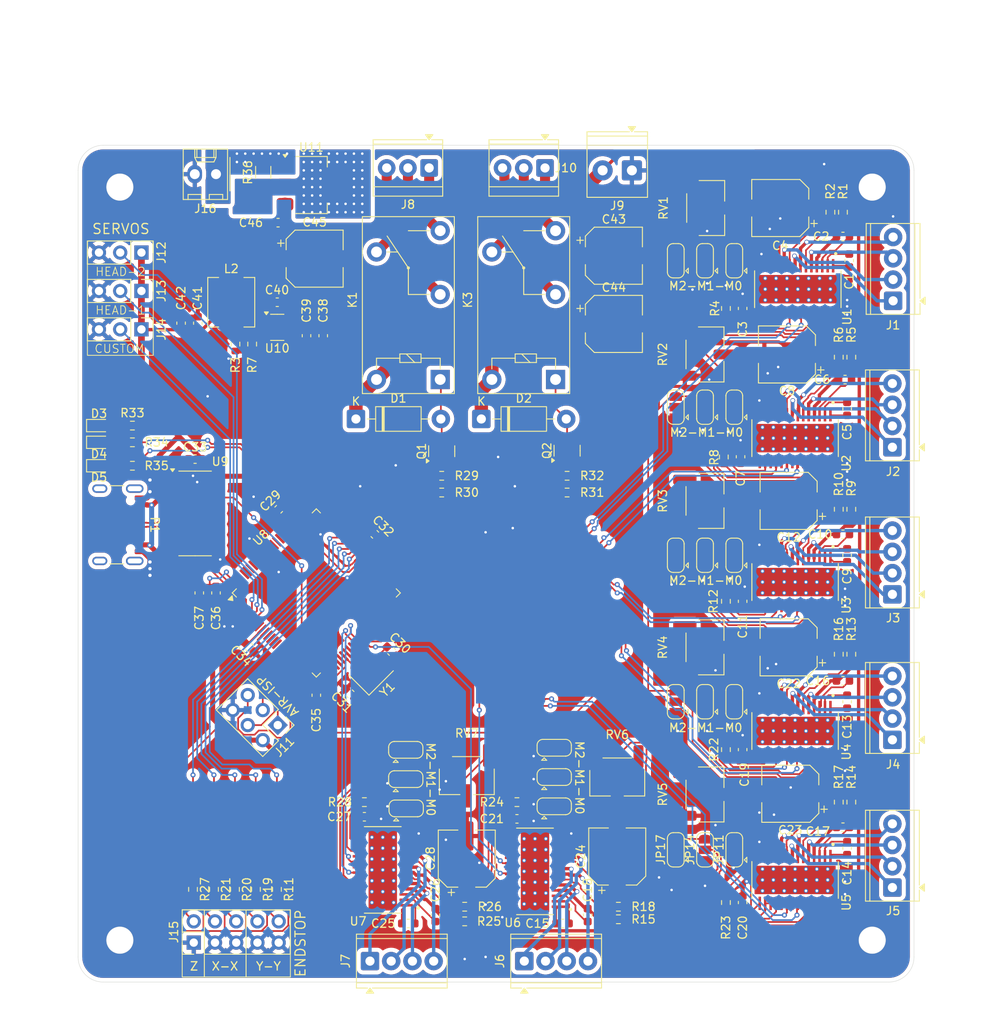
<source format=kicad_pcb>
(kicad_pcb (version 20241229) (generator "pcbnew") (generator_version "9.0")
  (layers (0 "F.Cu" signal) (2 "B.Cu" signal) (13 "F.Paste" user) (15 "B.Paste" user) (5 "F.SilkS" user "F.Silkscreen") (7 "B.SilkS" user "B.Silkscreen") (1 "F.Mask" user) (3 "B.Mask" user) (25 "Edge.Cuts" user))
  (net 0 "")
  (net 1 "Net-(U1-CP1)")
  (net 2 "Net-(U1-CP2)")
  (net 3 "Net-(U1-VCP)")
  (net 4 "+12V")
  (net 5 "3.3_1")
  (net 6 "GND")
  (net 7 "Net-(U2-CP1)")
  (net 8 "Net-(U2-CP2)")
  (net 9 "Net-(U2-VCP)")
  (net 10 "Net-(U3-CP1)")
  (net 11 "Net-(U3-CP2)")
  (net 12 "Net-(U3-VCP)")
  (net 13 "Net-(U4-CP2)")
  (net 14 "Net-(U4-CP1)")
  (net 15 "Net-(U5-CP1)")
  (net 16 "Net-(U5-CP2)")
  (net 17 "Net-(U6-CP1)")
  (net 18 "Net-(U6-CP2)")
  (net 19 "Net-(U4-VCP)")
  (net 20 "Net-(U5-VCP)")
  (net 21 "Net-(U6-VCP)")
  (net 22 "Net-(U7-CP1)")
  (net 23 "Net-(U7-CP2)")
  (net 24 "Net-(U7-VCP)")
  (net 25 "+5V")
  (net 26 "XTAL1")
  (net 27 "XTAL2")
  (net 28 "Net-(D1-A)")
  (net 29 "Net-(D2-A)")
  (net 30 "Net-(D3-A)")
  (net 31 "Net-(D4-A)")
  (net 32 "Net-(J1-Pin_4)")
  (net 33 "Net-(J1-Pin_3)")
  (net 34 "Net-(J1-Pin_2)")
  (net 35 "Net-(J1-Pin_1)")
  (net 36 "Net-(J2-Pin_4)")
  (net 37 "Net-(J2-Pin_1)")
  (net 38 "Net-(J2-Pin_2)")
  (net 39 "Net-(J2-Pin_3)")
  (net 40 "Net-(J3-Pin_3)")
  (net 41 "Net-(J3-Pin_4)")
  (net 42 "Net-(J3-Pin_1)")
  (net 43 "Net-(J3-Pin_2)")
  (net 44 "Net-(J4-Pin_3)")
  (net 45 "Net-(J4-Pin_1)")
  (net 46 "Net-(J4-Pin_4)")
  (net 47 "Net-(J4-Pin_2)")
  (net 48 "Net-(J5-Pin_1)")
  (net 49 "Net-(J5-Pin_3)")
  (net 50 "Net-(J5-Pin_2)")
  (net 51 "Net-(J5-Pin_4)")
  (net 52 "Net-(J6-Pin_2)")
  (net 53 "Net-(J6-Pin_1)")
  (net 54 "Net-(J6-Pin_4)")
  (net 55 "Net-(J6-Pin_3)")
  (net 56 "Net-(J7-Pin_1)")
  (net 57 "Net-(J7-Pin_3)")
  (net 58 "Net-(J7-Pin_4)")
  (net 59 "Net-(J7-Pin_2)")
  (net 60 "RST")
  (net 61 "SCK")
  (net 62 "MOSI")
  (net 63 "MISO")
  (net 64 "Net-(JP1-C)")
  (net 65 "Net-(JP2-C)")
  (net 66 "Net-(JP3-C)")
  (net 67 "Net-(JP4-C)")
  (net 68 "Net-(JP5-C)")
  (net 69 "Net-(JP6-C)")
  (net 70 "Net-(JP7-C)")
  (net 71 "Net-(JP8-C)")
  (net 72 "Net-(JP9-C)")
  (net 73 "Net-(JP10-C)")
  (net 74 "Net-(JP11-C)")
  (net 75 "Net-(JP12-C)")
  (net 76 "Net-(JP13-C)")
  (net 77 "Net-(JP14-C)")
  (net 78 "Net-(JP15-C)")
  (net 79 "Net-(JP16-C)")
  (net 80 "Net-(JP17-C)")
  (net 81 "Net-(JP18-C)")
  (net 82 "Net-(JP19-C)")
  (net 83 "Net-(JP20-C)")
  (net 84 "Net-(JP21-C)")
  (net 85 "D-")
  (net 89 "D+")
  (net 92 "Net-(U1-ISENA)")
  (net 93 "Net-(U1-ISENB)")
  (net 94 "Net-(U1-NFAULT)")
  (net 95 "Net-(U2-ISENA)")
  (net 96 "Net-(U2-ISENB)")
  (net 97 "Net-(U2-NFAULT)")
  (net 98 "Net-(U3-ISENA)")
  (net 99 "Net-(U3-ISENB)")
  (net 100 "Net-(U3-NFAULT)")
  (net 101 "Net-(U4-ISENA)")
  (net 102 "Net-(U5-ISENA)")
  (net 103 "Net-(U6-ISENA)")
  (net 104 "Net-(U4-ISENB)")
  (net 105 "Net-(U5-ISENB)")
  (net 106 "Net-(U6-ISENB)")
  (net 107 "Net-(U4-NFAULT)")
  (net 108 "Net-(U5-NFAULT)")
  (net 109 "Net-(U6-NFAULT)")
  (net 110 "Net-(U7-ISENA)")
  (net 111 "Net-(U7-ISENB)")
  (net 112 "Net-(U7-NFAULT)")
  (net 113 "RELAY_2")
  (net 114 "RELAY_1")
  (net 115 "LED1")
  (net 116 "Net-(U1-AVREF)")
  (net 117 "Net-(U2-AVREF)")
  (net 118 "Net-(U3-AVREF)")
  (net 119 "Net-(U4-AVREF)")
  (net 120 "Net-(U5-AVREF)")
  (net 121 "Net-(U6-AVREF)")
  (net 122 "Net-(U7-AVREF)")
  (net 154 "RX")
  (net 155 "END_STOP_1")
  (net 164 "END_STOP_2")
  (net 174 "END_STOP_4")
  (net 186 "END_STOP_3")
  (net 190 "TX")
  (net 195 "END_STOP_5")
  (net 211 "Net-(J8-Pin_3)")
  (net 212 "Net-(J8-Pin_1)")
  (net 213 "Net-(J8-Pin_2)")
  (net 214 "Net-(J10-Pin_3)")
  (net 215 "Net-(J10-Pin_2)")
  (net 216 "Net-(J10-Pin_1)")
  (net 217 "3.3_2")
  (net 218 "3.3_3")
  (net 219 "3.3_4")
  (net 220 "3.3_5")
  (net 221 "3.3_6")
  (net 222 "3.3_7")
  (net 223 "Net-(U10-VBST)")
  (net 224 "Net-(U10-SW)")
  (net 225 "Net-(U10-VFB)")
  (net 226 "Net-(Q1-G)")
  (net 227 "Net-(Q2-G)")
  (net 228 "SERVO_1")
  (net 229 "SERVO_2")
  (net 230 "SERVO_3")
  (net 232 "DIR_1")
  (net 233 "STEP_1")
  (net 234 "STEP_2")
  (net 235 "DIR_2")
  (net 236 "STEP_3")
  (net 237 "DIR_3")
  (net 238 "DIR_4")
  (net 239 "STEP_4")
  (net 240 "STEP_5")
  (net 241 "DIR_5")
  (net 242 "STEP_6")
  (net 243 "DIR_6")
  (net 244 "STEP_7")
  (net 245 "DIR_7")
  (net 246 "SDA")
  (net 247 "SCL")
  (net 248 "TX1")
  (net 249 "RX1")
  (net 250 "Net-(D5-A)")
  (net 251 "LED2")
  (net 252 "Net-(J16-Pin_1)")
  (net 253 "Net-(U11-VO)")
  (footprint "Capacitor_SMD:C_0603_1608Metric" (layer "F.Cu") (at 85.5 96.5 135)
    (property "Reference" "C32")
    (property "Value" "10nF")
  )
  (footprint "Connector_Molex:Molex_KK-254_AE-6410-02A_1x02_P2.54mm_Vertical" (layer "F.Cu") (at 66.5 53.45 180)
    (property "Reference" "J16")
    (property "Value" "Conn_01x02")
  )
  (footprint "Jumper:SolderJumper-3_P1.3mm_Open_RoundedPad1.0x1.5mm" (layer "F.Cu") (at 125 116.5 90)
    (property "Reference" "JP13" (hide yes))
    (property "Value" "SolderJumper_3_Open")
  )
  (footprint "Resistor_SMD:R_0603_1608Metric" (layer "F.Cu") (at 56.5 85.5 180)
    (property "Reference" "R34")
    (property "Value" "1.1K")
  )
  (footprint "Capacitor_SMD:C_0603_1608Metric" (layer "F.Cu") (at 141.5 114)
    (property "Reference" "C16")
    (property "Value" "0.1u")
  )
  (footprint "Resistor_SMD:R_0603_1608Metric" (layer "F.Cu") (at 140 58 90)
    (property "Reference" "R2")
    (property "Value" "0.10")
  )
  (footprint "Resistor_SMD:R_0603_1608Metric" (layer "F.Cu") (at 93.5 91.5 180)
    (property "Reference" "R30")
    (property "Value" "680")
  )
  (footprint "Capacitor_SMD:C_0603_1608Metric" (layer "F.Cu") (at 129.5 140.5 -90)
    (property "Reference" "C20")
    (property "Value" "0.47u")
  )
  (footprint "Package_QFP:TQFP-100_14x14mm_P0.5mm" (layer "F.Cu") (at 78.5 103.5 45)
    (property "Reference" "U8")
    (property "Value" "ATmega2560-16A")
  )
  (footprint "Capacitor_SMD:C_0603_1608Metric" (layer "F.Cu") (at 82.548008 115.548008 135)
    (property "Reference" "C31")
    (property "Value" "10pf")
  )
  (footprint "Resistor_SMD:R_0603_1608Metric" (layer "F.Cu") (at 63.75 138.925 -90)
    (property "Reference" "R27")
    (property "Value" "10K")
  )
  (footprint "Resistor_SMD:R_0603_1608Metric" (layer "F.Cu") (at 56.5 83.5 180)
    (property "Reference" "R33")
    (property "Value" "500")
  )
  (footprint "Capacitor_SMD:CP_Elec_6.3x5.7" (layer "F.Cu") (at 134.8 75 180)
    (property "Reference" "C8")
    (property "Value" "100n")
  )
  (footprint "Capacitor_SMD:CP_Elec_6.3x5.7" (layer "F.Cu") (at 114.5 135 90)
    (property "Reference" "C24")
    (property "Value" "100n")
  )
  (footprint "Resistor_SMD:R_0603_1608Metric" (layer "F.Cu") (at 127.5 104.5 90)
    (property "Reference" "R12")
    (property "Value" "10K")
  )
  (footprint "Crystal:Crystal_SMD_3225-4Pin_3.2x2.5mm" (layer "F.Cu") (at 85.048008 113.048008 45)
    (property "Reference" "Y1")
    (property "Value" "Crystal_GND24")
  )
  (footprint "TerminalBlock_Phoenix:TerminalBlock_Phoenix_MPT-0,5-4-2.54_1x04_P2.54mm_Horizontal" (layer "F.Cu") (at 147.416406 138.70872 90)
    (property "Reference" "J5")
    (property "Value" "Conn_01x04_Pin")
  )
  (footprint "Resistor_SMD:R_0603_1608Metric" (layer "F.Cu") (at 114.635 142.5)
    (property "Reference" "R15")
    (property "Value" "0.10")
  )
  (footprint "Capacitor_SMD:C_0603_1608Metric" (layer "F.Cu") (at 142.25 63.775 -90)
    (property "Reference" "C1")
    (property "Value" "10n")
  )
  (footprint "Capacitor_SMD:CP_Elec_6.3x5.7" (layer "F.Cu") (at 134 57.5 180)
    (property "Reference" "C4")
    (property "Value" "100n")
  )
  (footprint "Capacitor_SMD:CP_Elec_6.3x5.7" (layer "F.Cu") (at 78.3 63.55)
    (property "Reference" "C45")
    (property "Value" "100n")
  )
  (footprint "LED_SMD:LED_0603_1608Metric" (layer "F.Cu") (at 52.5 85.5)
    (property "Reference" "D4")
    (property "Value" "LED")
  )
  (footprint "Resistor_SMD:R_0603_1608Metric" (layer "F.Cu") (at 96.25 142.75)
    (property "Reference" "R25")
    (property "Value" "0.10")
  )
  (footprint "LED_SMD:LED_0603_1608Metric" (layer "F.Cu") (at 52.5 83.5)
    (property "Reference" "D3")
    (property "Value" "LED")
  )
  (footprint "Jumper:SolderJumper-3_P1.3mm_Open_RoundedPad1.0x1.5mm" (layer "F.Cu") (at 128.5 99 90)
    (property "Reference" "JP7" (hide yes))
    (property "Value" "SolderJumper_3_Open")
  )
  (footprint "TerminalBlock_Phoenix:TerminalBlock_Phoenix_MPT-0,5-4-2.54_1x04_P2.54mm_Horizontal" (layer "F.Cu") (at 84.92 147.5)
    (property "Reference" "J7")
    (property "Value" "Conn_01x04_Pin")
  )
  (footprint "Diode_THT:D_DO-41_SOD81_P10.16mm_Horizontal" (layer "F.Cu") (at 98.24 82.71)
    (property "Reference" "D2")
    (property "Value" "1N4001")
  )
  (footprint "Resistor_SMD:R_0603_1608Metric" (layer "F.Cu") (at 142.5 128.5 90)
    (property "Reference" "R14")
    (property "Value" "0.10")
  )
  (footprint "Connector_PinHeader_2.54mm:PinHeader_2x05_P2.54mm_Vertical" (layer "F.Cu") (at 63.84 145.29 90)
    (property "Reference" "J15")
    (property "Value" "Conn_02x05_Odd_Even")
  )
  (footprint "Capacitor_SMD:C_0603_1608Metric" (layer "F.Cu") (at 92.75 142 -90)
    (property "Reference" "C26")
    (property "Value" "0.1u")
  )
  (footprint "Capacitor_SMD:C_0603_1608Metric" (layer "F.Cu") (at 129.5 122.225 -90)
    (property "Reference" "C19")
    (property "Value" "0.47u")
  )
  (footprint "Resistor_SMD:R_1206_3216Metric" (layer "F.Cu") (at 72.15 53.25 90)
    (property "Reference" "R36")
    (property "Value" "12")
  )
  (footprint "Connector_PinHeader_2.54mm:PinHeader_1x03_P2.54mm_Vertical" (layer "F.Cu") (at 57.58 72 -90)
    (property "Reference" "J14")
    (property "Value" "Conn_01x03")
  )
  (footprint "Resistor_SMD:R_0603_1608Metric" (layer "F.Cu") (at 141 110.825 90)
    (property "Reference" "R16")
    (property "Value" "0.10")
  )
  (footprint "Jumper:SolderJumper-3_P1.3mm_Open_RoundedPad1.0x1.5mm" (layer "F.Cu") (at 121.5 63.8 90)
    (property "Reference" "JP3" (hide yes))
    (property "Value" "SolderJumper_3_Open")
  )
  (footprint "Resistor_SMD:R_0603_1608Metric" (layer "F.Cu") (at 142.5 110.825 90)
    (property "Reference" "R13")
    (property "Value" "0.10")
  )
  (footprint "Jumper:SolderJumper-3_P1.3mm_Open_RoundedPad1.0x1.5mm" (layer "F.Cu") (at 128.5 81.3 90)
    (property "Reference" "JP4" (hide yes))
    (property "Value" "SolderJumper_3_Open")
  )
  (footprint "Capacitor_SMD:C_0603_1608Metric" (layer "F.Cu") (at 77.326 72.759306 -90)
    (property "Reference" "C39")
    (property "Value" "10u")
  )
  (footprint "Potentiometer_SMD:Potentiometer_Bourns_3269W_Vertical" (layer "F.Cu") (at 125 110 90)
    (property "Reference" "RV4")
    (property "Value" "10k")
  )
  (footprint "Jumper:SolderJumper-3_P1.3mm_Open_RoundedPad1.0x1.5mm" (layer "F.Cu") (at 121.5 81.3 90)
    (property "Reference" "JP6" (hide yes))
    (property "Value" "SolderJumper_3_Open")
  )
  (footprint "Jumper:SolderJumper-3_P1.3mm_Open_RoundedPad1.0x1.5mm" (layer "F.Cu") (at 89.25 129.25)
    (property "Reference" "JP19" (hide yes))
    (property "Value" "SolderJumper_3_Open")
  )
  (footprint "Relay_THT:Relay_SPDT_Omron-G5Q-1" (layer "F.Cu") (at 93.32 77.99 90)
    (property "Reference" "K1")
    (property "Value" "G5Q-1")
  )
  (footprint "DRV8825PWPR:IC_TPS61196PWPRQ1" (layer "F.Cu") (at 135.775 85 -90)
    (property "Reference" "U2")
    (property "Value" "DRV8825PWPR")
  )
  (footprint "Jumper:SolderJumper-3_P1.3mm_Open_RoundedPad1.0x1.5mm" (layer "F.Cu") (at 121.5 116.5 90)
    (property "Reference" "JP16" (hide yes))
    (property "Value" "SolderJumper_3_Open")
  )
  (footprint "Capacitor_SMD:C_0603_1608Metric" (layer "F.Cu") (at 129.5 69.5 -90)
    (property "Reference" "C3")
    (property "Value" "0.47u")
  )
  (footprint "TerminalBlock_Phoenix:TerminalBlock_Phoenix_MPT-0,5-4-2.54_1x04_P2.54mm_Horizontal" (layer "F.Cu") (at 103.38 147.5)
    (property "Reference" "J6")
    (property "Value" "Conn_01x04_Pin")
  )
  (footprint "TerminalBlock_Phoenix:TerminalBlock_Phoenix_MPT-0,5-4-2.54_1x04_P2.54mm_Horizontal" (layer "F.Cu") (at 147.416406 121.05622 90)
    (property "Reference" "J4")
    (property "Value" "Conn_01x04_Pin")
  )
  (footprint "Connector_PinHeader_2.54mm:PinHeader_1x03_P2.54mm_Vertical" (layer "F.Cu") (at 57.58 62.82 -90)
    (property "Reference" "J12")
    (property "Value" "Conn_01x03")
  )
  (footprint "Jumper:SolderJumper-3_P1.3mm_Open_RoundedPad1.0x1.5mm" (layer "F.Cu") (at 125 63.8 90)
    (property "Reference" "JP2" (hide yes))
    (property "Value" "SolderJumper_3_Open")
  )
  (footprint "Connector_USB:USB_C_Receptacle_GCT_USB4105-xx-A_16P_TopMnt_Horizontal" (layer "F.Cu") (at 53.672761 95.355382 -90)
    (property "Reference" "P1")
    (property "Value" "USB_C_Plug")
  )
  (footprint "Resistor_SMD:R_0603_1608Metric" (layer "F.Cu") (at 141 128.5 90)
    (property "Reference" "R17")
    (property "Value" "0.10")
  )
  (footprint "TerminalBlock_Phoenix:TerminalBlock_Phoenix_PT-1,5-2-3.5-H_1x02_P3.50mm_Horizontal" (layer "F.Cu") (at 116.25 53 180)
    (property "Reference" "J9")
    (property "Value" "Conn_01x02")
  )
  (footprint "LED_SMD:LED_0603_1608Metric" (layer "F.Cu") (at 52.5 88.3)
    (property "Reference" "D5")
    (property "Value" "LED")
  )
  (footprint "Capacitor_SMD:CP_Elec_6.3x5.7" (layer "F.Cu") (at 135 92.5 180)
    (property "Reference" "C12")
    (property "Value" "100n")
  )
  (footprint "Capacitor_SMD:C_0603_1608Metric" (layer "F.Cu") (at 66.5 103.5 90)
    (property "Reference" "C36")
    (property "Value" "10n")
  )
  (footprint "Jumper:SolderJumper-3_P1.3mm_Open_RoundedPad1.0x1.5mm" (layer "F.Cu") (at 125 99 90)
    (property "Reference" "JP8" (hide yes))
    (property "Value" "SolderJumper_3_Open")
  )
  (footprint "Capacitor_SMD:C_0603_1608Metric" (layer "F.Cu") (at 78.5 115.725 90)
    (property "Reference" "C35")
    (property "Value" "10n")
  )
  (footprint "Potentiometer_SMD:Potentiometer_Bourns_3269W_Vertical" (layer "F.Cu") (at 125.085 57.5 90)
    (property "Reference" "RV1")
    (property "Value" "10k")
  )
  (footprint "Capacitor_SMD:C_0603_1608Metric" (layer "F.Cu") (at 73.826 68.759306 180)
    (property "Reference" "C40")
    (property "Value" "0.1µF")
  )
  (footprint "Capacitor_SMD:C_0603_1608Metric" (layer "F.Cu") (at 70.5 110 135)
    (property "Reference" "C34")
    (property "Value" "10n")
  )
  (footprint "Resistor_SMD:R_0603_1608Metric" (layer "F.Cu") (at 127.5 69.5 90)
    (property "Reference" "R4")
    (property "Value" "10K")
  )
  (footprint "Inductor_SMD:L_Chilisin_BMRA00050520" (layer "F.Cu") (at 68.326 68.759306 -90)
    (property "Reference" "L2")
    (property "Value" "4.7uH")
  )
  (footprint "Resistor_SMD:R_0603_1608Metric" (layer "F.Cu") (at 127.5 122.225 90)
    (property "Reference" "R22")
    (property "Value" "10K")
  )
  (footprint "Capacitor_SMD:C_0603_1608Metric" (layer "F.Cu") (at 141.5 60.9)
    (property "Reference" "C2")
    (property "Value" "0.1u")
  )
  (footprint "Capacitor_SMD:C_0603_1608Metric" (layer "F.Cu") (at 102.5 130.5 180)
    (property "Reference" "C21")
    (property "Value" "0.47u")
  )
  (footprint "Resistor_SMD:R_0603_1608Metric" (layer "F.Cu") (at 93.5 89.5)
    (property "Reference" "R29")
    (property "Value" "10K")
  )
  (footprint "Capacitor_SMD:C_0603_1608Metric" (layer "F.Cu") (at 62.326 71.259306 90)
    (property "Reference" "C42")
    (property "Value" "22u")
  )
  (footprint "Capacitor_SMD:CP_Elec_6.3x5.7" (layer "F.Cu") (at 135.2 127.5 180)
    (property "Reference" "C23")
    (property "Value" "100n")
  )
  (footprint "Jumper:SolderJumper-3_P1.3mm_Open_RoundedPad1.0x1.5mm" (layer "F.Cu") (at 121.5 134.2 90)
    (property "Reference" "JP17")
    (property "Value" "SolderJumper_3_Open")
  )
  (footprint "Resistor_SMD:R_0603_1608Metric" (layer "F.Cu") (at 73.79 138.925 -90)
    (property "Reference" "R11")
    (property "Value" "10K")
  )
  (footprint "Capacitor_SMD:C_0603_1608Metric" (layer "F.Cu") (at 129.5 104.5 -90)
    (property "Reference" "C11")
    (property "Value" "0.47u")
  )
  (footprint "Resistor_SMD:R_0603_1608Metric" (layer "F.Cu") (at 141 75.325 90)
    (property "Reference" "R6")
    (property "Value" "0.10")
  )
  (footprint "Package_TO_SOT_SMD:SOT-223-3_TabPin2" (layer "F.Cu") (at 77.9 54.75)
    (property "Reference" "U11")
    (property "Value" "LM317_SOT-223")
  )
  (footprint "DRV8825PWPR:IC_TPS61196PWPRQ1" (layer "F.Cu") (at 135.775 102.2 -90)
    (property "Reference" "U3")
    (property "Value" "DRV8825PWPR")
  )
  (footprint "Capacitor_SMD:C_0603_1608Metric" (layer "F.Cu") (at 89.5 143 180)
    (property "Reference" "C25")
    (property "Value" "10n")
  )
  (footprint "Capacitor_SMD:CP_Elec_6.3x5.7" (layer "F.Cu") (at 135 110 180)
    (property "Reference" "C22")
    (property "Value" "100n")
  )
  (footprint "Relay_THT:Relay_SPDT_Omron-G5Q-1" (layer "F.Cu") (at 107.12 77.99 90)
    (property "Reference" "K3")
    (property "Value" "G5Q-1")
  )
  (footprint "Jumper:SolderJumper-3_P1.3mm_Open_RoundedPad1.0x1.5mm" (layer "F.Cu") (at 125 81.3 90)
    (property "Reference" "JP5" (hide yes))
    (property "Value" "SolderJumper_3_Open")
  )
  (footprint "MountingHole:MountingHole_3.2mm_M3_DIN965_Pad" (layer "F.Cu") (at 145 145)
    (property "Reference" "REF**" (hide yes))
    (property "Value" "MountingHole_3.2mm_M3_DIN965_Pad")
  )
  (footprint "Connector_PinHeader_2.54mm:PinHeader_2x03_P2.54mm_Vertical" (layer "F.Cu") (at 73.888154 119.296051 -135)
    (property "Reference" "J11")
    (property "Value" "AVR-ISP-6")
  )
  (footprint "Resistor_SMD:R_0603_1608Metric" (layer "F.Cu") (at 108.5 89.5)
    (property "Reference" "R32")
    (property "Value" "10K")
  )
  (footprint "Resistor_SMD:R_0603_1608Metric" (layer "F.Cu") (at 108.5 91.5 180)
    (property "Reference" "R31")
    (property "Value" "680")
  )
  (footprint "Connector_PinHeader_2.54mm:PinHeader_1x03_P2.54mm_Vertical" (layer "F.Cu") (at 57.58 67.41 -90)
    (property "Reference" "J13")
    (property "Value" "Conn_01x03")
  )
  (footprint "Diode_THT:D_DO-41_SOD81_P10.16mm_Horizontal" (layer "F.Cu") (at 83.24 82.71)
    (property "Reference" "D1")
    (property "Value" "1N4001")
  )
  (footprint "Capacitor_SMD:C_0603_1608Metric" (layer "F.Cu") (at 141.5 96.5)
    (property "Reference" "C10")
    (property "Value" "0.1u")
  )
  (footprint "Resistor_SMD:R_0603_1608Metric" (layer "F.Cu") (at 56.5 88.3 180)
    (property "Reference" "R35")
    (property "Value" "1.1K")
  )
  (footprint "Capacitor_SMD:CP_Elec_6.3x5.7" (layer "F.Cu") (at 96.5 135.25 90)
    (property "Reference" "C28")
    (property "Value" "100n")
  )
  (footprint "Package_TO_SOT_SMD:SOT-23" (layer "F.Cu") (at 108.5 86.5 90)
    (property "Reference" "Q2")
    (property "Value" "AO3400A")
  )
  (footprint "Resistor_SMD:R_0603_1608Metric" (layer "F.Cu") (at 71.28 138.925 -90)
    (property "Reference" "R19")
    (property "Value" "10K")
  )
  (footprint "Resistor_SMD:R_0603_1608Metric" (layer "F.Cu") (at 127.5 140.5 90)
    (property "Reference" "R23")
    (property "Value" "10K")
  )
  (footprint "Capacitor_SMD:C_0603_1608Metric" (layer "F.Cu") (at 87.5 110.5 -45)
    (property "Reference" "C30")
    (property "Value" "10pf")
  )
  (footprint "Package_TO_SOT_SMD:SOT-23" (layer "F.Cu") (at 93.5 86.5625 90)
    (property "Reference" "Q1")
    (property "Value" "AO3400A")
  )
  (footprint "Resistor_SMD:R_0603_1608Metric" (layer "F.Cu") (at 141 93.5 90)
    (property "Reference" "R10")
    (property "Value" "0.10")
  )
  (footprint "TerminalBlock_Phoenix:TerminalBlock_Phoenix_MPT-0,5-4-2.54_1x04_P2.54mm_Horizontal" (layer "F.Cu") (at 147.416406 86.08872 90)
    (property "Reference" "J2")
    (property "Value" "Conn_01x04_Pin")
  )
  (footprint "Potentiometer_SMD:Potentiometer_Bourns_3269W_Vertical" (layer "F.Cu") (at 125 92.5 90)
    (property "Reference" "RV3")
    (property "Value" "10k")
  )
  (footprint "Jumper:SolderJumper-3_P1.3mm_Open_RoundedPad1.0x1.5mm" (layer "F.Cu") (at 89.2 125.75)
    (property "Reference" "JP20" (hide yes))
    (property "Value" "SolderJumper_3_Open")
  )
  (footprint "Resistor_SMD:R_0603_1608Metric" (layer "F.Cu") (at 96.25 141)
    (property "Reference" "R26")
    (property "Value" "0.10")
  )
  (footprint "Capacitor_SMD:C_0603_1608Metric" (layer "F.Cu") (at 142 116.5 -90)
    (property "Reference" "C13")
    (property "Value" "10n")
  )
  (footprint "Capacitor_SMD:C_0603_1608Metric" (layer "F.Cu") (at 64.326 71.259306 90)
    (property "Reference" "C41")
    (property "Value" "22u")
  )
  (footprint "Capacitor_SMD:C_0603_1608Metric" (layer "F.Cu") (at 142 99 -90)
    (property "Reference" "C9")
    (property "Value" "10n")
  )
  (footprint "Capacitor_SMD:C_0603_1608Metric" (layer "F.Cu") (at 129.25 87.225 -90)
    (property "Reference" "C7")
    (property "Value" "0.47u")
  )
  (footprint "TerminalBlock_TE-Connectivity:TerminalBlock_TE_282834-3_1x03_P2.54mm_Horizontal" (layer "F.Cu") (at 105.86 52.71 180)
    (property "Reference" "J10")
    (property "Value" "Conn_01x03")
  )
  (footprint "Capacitor_SMD:C_0603_1608Metric" (layer "F.Cu") (at 141.75 78)
    (property "Reference" "C6")
    (property "Value" "0.1u")
  )
  (footprint "Capacitor_SMD:CP_Elec_6.3x5.7" (layer "F.Cu") (at 114.1 71.35)
    (property "Reference" "C44")
    (property "Value" "100n")
  )
  (footprint "MountingHole:MountingHole_3.2mm_M3_DIN965_Pad" (layer "F.Cu") (at 145 55)
    (property "Reference" "REF**" (hide yes))
    (property "Value" "MountingHole_3.2mm_M3_DIN965_Pad")
  )
  (footprint "TerminalBlock_Phoenix:TerminalBlock_Phoenix_MPT-0,5-4-2.54_1x04_P2.54mm_Horizontal" (layer "F.Cu") (at 147.416406 103.66872 90)
    (property "Reference" "J3")
    (property "Value" "Conn_01x04_Pin")
  )
  (footprint "Capacitor_SMD:CP_Elec_6.3x5.7" (layer "F.Cu") (at 114.1 63.2)
    (property "Reference" "C43")
    (property "Value" "100n")
  )
  (footprint "Capacitor_SMD:C_0603_1608Metric" (layer "F.Cu") (at 84.25 130.25 180)
    (property "Reference" "C27")
    (property "Value" "0.47u")
  )
  (footprint "Jumper:SolderJumper-3_P1.3mm_Open_RoundedPad1.0x1.5mm" (layer "F.Cu") (at 128.5 63.8 90)
    (property "Reference" "JP1" (hide yes))
    (property "Value" "SolderJumper_3_Open")
  )
  (footprint "Resistor_SMD:R_0603_1608Metric" (layer "F.Cu") (at 142.5 75.325 90)
    (property "Reference" "R5")
    (property "Value" "0.10")
  )
  (footprint "Resistor_SMD:R_0603_1608Metric" (layer "F.Cu") (at 142.5 93.5 90)
    (property "Reference" "R9")
    (property "Value" "0.10")
  )
  (footprint "Jumper:SolderJumper-3_P1.3mm_Open_RoundedPad1.0x1.5mm" (layer "F.Cu") (at 106.96 122)
    (property "Reference" "JP18" (hide yes))
    (property "Value" "SolderJumper_3_Open")
  )
  (footprint "Jumper:SolderJumper-3_P1.3mm_Open_RoundedPad1.0x1.5mm" (layer "F.Cu") (at 106.96 125.5)
    (property "Reference" "JP15" (hide yes))
    (property "Value" "SolderJumper_3_Open")
  )
  (footprint "Capacitor_SMD:C_0603_1608Metric" (layer "F.Cu") (at 74 93.5 -135)
    (property "Reference" "C29")
    (property "Value" "100nF")
  )
  (footprint "Resistor_SMD:R_0603_1608Metric" (layer "F.Cu") (at 141.5 58 90)
    (property "Reference" "R1")
    (property "Value" "0.10")
  )
  (footprint "Potentiometer_SMD:Potentiometer_Bourns_3269W_Vertical" (layer "F.Cu") (at 125 75 90)
    (property "Reference" "RV2")
    (property "Value" "10k")
  )
  (footprint "Capacitor_SMD:C_0603_1608Metric" (layer "F.Cu") (at 141.5 131.5)
    (property "Reference" "C17")
    (property "Value" "0.1u")
  )
  (footprint "Jumper:SolderJumper-3_P1.3mm_Open_RoundedPad1.0x1.5mm" (layer "F.Cu") (at 106.96 129)
    (property "Reference" "JP12" (hide yes))
    (property "Value" "SolderJumper_3_Open")
  )
  (footprint "Resistor_SMD:R_0603_1608Metric" (layer "F.Cu") (at 66.26 138.925 -90)
    (property "Reference" "R21")
    (property "Value" "10K")
  )
  (footprint "Potentiometer_SMD:Potentiometer_Bourns_3269W_Vertical" (layer "F.Cu") (at 125 127.585 90)
    (property "Reference" "RV5")
    (property "Value" "10k")
  )
  (footprint "Jumper:SolderJumper-3_P1.3mm_Open_RoundedPad1.0x1.5mm" (layer "F.Cu") (at 121.5 99 90)
    (property "Reference" "JP9" (hide yes))
    (property "Value" "SolderJumper_3_Open")
  )
  (footprint "Capacitor_SMD:C_0603_1608Metric" (layer "F.Cu") (at 107.96 143 180)
    (property "Reference" "C15")
    (property "Value" "10n")
  )
  (footprint "Capacitor_SMD:C_0603_1608Metric" (layer "F.Cu") (at 110.96 142 -90)
    (property "Reference" "C18")
    (property "Value" "0.1u")
  )
  (footprint "Capacitor_SMD:C_0603_1608Metric" (layer "F.Cu") (at 142 81.5 -90)
    (property "Reference" "C5")
    (property "Value" "10n")
  )
  (footprint "TerminalBlock_Phoenix:TerminalBlock_Phoenix_MPT-0,5-4-2.54_1x04_P2.54mm_Horizontal" (layer "F.Cu") (at 147.501406 68.58872 90)
    (property "Reference" "J1")
    (property "Value" "Conn_01x04_Pin")
  )
  (footprint "Potentiometer_SMD:Potentiometer_Bourns_3269W_Vertical" (layer "F.Cu") (at 96.5 125.335)
    (property "Reference" "RV7")
    (property "Value" "10k")
  )
  (footprint "Capacitor_SMD:C_0603_1608Metric" (layer "F.Cu") (at 64 87.5)
    (property "Reference" "C33")
    (property "Value" "10n")
  )
  (footprint "MountingHole:MountingHole_3.2mm_M3_DIN965_Pad" (layer "F.Cu") (at 55 55)
    (property "Reference" "REF**" (hide yes))
    (property "Value" "MountingHole_3.2mm_M3_DIN965_Pad")
  )
  (footprint "DRV8825PWPR:IC_TPS61196PWPRQ1" (layer "F.Cu") (at 135.775 137.8 -90)
    (property "Reference" "U5")
    (property "Value" "DRV8825PWPR")
  )
  (footprint "DRV8825PWPR:IC_TPS61196PWPRQ1" (layer "F.Cu") (at 86.45 136.6 180)
    (property "Reference" "U7")
    (property "Value" "DRV8825PWPR")
  )
  (footprint "MountingHole:MountingHole_3.2mm_M3_DIN965_Pad" (layer "F.Cu") (at 55 145)
    (property "Reference" "REF**" (hide yes))
    (property "Value" "MountingHole_3.2mm_M3_DIN965_Pad")
  )
  (footprint "Jumper:SolderJumper-3_P1.3mm_Open_RoundedPad1.0x1.5mm" (layer "F.Cu") (at 128.5 116.5 90)
    (property "Reference" "JP10" (hide yes))
    (property "Value" "SolderJumper_3_Open")
  )
  (footprint "Resistor_SMD:R_0603_1608Metric" (layer "F.Cu") (at 127.25 87.25 90)
    (property "Reference" "R8")
    (property "Value" "10K")
  )
  (footprint "Package_SO:SOIC-16_3.9x9.9mm_P1.27mm" (layer "F.Cu") (at 64 94)
    (property "Reference" "U9")
    (property "Value" "CH340C")
  )
  (footprint "Package_TO_SOT_SMD:SOT-23-6" (layer "F.Cu") (at 73.826 71.759306)
    (property "Reference" "U10")
    (property "Value" "TPS562200")
  )
  (footprint "DRV8825PWPR:IC_TPS61196PWPRQ1" (layer "F.Cu") (at 136.1 67.2 -90)
    (property "Reference" "U1")
    (property "Value" "DRV8825PWPR")
  )
  (footprint "Capacitor_SMD:C_0603_1608Metric" (layer "F.Cu") (at 79.326 72.759306 -90)
    (property "Reference" "C38")
    (property "Value" "10u")
  )
  (footprint "Capacitor_SMD:C_0603_1608Metric" (layer "F.Cu") (at 73.925 59.25 180)
    (property "Reference" "C46")
    (property "Value" "10pf")
  )
  (footprint "Resistor_SMD:R_0603_1608Metric" (layer "F.Cu") (at 102.5 128.5)
    (property "Reference" "R24")
    (property "Value" "10K")
  )
  (footprint "Resistor_SMD:R_0603_1608Metric" (layer "F.Cu") (at 70.826 73.759306 90)
    (property "Reference" "R7")
    (property "Value" "33.0K")
  )
  (footprint "Resistor_SMD:R_0603_1608Metric" (layer "F.Cu") (at 84.25 128.5)
    (property "Reference" "R28")
    (property "Value" "10K")
  )
  (footprint "Capacitor_SMD:C_0603_1608Metric" (layer "F.Cu") (at 64.5 103.5 90)
    (property "Reference" "C37")
    (property "Value" "10n")
  )
  (footprint "DRV8825PWPR:IC_TPS61196PWPRQ1" (layer "F.Cu") (at 135.775 120 -90)
    (property "Reference" "U4")
    (property "Value" "DRV8825PWPR")
  )
  (footprint "Resistor_SMD:R_0603_1608Metric" (layer "F.Cu") (at 68.826 73.759306 90)
    (property "Reference" "R3")
    (property "Value" "10K")
  )
  (footprint "Capacitor_SMD:C_0603_1608Metric" (layer "F.Cu") (at 142 134 -90)
    (property "Reference" "C14")
    (property "Value" "10n")
  )
  (footprint "DRV8825PWPR:IC_TPS61196PWPRQ1" (layer "F.Cu") (at 104.66 136.775 180)
    (property "Reference" "U6")
    (property "Value" "DRV8825PWPR")
  )
  (footprint "Jumper:SolderJumper-3_P1.3mm_Open_RoundedPad1.0x1.5mm" (layer "F.Cu") (at 125 134.2 90)
    (property "Reference" "JP14")
    (property "Value" "SolderJumper_3_Open")
  )
  (footprint "Jumper:SolderJumper-3_P1.3mm_Open_RoundedPad1.0x1.5mm" (layer "F.Cu") (at 128.5 134.2 90)
    (property "Reference" "JP11")
    (property "Value" "SolderJumper_3_Open")
  )
  (footprint "Resistor_SMD:R_0603_1608Metric" (layer "F.Cu") (at 68.77 138.925 -90)
    (property "Reference" "R20")
    (property "Value" "10K")
  )
  (footprint "Resistor_SMD:R_0603_1608Metric" (layer "F.Cu") (at 114.635 141)
    (property "Reference" "R18")
    (property "Value" "0.10")
  )
  (footprint "TerminalBlock_TE-Connectivity:TerminalBlock_TE_282834-3_1x03_P2.54mm_Horizontal" (layer "F.Cu") (at 92 52.71 180)
    (property "Reference" "J8")
    (property "Value" "Conn_01x03")
  )
  (footprint "Jumper:SolderJumper-3_P1.3mm_Open_RoundedPad1.0x1.5mm" (layer "F.Cu") (at 89.2 122.25)
    (property "Reference" "JP21" (hide yes))
    (property "Value" "SolderJumper_3_Open")
  )
  (footprint "Potentiometer_SMD:Potentiometer_Bourns_3269W_Vertical" (layer "F.Cu") (at 114.5 125.5)
    (property "Reference" "RV6")
    (property "Value" "10k")
  )
  (gr_rect (start 51.12 61.44) (end 59 75.1) (stroke (width 0.1)) (fill no) (layer "F.SilkS"))
  (gr_rect (start 62.46 141.37) (end 65.1 149.4) (stroke (width 0.1)) (fill no) (layer "F.SilkS"))
  (gr_rect (start 65.1 141.4) (end 70.1 149.4) (stroke (width 0.1)) (fill no) (layer "F.SilkS"))
  (gr_rect (start 70.1 141.4) (end 75.4 149.4) (stroke (width 0.1)) (fill no) (layer "F.SilkS"))
  (gr_line (start 150 53) (end 150 147) (stroke (width 0.05)) (layer "Edge.Cuts"))
  (gr_arc (start 147 50) (mid 149.12132 50.87868) (end 150 53) (stroke (width 0.05)) (layer "Edge.Cuts"))
  (gr_arc (start 150 147) (mid 149.12132 149.12132) (end 147 150) (stroke (width 0.05)) (layer "Edge.Cuts"))
  (gr_arc (start 53 150) (mid 50.87868 149.12132) (end 50 147) (stroke (width 0.05)) (layer "Edge.Cuts"))
  (gr_circle (center 145 145) (end 146.6 145) (stroke (width 0.05)) (fill no) (layer "Edge.Cuts"))
  (gr_line (start 147 150) (end 53 150) (stroke (width 0.05)) (layer "Edge.Cuts"))
  (gr_circle (center 145 55) (end 146.6 55) (stroke (width 0.05)) (fill no) (layer "Edge.Cuts"))
  (gr_circle (center 55 145) (end 56.6 145) (stroke (width 0.05)) (fill no) (layer "Edge.Cuts"))
  (gr_line (start 53 50) (end 147 50) (stroke (width 0.05)) (layer "Edge.Cuts"))
  (gr_circle (center 55 55) (end 56.6 55) (stroke (width 0.05)) (fill no) (layer "Edge.Cuts"))
  (gr_line (start 50 53) (end 50 147) (stroke (width 0.05)) (layer "Edge.Cuts"))
  (gr_arc (start 50 53) (mid 50.87868 50.87868) (end 53 50) (stroke (width 0.05)) (layer "Edge.Cuts"))
  (gr_text "AVR-ISP" (at 76.6 117.7 135) (layer "F.SilkS") (effects (font (size 1 1)) (justify left bottom)))
  (gr_text "HEAD-1" (at 52 70.3 0) (layer "F.SilkS") (effects (font (size 1 1) (thickness 0.1)) (justify left bottom)))
  (gr_text "HEAD-2" (at 52 65.7 0) (layer "F.SilkS") (effects (font (size 1 1) (thickness 0.1)) (justify left bottom)))
  (gr_text "Y-Y" (at 71.2 148.7 0) (layer "F.SilkS") (effects (font (size 1 1)) (justify left bottom)))
  (gr_text "M2-M1-M0" (at 120.6 67.4 0) (layer "F.SilkS") (effects (font (size 1 1)) (justify left bottom)))
  (gr_text "M2-M1-M0" (at 120.6 120.2 0) (layer "F.SilkS") (effects (font (size 1 1)) (justify left bottom)))
  (gr_text "M2-M1-M0" (at 91.6 121.3 270) (layer "F.SilkS") (effects (font (size 1 1)) (justify left bottom)))
  (gr_text "X-X" (at 65.9 148.7 0) (layer "F.SilkS") (effects (font (size 1 1)) (justify left bottom)))
  (gr_text "M2-M1-M0" (at 120.7 84.9 0) (layer "F.SilkS") (effects (font (size 1 1)) (justify left bottom)))
  (gr_text "SERVOS" (at 51.6 60.7 0) (layer "F.SilkS") (effects (font (size 1.2 1.2)) (justify left bottom)))
  (gr_text "Z" (at 63.3 148.7 0) (layer "F.SilkS") (effects (font (size 1 1)) (justify left bottom)))
  (gr_text "M2-M1-M0" (at 120.6 102.6 0) (layer "F.SilkS") (effects (font (size 1 1)) (justify left bottom)))
  (gr_text "CUSTOM" (at 51.9 74.9 0) (layer "F.SilkS") (effects (font (size 1 1) (thickness 0.1)) (justify left bottom)))
  (gr_text "ENDSTOP" (at 77.3 149.5 90) (layer "F.SilkS") (effects (font (size 1.2 1.2)) (justify left bottom)))
  (gr_text "M2-M1-M0" (at 109.4 121.1 270) (layer "F.SilkS") (effects (font (size 1 1)) (justify left bottom)))
  (segment (start 140.325 64.4) (end 142.1 64.4) (width 0.2) (layer "F.Cu") (net 1))
  (segment (start 142.1 64.4) (end 142.25 64.55) (width 0.2) (layer "F.Cu") (net 1))
  (segment (start 139.675 64.4) (end 139.675 63.4) (width 0.2) (layer "F.Cu") (net 2))
  (segment (start 139.675 63.4) (end 140.075 63) (width 0.2) (layer "F.Cu") (net 2))
  (segment (start 140.075 63) (end 142.25 63) (width 0.2) (layer "F.Cu") (net 2))
  (segment (start 140.576 62.599) (end 142.275 60.9) (width 0.2) (layer "F.Cu") (net 3))
  (segment (start 139.9089 62.599) (end 140.576 62.599) (width 0.2) (layer "F.Cu") (net 3))
  (segment (start 139.1 63.455634) (end 139.1 63.4079) (width 0.2) (layer "F.Cu") (net 3))
  (segment (start 139.025 64.4) (end 139.025 63.530634) (width 0.2) (layer "F.Cu") (net 3))
  (segment (start 139.1 63.4079) (end 139.9089 62.599) (width 0.2) (layer "F.Cu") (net 3))
  (segment (start 139.025 63.530634) (end 139.1 63.455634) (width 0.2) (layer "F.Cu") (net 3))
  (segment (start 143.005484 93.5) (end 138.7 93.5) (width 0.4) (layer "F.Cu") (net 4))
  (segment (start 138.05 135) (end 138.05 133.8) (width 0.4) (layer "F.Cu") (net 4))
  (segment (start 87.32 76.37) (end 89.095 74.595) (width 1.6) (layer "F.Cu") (net 4))
  (segment (start 75.6 63.55) (end 75.6 60.15) (width 1.6) (layer "F.Cu") (net 4))
  (segment (start 74.7 57.1) (end 74.75 57.05) (width 1.6) (layer "F.Cu") (net 4))
  (segment (start 96.374 143.876) (end 112.611 143.876) (width 0.4) (layer "F.Cu") (net 4))
  (segment (start 85.7 77.99) (end 87.32 76.37) (width 1.6) (layer "F.Cu") (net 4))
  (segment (start 114.611 137.811) (end 114.5 137.7) (width 0.4) (layer "F.Cu") (net 4))
  (segment (start 140.35 131.5) (end 140.725 131.5) (width 0.4) (layer "F.Cu") (net 4))
  (segment (start 143.376 129.779484) (end 143.376 128.626) (width 0.4) (layer "F.Cu") (net 4))
  (segment (start 98.24 79.25) (end 99.5 77.99) (width 1.6) (layer "F.Cu") (net 4))
  (segment (start 99.5 77.99) (end 99.5 72.5) (width 1.6) (layer "F.Cu") (net 4))
  (segment (start 96.274 143.476) (end 96.274 138.176) (width 0.4) (layer "F.Cu") (net 4))
  (segment (start 141.549 77.5) (end 141.948999 77.1) (width 0.4) (layer "F.Cu") (net 4))
  (segment (start 78.45 66.4) (end 75.6 63.55) (width 1.6) (layer "F.Cu") (net 4))
  (segment (start 74.7 59.25) (end 74.7 57.1) (width 1.6) (layer "F.Cu") (net 4))
  (segment (start 140.908468 114) (end 142.457468 112.451) (width 0.4) (layer "F.Cu") (net 4))
  (segment (start 143.376 75.647516) (end 143.077484 75.349) (width 0.4) (layer "F.Cu") (net 4))
  (segment (start 99.5 72.5) (end 108.5 72.5) (width 1.6) (layer "F.Cu") (net 4))
  (segment (start 82.934306 71.984306) (end 87.32 76.37) (width 0.8) (layer "F.Cu") (net 4))
  (segment (start 90.184914 138.875) (end 91.434805 140.124891) (width 0.4) (layer "F.Cu") (net 4))
  (segment (start 112.611 143.876) (end 113.111 143.376) (width 0.4) (layer "F.Cu") (net 4))
  (segment (start 133.5 94.95) (end 133.5 99.4) (width 0.4) (layer "F.Cu") (net 4))
  (segment (start 114.611 143.029484) (end 114.611 137.811) (width 0.4) (layer "F.Cu") (net 4))
  (segment (start 138.6 63.248528) (end 138.6 63.025) (width 0.4) (layer "F.Cu") (net 4))
  (segment (start 137.849 75.349) (end 137.5 75) (width 0.4) (layer "F.Cu") (net 4))
  (segment (start 143.452742 77.000742) (end 143.376 76.924) (width 0.4) (layer "F.Cu") (net 4))
  (segment (start 140.975 78) (end 140.525 78) (width 0.4) (layer "F.Cu") (net 4))
  (segment (start 140.725 114) (end 140.05 114) (width 0.4) (layer "F.Cu") (net 4))
  (segment (start 143.376 128.626) (end 143.226 128.476) (width 0.4) (layer "F.Cu") (net 4))
  (segment (start 139 144.2) (end 143.376 139.824) (width 0.4) (layer "F.Cu") (net 4))
  (segment (start 89.25 138.875) (end 90.184914 138.875) (width 0.4) (layer "F.Cu") (net 4))
  (segment (start 138.05 98.389519) (end 139.939519 96.5) (width 0.4) (layer "F.Cu") (net 4))
  (segment (start 135.95 92.5) (end 133.5 94.95) (width 0.4) (layer "F.Cu") (net 4))
  (segment (start 133.5 131.9) (end 133.5 135) (width 0.4) (layer "F.Cu") (net 4))
  (segment (start 133.5 114.2) (end 133.5 117.2) (width 0.4) (layer "F.Cu") (net 4))
  (segment (start 143.5 93.994516) (end 143.452742 93.947258) (width 0.4) (layer "F.Cu") (net 4))
  (segment (start 91.19 72.5) (end 99.5 72.5) (width 1.6) (layer "F.Cu") (net 4))
  (segment (start 143.5 111.319516) (end 143.029484 110.849) (width 0.4) (layer "F.Cu") (net 4))
  (segment (start 110.694334 141.225) (end 110.96 141.225) (width 0.4) (layer "F.Cu") (net 4))
  (segment (start 138.683905 80.607575) (end 138.102 81.18948) (width 0.4) (layer "F.Cu") (net 4))
  (segment (start 138.384531 115.905) (end 138.05 116.239531) (width 0.4) (layer "F.Cu") (net 4))
  (segment (start 142.457468 112.451) (end 143.029484 112.451) (width 0.4) (layer "F.Cu") (net 4))
  (segment (start 96.124 143.626) (end 96.374 143.876) (width 0.4) (layer "F.Cu") (net 4))
  (segment (start 111.4 71.35) (end 111.4 63.2) (width 1.6) (layer "F.Cu") (net 4))
  (segment (start 142.631484 60.024) (end 143.376 59.279484) (width 0.4) (layer "F.Cu") (net 4))
  (segment (start 138.683905 79.841095) (end 138.683905 80.607575) (width 0.4) (layer "F.Cu") (net 4))
  (segment (start 96.274 138.176) (end 96.5 137.95) (width 0.4) (layer "F.Cu") (net 4))
  (segment (start 133.825 60.375) (end 136.7 57.5) (width 0.4) (layer "F.Cu") (net 4))
  (segment (start 142.531484 130.624) (end 143.376 129.779484) (width 0.4) (layer "F.Cu") (net 4))
  (segment (start 143.376 58.322516) (end 143.029484 57.976) (width 0.4) (layer "F.Cu") (net 4))
  (segment (start 133.5 79) (end 133.5 82.2) (width 0.4) (layer "F.Cu") (net 4))
  (segment (start 138.375 64.4) (end 138.375 63.473528) (width 0.4) (layer "F.Cu") (net 4))
  (segment (start 87.5 72.5) (end 81.75 66.75) (width 1.6) (layer "F.Cu") (net 4))
  (segment (start 111.4 63.2) (end 111.4 54.35) (width 1.6) (layer "F.Cu") (net 4))
  (segment (start 138.05 116.239531) (end 138.05 117.2) (width 0.4) (layer "F.Cu") (net 4))
  (segment (start 78.45 66.65) (end 78.45 66.4) (width 1.6) (layer "F.Cu") (net 4))
  (segment (start 143.5 111.319516) (end 143.5 94.655484) (width 0.4) (layer "F.Cu") (net 4))
  (segment (start 140.975 78) (end 141.475 77.5) (width 0.4) (layer "F.Cu") (net 4))
  (segment (start 83.24 82.71) (end 83.24 80.45) (width 1.6) (layer "F.Cu") (net 4))
  (segment (start 142.629484 95.526) (end 143.5 94.655484) (width 0.4) (layer "F.Cu") (net 4))
  (segment (start 74.467612 71.759306) (end 74.9635 71.759306) (width 0.4) (layer "F.Cu") (net 4))
  (segment (start 143.376 75.647516) (end 143.376 59.279484) (width 0.4) (layer "F.Cu") (net 4))
  (segment (start 137.5 75) (end 133.5 79) (width 0.4) (layer "F.Cu") (net 4))
  (segment (start 143.376 139.824) (end 143.376 129.779484) (width 0.4) (layer "F.Cu") (net 4))
  (segment (start 141.948999 77.1) (end 143.2 77.1) (width 0.4) (layer "F.Cu") (net 4))
  (segment (start 141.699 95.526) (end 142.629484 95.526) (width 0.4) (layer "F.Cu") (net 4))
  (segment (start 108.5 72.5) (end 109.65 71.35) (width 1.6) (layer "F.Cu") (net 4))
  (segment (start 136.7 57.5) (end 130.2 51) (width 0.4) (layer "F.Cu") (net 4))
  (segment (start 141.601 130.624) (end 142.531484 130.624) (width 0.4) (layer "F.Cu") (net 4))
  (segment (start 98.24 82.71) (end 98.24 79.25) (width 1.6) (layer "F.Cu") (net 4))
  (segment (start 138.375 63.473528) (end 138.6 63.248528) (width 0.4) (layer "F.Cu") (net 4))
  (segment (start 140.725 131.5) (end 141.601 130.624) (width 0.4) (layer "F.Cu") (net 4))
  (segment (start 138.876 128.476) (end 137.9 127.5) (width 0.4) (layer "F.Cu") (net 4))
  (segment (start 143.5 94.655484) (end 143.5 93.994516) (width 0.4) (layer "F.Cu") (net 4))
  (segment (start 143.077484 75.349) (end 137.849 75.349) (width 0.4) (layer "F.Cu") (net 4))
  (segment (start 111.4 54.35) (end 112.75 53) (width 1.6) (layer "F.Cu") (net 4))
  (segment (start 89.095 74.595) (end 91.19 72.5) (width 1.6) (layer "F.Cu") (net 4))
  (segment (start 138.6 63.025) (end 140.725 60.9) (width 0.4) (layer "F.Cu") (net 4))
  (segment (start 143.376 76.924) (end 143.376 75.647516) (width 0.4) (layer "F.Cu") (net 4))
  (segment (start 140.725 96.5) (end 141.699 95.526) (width 0.4) (layer "F.Cu") (net 4))
  (segment (start 72.6885 72.709306) (end 73.517612 72.709306) (width 0.4) (layer "F.Cu") (net 4))
  (segment (start 79.326 71.984306) (end 77.326 71.984306) (width 0.8) (layer "F.Cu") (net 4))
  (segment (start 141.784468 60.024) (end 142.631484 60.024) (width 0.4) (layer "F.Cu") (net 4))
  (segment (start 143.376 128.626) (end 143.376 112.104484) (width 0.4) (layer "F.Cu") (net 4))
  (segment (start 140.908468 60.9) (end 141.784468 60.024) (width 0.4) (layer "F.Cu") (net 4))
  (segment (start 143.452742 93.947258) (end 143.452742 77.000742) (width 0.4) (layer "F.Cu") (net 4))
  (segment (start 107.46 139.05) (end 108.519334 139.05) (width 0.4) (layer "F.Cu") (net 4))
  (segment (start 137.7 92.5) (end 135.95 92.5) (width 0.4) (layer "F.Cu") (net 4))
  (segment (start 143.5 111.980484) (end 143.5 111.319516) (width 0.4) (layer "F.Cu") (net 4))
  (segment (start 74.9635 71.759306) (end 77.101 71.759306) (width 0.6) (layer "F.Cu") (net 4))
  (segment (start 113.111 143.376) (end 114.264484 143.376) (width 0.4) (layer "F.Cu") (net 4))
  (segment (start 91.434805 140.124891) (end 91.649891 140.124891) (width 0.4) (layer "F.Cu") (net 4))
  (segment (start 108.519334 139.05) (end 110.694334 141.225) (width 0.4) (layer "F.Cu") (net 4))
  (segment (start 114.5 137.7) (end 111.3 134.5) (width 0.4) (layer "F.Cu") (net 4))
  (segment (start 92.75 141.225) (end 92.75 141.405484) (width 0.4) (layer "F.Cu") (net 4))
  (segment (start 78.55 66.75) (end 78.45 66.65) (width 1.6) (layer "F.Cu") (net 4))
  (segment (start 137.9 127.5) (end 133.5 131.9) (width 0.4) (layer "F.Cu") (net 4))
  (segment (start 137.7 110) (end 133.5 114.2) (width 0.4) (layer "F.Cu") (net 4))
  (segment (start 140.725 60.9) (end 140.908468 60.9) (width 0.4) (layer "F.Cu") (net 4))
  (segment (start 110.96 141.225) (end 113.111 143.376) (width 0.4) (layer "F.Cu") (net 4))
  (segment (start 143.376 112.104484) (end 143.5 111.980484) (width 0.4) (layer "F.Cu") (net 4))
  (segment (start 111.3 134.5) (end 107.46 134.5) (width 0.4) (layer "F.Cu") (net 4))
  (segment (start 114.264484 143.376) (end 114.611 143.029484) (width 0.4) (layer "F.Cu") (net 4))
  (segment (start 138.05 133.8) (end 140.35 131.5) (width 0.4) (layer "F.Cu") (net 4))
  (segment (start 91.649891 140.124891) (end 92.75 141.225) (width 0.4) (layer "F.Cu") (net 4))
  (segment (start 83.24 80.45) (end 85.7 77.99) (width 1.6) (layer "F.Cu") (net 4))
  (segment (start 91.19 72.5) (end 87.5 72.5) (width 1.6) (layer "F.Cu") (net 4))
  (segment (start 115.088484 144.2) (end 139 144.2) (width 0.4) (layer "F.Cu") (net 4))
  (segment (start 75.6 60.15) (end 74.7 59.25) (width 1.6) (layer "F.Cu") (net 4))
  (segment (start 138.102 81.18948) (end 138.102 82.2) (width 0.4) (layer "F.Cu") (net 4))
  (segment (start 73.517612 72.709306) (end 74.467612 71.759306) (width 0.4) (layer "F.Cu") (net 4))
  (segment (start 141.475 77.5) (end 141.549 77.5) (width 0.4) (layer "F.Cu") (net 4))
  (segment (start 139.939519 96.5) (end 140.725 96.5) (width 0.4) (layer "F.Cu") (net 4))
  (segment (start 94.970516 143.626) (end 96.124 143.626) (width 0.4) (layer "F.Cu") (net 4))
  (segment (start 109.65 71.35) (end 111.4 71.35) (width 1.6) (layer "F.Cu") (net 4))
  (segment (start 130.2 51) (end 114.75 51) (width 0.4) (layer "F.Cu") (net 4))
  (segment (start 96.124 143.626) (end 96.274 143.476) (width 0.4) (layer "F.Cu") (net 4))
  (segment (start 143.029484 112.451) (end 143.5 111.980484) (width 0.4) (layer "F.Cu") (net 4))
  (segment (start 79.326 71.984306) (end 82.934306 71.984306) (width 0.8) (layer "F.Cu") (net 4))
  (segment (start 138.384531 115.665469) (end 138.384531 115.905) (width 0.4) (layer "F.Cu") (net 4))
  (segment (start 143.376 59.279484) (end 143.376 58.322516) (width 0.4) (layer "F.Cu") (net 4))
  (segment (start 138.549 110.849) (end 137.7 110) (width 0.4) (layer "F.Cu") (net 4))
  (segment (start 140.725 114) (end 140.908468 114) (width 0.4) (layer "F.Cu") (net 4))
  (segment (start 81.75 66.75) (end 78.55 66.75) (width 1.6) (layer "F.Cu") (net 4))
  (segment (start 143.2 77.1) (end 143.376 76.924) (width 0.4) (layer "F.Cu") (net 4))
  (segment (start 114.75 51) (end 112.75 53) (width 0.4) (layer "F.Cu") (net 4))
  (segment (start 89.25 134.325) (end 92.875 134.325) (width 0.4) (layer "F.Cu") (net 4))
  (segment (start 140.05 114) (end 138.384531 115.665469) (width 0.4) (layer "F.Cu") (net 4))
  (segment (start 143.226 128.476) (end 138.876 128.476) (width 0.4) (layer "F.Cu") (net 4))
  (segment (start 92.875 134.325) (end 96.5 137.95) (width 0.4) (layer "F.Cu") (net 4))
  (segment (start 143.029484 57.976) (end 137.176 57.976) (width 0.4) (layer "F.Cu") (net 4))
  (segment (start 140.525 78) (end 138.683905 79.841095) (width 0.4) (layer "F.Cu") (net 4))
  (segment (start 92.75 141.405484) (end 94.970516 143.626) (width 0.4) (layer "F.Cu") (net 4))
  (segment (start 143.029484 110.849) (end 138.549 110.849) (width 0.4) (layer "F.Cu") (net 4))
  (segment (start 138.05 99.4) (end 138.05 98.389519) (width 0.4) (layer "F.Cu") (net 4))
  (segment (start 143.452742 93.947258) (end 143.005484 93.5) (width 0.4) (layer "F.Cu") (net 4))
  (segment (start 137.176 57.976) (end 136.7 57.5) (width 0.4) (layer "F.Cu") (net 4))
  (segment (start 138.7 93.5) (end 137.7 92.5) (width 0.4) (layer "F.Cu") (net 4))
  (segment (start 133.825 64.4) (end 133.825 60.375) (width 0.4) (layer "F.Cu") (net 4))
  (segment (start 114.264484 143.376) (end 115.088484 144.2) (width 0.4) (layer "F.Cu") (net 4))
  (segment (start 131.6 70.275) (end 131.875 70) (width 0.2) (layer "F.Cu") (net 5))
  (segment (start 122.67 54.96) (end 130.5 62.79) (width 0.2) (layer "F.Cu") (net 5))
  (segment (start 130.5 62.79) (end 130.5 70.275) (width 0.2) (layer "F.Cu") (net 5))
  (segment (start 129.5 70.275) (end 130.5 70.275) (width 0.2) (layer "F.Cu") (net 5))
  (segment (start 130.5 70.275) (end 131.6 70.275) (width 0.2) (layer "F.Cu") (net 5))
  (segment (start 69.192707 101.970882) (end 68.647299 101.425474) (width 0.2) (layer "F.Cu") (net 6))
  (segment (start 57.352761 92.155382) (end 58.244618 92.155382) (width 0.6) (layer "F.Cu") (net 6))
  (segment (start 57.352761 98.555382) (end 57.755382 98.555382) (width 0.6) (layer "F.Cu") (net 6))
  (segment (start 83.66915 112.911791) (end 83.66915 113.224785) (width 0.2) (layer "F.Cu") (net 6))
  (segment (start 82.64768 100.10232) (end 82.5 100.25) (width 0.2) (layer "F.Cu") (net 6))
  (segment (start 82.5 100.25) (end 82 100.25) (width 0.2) (layer "F.Cu") (net 6))
  (segment (start 58.6 91.8) (end 58.6 91.4) (width 0.6) (layer "F.Cu") (net 6))
  (segment (start 103.275 130.5) (end 104.25 130.5) (width 0.2) (layer "F.Cu") (net 6))
  (segment (start 58.244618 92.155382) (end 58.6 91.8) (width 0.6) (layer "F.Cu") (net 6))
  (segment (start 85.025 130.25) (end 86 130.25) (width 0.2) (layer "F.Cu") (net 6))
  (segment (start 72.374688 108.211099) (end 71.5 109.085787) (width 0.2) (layer "F.Cu") (net 6))
  (segment (start 58.6 99.4) (end 58.6 99.8) (width 0.6) (layer "F.Cu") (net 6))
  (segment (start 58.6 100.6) (end 58.6 101.4) (width 0.6) (layer "F.Cu") (net 6))
  (segment (start 75.556668 95.606921) (end 74.949747 95) (width 0.2) (layer "F.Cu") (net 6))
  (segment (start 131.875 63.125) (end 131.75 63) (width 0.2) (layer "F.Cu") (net 6))
  (segment (start 129.5 103) (end 129.75 102.75) (width 0.2) (layer "F.Cu") (net 6))
  (segment (start 68.647299 101.425474) (end 68.647299 100) (width 0.2) (layer "F.Cu") (net 6))
  (segment (start 131.55 80.55) (end 131.5 80.5) (width 0.2) (layer "F.Cu") (net 6))
  (segment (start 82.719855 100.10232) (end 82.64768 100.10232) (width 0.2) (layer "F.Cu") (net 6))
  (segment (start 90.625 132.375) (end 90.75 132.25) (width 0.2) (layer "F.Cu") (net 6))
  (segment (start 81.796885 111.039526) (end 83.66915 112.911791) (width 0.2) (layer "F.Cu") (net 6))
  (segment (start 58.6 91.4) (end 58.6 90) (width 0.6) (layer "F.Cu") (net 6))
  (segment (start 84.271759 98.435348) (end 84.271759 98.478241) (width 0.2) (layer "F.Cu") (net 6))
  (segment (start 83.100616 99.721559) (end 82.719855 100.10232) (width 0.2) (layer "F.Cu") (net 6))
  (segment (start 131.55 97.8) (end 131.5 97.75) (width 0.2) (layer "F.Cu") (net 6))
  (segment (start 83.100616 99.649384) (end 83.100616 99.721559) (width 0.2) (layer "F.Cu") (net 6))
  (segment (start 131.55 133.3) (end 131.5 133.25) (width 0.2) (layer "F.Cu") (net 6))
  (segment (start 71.5 109.5) (end 71.5 109.085787) (width 0.2) (layer "F.Cu") (net 6))
  (segment (start 86 130.25) (end 86.25 130.5) (width 0.2) (layer "F.Cu") (net 6))
  (segment (start 131.55 99.4) (end 131.55 97.8) (width 0.2) (layer "F.Cu") (net 6))
  (segment (start 74.949747 95) (end 74.25 95) (width 0.2) (layer "F.Cu") (net 6))
  (segment (start 57.755382 98.555382) (end 58.6 99.4) (width 0.6) (layer "F.Cu") (net 6))
  (segment (start 131.55 82.2) (end 131.55 80.55) (width 0.2) (layer "F.Cu") (net 6))
  (segment (start 131.55 115.55) (end 131.5 115.5) (width 0.2) (layer "F.Cu") (net 6))
  (segment (start 108.7 132.55) (end 109 132.25) (width 0.2) (layer "F.Cu") (net 6))
  (segment (start 131.55 135) (end 131.55 133.3) (width 0.2) (layer "F.Cu") (net 6))
  (segment (start 129.5 103.725) (end 129.5 103) (width 0.2) (layer "F.Cu") (net 6))
  (segment (start 89.25 132.375) (end 90.625 132.375) (width 0.2) (layer "F.Cu") (net 6))
  (segment (start 84.951992 97.755115) (end 84.951992 95.951992) (width 0.2) (layer "F.Cu") (net 6))
  (segment (start 82 100.25) (end 79.75 98) (width 0.2) (layer "F.Cu") (net 6))
  (segment (start 84.271759 98.478241) (end 83.100616 99.649384) (width 0.2) (layer "F.Cu") (net 6))
  (segment (start 131.55 117.2) (end 131.55 115.55) (width 0.2) (layer "F.Cu") (net 6))
  (segment (start 131.875 64.4) (end 131.875 63.125) (width 0.2) (layer "F.Cu") (net 6))
  (segment (start 107.46 132.55) (end 108.7 132.55) (width 0.2) (layer "F.Cu") (net 6))
  (segment (start 68.647299 100) (end 68.647299 100.102701) (width 0.2) (layer "F.Cu") (net 6))
  (segment (start 104.25 130.5) (end 104.5 130.75) (width 0.2) (layer "F.Cu") (net 6))
  (segment (start 58.6 99.8) (end 58.6 100.6) (width 0.6) (layer "F.Cu") (net 6))
  (segment (start 84.271759 98.435348) (end 84.951992 97.755115) (width 0.2) (layer "F.Cu") (net 6))
  (via (at 58.6 99.8) (size 0.55) (drill 0.4) (layers "F.Cu" "B.Cu") (net 6))
  (via (at 123.5 67.25) (size 0.6) (drill 0.3) (layers "F.Cu" "B.Cu") (net 6))
  (via (at 83.75 90.75) (size 0.6) (drill 0.3) (layers "F.Cu" "B.Cu") (net 6))
  (via (at 67 99.5) (size 0.6) (drill 0.3) (layers "F.Cu" "B.Cu") (net 6))
  (via (at 58.6 100.6) (size 0.55) (drill 0.4) (layers "F.Cu" "B.Cu") (net 6))
  (via (at 142 89) (size 0.6) (drill 0.3) (layers "F.Cu" "B.Cu") (net 6))
  (via (at 132.75 60) (size 0.6) (drill 0.3) (layers "F.Cu" "B.Cu") (net 6))
  (via (at 104.5 123) (size 0.6) (drill 0.3) (layers "F.Cu" "B.Cu") (net 6))
  (via (at 90.75 132.25) (size 0.6) (drill 0.3) (layers "F.Cu" "B.Cu") (net 6))
  (via (at 141.75 138) (size 0.6) (drill 0.3) (layers "F.Cu" "B.Cu") (net 6))
  (via (at 131.5 115.5) (size 0.6) (drill 0.3) (layers "F.Cu" "B.Cu") (net 6))
  (via (at 147.5 58.5) (size 0.6) (drill 0.3) (layers "F.Cu" "B.Cu") (net 6))
  (via (at 68 75.5) (size 0.6) (drill 0.3) (layers "F.Cu" "B.Cu") (net 6))
  (via (at 71 92) (size 0.6) (drill 0.3) (layers "F.Cu" "B.Cu") (net 6))
  (via (at 141.75 139.5) (size 0.6) (drill 0.3) (layers "F.Cu" "B.Cu") (net 6))
  (via (at 126.25 131.25) (size 0.6) (drill 0.3) (layers "F.Cu" "B.Cu") (net 6))
  (via (at 129.75 102.75) (size 0.6) (drill 0.3) (layers "F.Cu" "B.Cu") (net 6))
  (via (at 133.25 130) (size 0.6) (drill 0.3) (layers "F.Cu" "B.Cu") (net 6))
  (via (at 70.5 97) (size 0.6) (drill 0.3) (layers "F.Cu" "B.Cu") (net 6))
  (via (at 96.25 147.25) (size 0.6) (drill 0.3) (layers "F.Cu" "B.Cu") (net 6))
  (via (at 127.75 119.25) (size 0.6) (drill 0.3) (layers "F.Cu" "B.Cu") (net 6))
  (via (at 142 69.25) (size 0.6) (drill 0.3) (layers "F.Cu" "B.Cu") (net 6))
  (via (at 68.5 107.5) (size 0.6) (drill 0.3) (layers "F.Cu" "B.Cu") (net 6))
  (via (at 125.25 66.5) (size 0.6) (drill 0.3) (layers "F.Cu" "B.Cu") (net 6))
  (via (at 129.974 137.967095) (size 0.6) (drill 0.3) (layers "F.Cu" "B.Cu") (net 6))
  (via (at 134 58.75) (size 0.6) (drill 0.3) (layers "F.Cu" "B.Cu") (net 6))
  (via (at 87 129) (size 0.6) (drill 0.3) (layers "F.Cu" "B.Cu") (net 6))
  (via (at 135.25 126.75) (size 0.6) (drill 0.3) (layers "F.Cu" "B.Cu") (net 6))
  (via (at 67.5 107.5) (size 0.6) (drill 0.3) (layers "F.Cu" "B.Cu") (net 6))
  (via (at 128.407905 136.342095) (size 0.6) (drill 0.3) (layers "F.Cu" "B.Cu") (net 6))
  (via (at 104.5 125.75) (size 0.6) (drill 0.3) (layers "F.Cu" "B.Cu") (net 6))
  (via (at 122 84.25) (size 0.6) (drill 0.3) (layers "F.Cu" "B.Cu") (net 6))
  (via (at 58.6 91.4) (size 0.55) (drill 0.4) (layers "F.Cu" "B.Cu") (net 6))
  (via (at 142 68.5) (size 0.6) (drill 0.3) (layers "F.Cu" "B.Cu") (net 6))
  (via (at 125 138.5) (size 0.6) (drill 0.3) (layers "F.Cu" "B.Cu") (net 6))
  (via (at 58.6 101.4) (size 0.55) (drill 0.4) (layers "F.Cu" "B.Cu") (net 6))
  (via (at 124.75 102) (size 0.6) (drill 0.3) (layers "F.Cu" "B.Cu") (net 6))
  (via (at 104.5 130.75) (size 0.6) (drill 0.3) (layers "F.Cu" "B.Cu") (net 6))
  (via (at 125.5 78) (size 0.6) (drill 0.3) (layers "F.Cu" "B.Cu") (net 6))
  (via (at 131.5 133.25) (size 0.6) (drill 0.3) (layers "F.Cu" "B.Cu") (net 6))
  (via (at 100.25 87.25) (size 0.6) (drill 0.3) (layers "F.Cu" "B.Cu") (net 6))
  (via (at 102 95.75) (size 0.6) (drill 0.3) (layers "F.Cu" "B.Cu") (net 6))
  (via (at 141.75 103) (size 0.6) (drill 0.3) (layers "F.Cu" "B.Cu") (net 6))
  (via (at 121.75 120) (size 0.6) (drill 0.3) (layers "F.Cu" "B.Cu") (net 6))
  (via (at 133.5 112) (size 0.6) (drill 0.3) (layers "F.Cu" "B.Cu") (net 6))
  (via (at 141.75 122.25) (size 0.6) (drill 0.3) (layers "F.Cu" "B.Cu") (net 6))
  (via (at 74 101) (size 0.6) (drill 0.3) (layers "F.Cu" "B.Cu") (net 6))
  (via (at 131.75 63) (size 0.6) (drill 0.3) (layers "F.Cu" "B.Cu") (net 6))
  (via (at 58.6 90) (size 0.55) (drill 0.4) (layers "F.Cu" "B.Cu") (net 6))
  (via (at 131.5 80.5) (size 0.6) (drill 0.3) (layers "F.Cu" "B.Cu") (net 6))
  (via (at 63.75 89.5) (size 0.6) (drill 0.3) (layers "F.Cu" "B.Cu") (net 6))
  (via (at 82.20962 101.70962) (size 0.6) (drill 0.3) (layers "F.Cu" "B.Cu") (net 6))
  (via (at 127.5 66.75) (size 0.6) (drill 0.3) (layers "F.Cu" "B.Cu") (net 6))
  (via (at 104.5 128.75) (size 0.6) (drill 0.3) (layers "F.Cu" "B.Cu") (net 6))
  (via (at 141.75 105) (size 0.6) (drill 0.3) (layers "F.Cu" "B.Cu") (net 6))
  (via (at 100.75 142.25) (size 0.6) (drill 0.3) (layers "F.Cu" "B.Cu") (net 6))
  (via (at 129.25 85.25) (size 0.6) (drill 0.3) (layers "F.Cu" "B.Cu") (net 6))
  (via (at 139.25 52.25) (size 0.6) (drill 0.3) (layers "F.Cu" "B.Cu") (net 6))
  (via (at 132.5 112.5) (size 0.6) (drill 0.3) (layers "F.Cu" "B.Cu") (net 6))
  (via (at 119.5 137.5) (size 0.6) (drill 0.3) (layers "F.Cu" "B.Cu") (net 6))
  (via (at 127.75 84.25) (size 0.6) (drill 0.3) (layers "F.Cu" "B.Cu") (net 6))
  (via (at 87 126.25) (size 0.6) (drill 0.3) (layers "F.Cu" "B.Cu") (net 6))
  (via (at 93.25 127) (size 0.6) (drill 0.3) (layers "F.Cu" "B.Cu") (net 6))
  (via (at 131.5 129.75) (size 0.6) (drill 0.3) (layers "F.Cu" "B.Cu") (net 6))
  (via (at 88 88.25) (size 0.6) (drill 0.3) (layers "F.Cu" "B.Cu") (net 6))
  (via (at 98.75 140.75) (size 0.6) (drill 0.3) (layers "F.Cu" "B.Cu") (net 6))
  (via (at 125.25 60.25) (size 0.6) (drill 0.3) (layers "F.Cu" "B.Cu") (net 6))
  (via (at 125.25 120) (size 0.6) (drill 0.3) (layers "F.Cu" "B.Cu") (net 6))
  (via (at 64.25 90.25) (size 0.6) (drill 0.3) (layers "F.Cu" "B.Cu") (net 6))
  (via (at 142 88) (size 0.6) (drill 0.3) (layers "F.Cu" "B.Cu") (net 6))
  (via (at 142 70.25) (size 0.6) (drill 0.3) (layers "F.Cu" "B.Cu") (net 6))
  (via (at 86.25 130.5) (size 0.6) (drill 0.3) (layers "F.Cu" "B.Cu") (net 6))
  (via (at 131.5 97.75) (size 0.6) (drill 0.3) (layers "F.Cu" "B.Cu") (net 6))
  (via (at 98 135.75) (size 0.6) (drill 0.3) (layers "F.Cu" "B.Cu") (net 6))
  (via (at 102.25 90.75) (size 0.6) (drill 0.3) (layers "F.Cu" "B.Cu") (net 6))
  (via (at 98.75 147) (size 0.6) (drill 0.3) (layers "F.Cu" "B.Cu") (net 6))
  (via (at 124.75 84) (size 0.6) (drill 0.3) (layers "F.Cu" "B.Cu") (net 6))
  (via (at 65.5 80) (size 0.6) (drill 0.3) (layers "F.Cu" "B.Cu") (net 6))
  (via (at 79 96.5) (size 0.6) (drill 0.3) (layers "F.Cu" "B.Cu") (net 6))
  (via (at 129.5 120.5) (size 0.6) (drill 0.3) (layers "F.Cu" "B.Cu") (net 6))
  (via (at 126.25 112.75) (size 0.6) (drill 0.3) (layers "F.Cu" "B.Cu") (net 6))
  (via (at 121 102.5) (size 0.6) (drill 0.3) (layers "F.Cu" "B.Cu") (net 6))
  (via (at 98.75 96.25) (size 0.6) (drill 0.3) (layers "F.Cu" "B.Cu") (net 6))
  (via (at 141.75 104) (size 0.6) (drill 0.3) (layers "F.Cu" "B.Cu") (net 6))
  (via (at 94 133) (size 0.6) (drill 0.3) (layers "F.Cu" "B.Cu") (net 6))
  (via (at 121 139) (size 0.6) (drill 0.3) (layers "F.Cu" "B.Cu") (net 6))
  (via (at 129.5 67.75) (size 0.6) (drill 0.3) (layers "F.Cu" "B.Cu") (net 6))
  (via (at 141.75 124.75) (size 0.6) (drill 0.3) (layers "F.Cu" "B.Cu") (net 6))
  (via (at 109 132.25) (size 0.6) (drill 0.3) (layers "F.Cu" "B.Cu") (net 6))
  (via (at 133.75 76.5) (size 0.6) (drill 0.3) (layers "F.Cu" "B.Cu") (net 6))
  (via (at 128 101.75) (size 0.6) (drill 0.3) (layers "F.Cu" "B.Cu") (net 6))
  (via (at 132.5 77.25) (size 0.6) (drill 0.3) (layers "F.Cu" "B.Cu") (net 6))
  (via (at 142 90) (size 0.6) (drill 0.3) (layers "F.Cu" "B.Cu") (net 6))
  (via (at 94 126) (size 0.6) (drill 0.3) (layers "F.Cu" "B.Cu") (net 6))
  (segment (start 142 82.275) (end 140.075 82.275) (width 0.2) (layer "F.Cu") (net 7))
  (segment (start 140.075 82.275) (end 140 82.2) (width 0.2) (layer "F.Cu") (net 7))
  (segment (start 139.35 81.215686) (end 139.35 82.2) (width 0.2) (layer "F.Cu") (net 8))
  (segment (start 142 80.725) (end 139.840686 80.725) (width 0.2) (layer "F.Cu") (net 8))
  (segment (start 139.840686 80.725) (end 139.35 81.215686) (width 0.2) (layer "F.Cu") (net 8))
  (segment (start 141.749 78.776) (end 142.525 78) (width 0.2) (layer "F.Cu") (net 9))
  (segment (start 138.7 82.2) (end 138.7 81.3) (width 0.2) (layer "F.Cu") (net 9))
  (segment (start 138.7 81.3) (end 141.224 78.776) (width 0.2) (layer "F.Cu") (net 9))
  (segment (start 141.224 78.776) (end 141.749 78.776) (width 0.2) (layer "F.Cu") (net 9))
  (segment (start 142 99.775) (end 140.375 99.775) (width 0.2) (layer "F.Cu") (net 10))
  (segment (start 140.375 99.775) (end 140 99.4) (width 0.2) (layer "F.Cu") (net 10))
  (segment (start 139.479583 98.299) (end 141.041686 98.299) (width 0.2) (layer "F.Cu") (net 11))
  (segment (start 141.041686 98.299) (end 141.115686 98.225) (width 0.2) (layer "F.Cu") (net 11))
  (segment (start 139.35 99.4) (end 139.35 98.428584) (width 0.2) (layer "F.Cu") (net 11))
  (segment (start 141.115686 98.225) (end 142 98.225) (width 0.2) (layer "F.Cu") (net 11))
  (segment (start 139.35 98.428584) (end 139.479583 98.299) (width 0.2) (layer "F.Cu") (net 11))
  (segment (start 140.876 97.899) (end 139.313898 97.899) (width 0.2) (layer "F.Cu") (net 12))
  (segment (start 142.275 96.5) (end 140.876 97.899) (width 0.2) (layer "F.Cu") (net 12))
  (segment (start 139.313898 97.899) (end 138.7 98.512898) (width 0.2) (layer "F.Cu") (net 12))
  (segment (start 138.7 98.512898) (end 138.7 99.4) (width 0.2) (layer "F.Cu") (net 12))
  (segment (start 139.775 115.725) (end 142 115.725) (width 0.2) (layer "F.Cu") (net 13))
  (segment (start 139.35 116.15) (end 139.775 115.725) (width 0.2) (layer "F.Cu") (net 13))
  (segment (start 139.35 117.2) (end 139.35 116.15) (width 0.2) (layer "F.Cu") (net 13))
  (segment (start 140.075 117.275) (end 140 117.2) (width 0.2) (layer "F.Cu") (net 14))
  (segment (start 142 117.275) (end 140.075 117.275) (width 0.2) (layer "F.Cu") (net 14))
  (segment (start 142 134.775) (end 140.225 134.775) (width 0.2) (layer "F.Cu") (net 15))
  (segment (start 140.225 134.775) (end 140 135) (width 0.2) (layer "F.Cu") (net 15))
  (segment (start 139.35 134) (end 140.125 133.225) (width 0.2) (layer "F.Cu") (net 16))
  (segment (start 140.125 133.225) (end 142 133.225) (width 0.2) (layer "F.Cu") (net 16))
  (segment (start 139.35 135) (end 139.35 134) (width 0.2) (layer "F.Cu") (net 16))
  (segment (start 107.185 141.275) (end 107.46 141) (width 0.2) (layer "F.Cu") (net 17))
  (segment (start 107.185 143) (end 107.185 141.275) (width 0.2) (layer "F.Cu") (net 17))
  (segment (start 108.735 143) (end 108.735 140.723) (width 0.2) (layer "F.Cu") (net 18))
  (segment (start 108.735 140.723) (end 108.362 140.35) (width 0.2) (layer "F.Cu") (net 18))
  (segment (start 108.362 140.35) (end 107.46 140.35) (width 0.2) (layer "F.Cu") (net 18))
  (segment (start 138.7 117.2) (end 138.884531 117.015469) (width 0.2) (layer "F.Cu") (net 19))
  (segment (start 141.5 114.775) (end 142.275 114) (width 0.2) (layer "F.Cu") (net 19))
  (segment (start 140.125 114.775) (end 141.5 114.775) (width 0.2) (layer "F.Cu") (net 19))
  (segment (start 138.884531 116.015469) (end 140.125 114.775) (width 0.2) (layer "F.Cu") (net 19))
  (segment (start 138.884531 117.015469) (end 138.884531 116.015469) (width 0.2) (layer "F.Cu") (net 19))
  (segment (start 138.7 135) (end 138.7 134) (width 0.2) (layer "F.Cu") (net 20))
  (segment (start 140.2 132.5) (end 141.275 132.5) (width 0.2) (layer "F.Cu") (net 20))
  (segment (start 141.275 132.5) (end 142.275 131.5) (width 0.2) (layer "F.Cu") (net 20))
  (segment (start 138.7 134) (end 140.2 132.5) (width 0.2) (layer "F.Cu") (net 20))
  (segment (start 110.96 142.775) (end 110.775 142.775) (width 0.2) (layer "F.Cu") (net 21))
  (segment (start 110.775 142.775) (end 109.5 141.5) (width 0.2) (layer "F.Cu") (net 21))
  (segment (start 109.5 140.838) (end 108.362 139.7) (width 0.2) (layer "F.Cu") (net 21))
  (segment (start 109.5 141.5) (end 109.5 140.838) (width 0.2) (layer "F.Cu") (net 21))
  (segment (start 108.362 139.7) (end 107.46 139.7) (width 0.2) (layer "F.Cu") (net 21))
  (segment (start 88.725 141.35) (end 89.25 140.825) (width 0.2) (layer "F.Cu") (net 22))
  (segment (start 88.725 143) (end 88.725 141.35) (width 0.2) (layer "F.Cu") (net 22))
  (segment (start 90.175 140.175) (end 89.25 140.175) (width 0.2) (layer "F.Cu") (net 23))
  (segment (start 90.351 142.924) (end 90.351 140.351) (width 0.2) (layer "F.Cu") (net 23))
  (segment (start 90.275 143) (end 90.351 142.924) (width 0.2) (layer "F.Cu") (net 23))
  (segment (start 90.351 140.351) (end 90.175 140.175) (width 0.2) (layer "F.Cu") (net 23))
  (segment (start 90.0921 139.525) (end 89.25 139.525) (width 0.2) (layer "F.Cu") (net 24))
  (segment (start 92.75 142.775) (end 90.752 140.777) (width 0.2) (layer "F.Cu") (net 24))
  (segment (start 90.752 140.1849) (end 90.0921 139.525) (width 0.2) (layer "F.Cu") (net 24))
  (segment (start 90.752 140.777) (end 90.752 140.1849) (width 0.2) (layer "F.Cu") (net 24))
  (segment (start 119.5 63.745) (end 119.5 81.448) (width 0.2) (layer "F.Cu") (net 25))
  (segment (start 62.901 143.901) (end 61.75 142.75) (width 0.2) (layer "F.Cu") (net 25))
  (segment (start 82.414213 101) (end 81.656854 101) (width 0.2) (layer "F.Cu") (net 25))
  (segment (start 86.425 129.85) (end 86.519239 129.85) (width 0.2) (layer "F.Cu") (net 25))
  (segment (start 107.959 130.056) (end 104.05611 130.056) (width 0.2) (layer "F.Cu") (net 25))
  (segment (start 120.745 62.5) (end 119.5 63.745) (width 0.2) (layer "F.Cu") (net 25))
  (segment (start 129.556 119.344) (end 127.5 121.4) (width 0.2) (layer "F.Cu") (net 25))
  (segment (start 121.5 80) (end 120.948 80) (width 0.2) (layer "F.Cu") (net 25))
  (segment (start 128.5 105.50011) (end 128.5 104.675) (width 0.2) (layer "F.Cu") (net 25))
  (segment (start 128.901 123.901) (end 128.5 123.5) (width 0.2) (layer "F.Cu") (net 25))
  (segment (start 129.556 133.404) (end 129.052 132.9) (width 0.2) (layer "F.Cu") (net 25))
  (segment (start 59.7 87.1) (end 62.0375 84.7625) (width 0.6) (layer "F.Cu") (net 25))
  (segment (start 75.910221 95.253367) (end 74.548008 93.891154) (width 0.2) (layer "F.Cu") (net 25))
  (segment (start 127.5 139.675) (end 127.5 139) (width 0.2) (layer "F.Cu") (net 25))
  (segment (start 63.025 102.725) (end 59.4 99.1) (width 0.6) (layer "F.Cu") (net 25))
  (segment (start 120.948 80) (end 118.2 82.748) (width 0.2) (layer "F.Cu") (net 25))
  (segment (start 103.16261 129.1625) (end 102.6625 129.1625) (width 0.2) (layer "F.Cu") (net 25))
  (segment (start 101.86 133.2) (end 100.86 133.2) (width 0.2) (layer "F.Cu") (net 25))
  (segment (start 65.75 101.75) (end 65.75 102.725) (width 0.2) (layer "F.Cu") (net 25))
  (segment (start 129.556 98.204) (end 129.052 97.7) (width 0.2) (layer "F.Cu") (net 25))
  (segment (start 86.519239 129.85) (end 86.975239 130.306) (width 0.2) (layer "F.Cu") (net 25))
  (segment (start 133.175 70) (end 132.525 70) (width 0.2) (layer "F.Cu") (net 25))
  (segment (start 64.775 87.5) (end 64.775 87.855) (width 0.6) (layer "F.Cu") (net 25))
  (segment (start 72.613 143.22476) (end 71.93676 143.901) (width 0.2) (layer "F.Cu") (net 25))
  (segment (start 127.5 139) (end 129.556 136.944) (width 0.2) (layer "F.Cu") (net 25))
  (segment (start 82.549 129.95089) (end 83.02589 129.474) (width 0.2) (layer "F.Cu") (net 25))
  (segment (start 132.85 87.8) (end 132.2 87.8) (width 0.2) (layer "F.Cu") (net 25))
  (segment (start 70.071 141.051) (end 70.071 143.83) (width 0.2) (layer "F.Cu") (net 25))
  (segment (start 129.556 136.944) (end 129.556 133.404) (width 0.2) (layer "F.Cu") (net 25))
  (segment (start 129.556 101.944) (end 129.556 98.204) (width 0.2) (layer "F.Cu") (net 25))
  (segment (start 66.26 139.75) (end 67.531 141.021) (width 0.2) (layer "F.Cu") (net 25))
  (segment (start 108.26 129.755) (end 107.959 130.056) (width 0.2) (layer "F.Cu") (net 25))
  (segment (start 67.75 101.235281) (end 67.75 101) (width 0.2) (layer "F.Cu") (net 25))
  (segment (start 76 120.2) (end 74 122.2) (width 0.6) (layer "F.Cu") (net 25))
  (segment (start 67.5 143.901) (end 65 143.901) (width 0.2) (layer "F.Cu") (net 25))
  (segment (start 76 116.975) (end 76 120.2) (width 0.6) (layer "F.Cu") (net 25))
  (segment (start 121.5 97.7) (end 121.1 97.7) (width 0.2) (layer "F.Cu") (net 25))
  (segment (start 128.5 70.50011) (end 128.5 69.675) (width 0.2) (layer "F.Cu") (net 25))
  (segment (start 132.1 106.1) (end 129.09989 106.1) (width 0.2) (layer "F.Cu") (net 25))
  (segment (start 65 143.901) (end 62.901 143.901) (width 0.2) (layer "F.Cu") (net 25))
  (segment (start 129.25 80) (end 128.5 80) (width 0.2) (layer "F.Cu") (net 25))
  (segment (start 125 80) (end 128.5 80) (width 0.2) (layer "F.Cu") (net 25))
  (segment (start 66.1 118.5) (end 66.1 109.803984) (width 0.6) (layer "F.Cu") (net 25))
  (segment (start 132.2 106) (end 132.1 106.1) (width 0.2) (layer "F.Cu") (net 25))
  (segment (start 68.839154 102.324435) (end 67.75 101.235281) (width 0.2) (layer "F.Cu") (net 25))
  (segment (start 118.2 82.748) (end 118.2 100.6) (width 0.2) (layer "F.Cu") (net 25))
  (segment (start 121.5 115.2) (end 125 115.2) (width 0.2) (layer "F.Cu") (net 25))
  (segment (start 85.075 128.5) (end 86.425 129.85) (width 0.2) (layer "F.Cu") (net 25))
  (segment (start 67.531 143.87) (end 67.5 143.901) (width 0.2) (layer "F.Cu") (net 25))
  (segment (start 131.676 142.026) (end 129.026 142.026) (width 0.2) (layer "F.Cu") (net 25))
  (segment (start 66.0885 70.809306) (end 68.326 70.809306) (width 0.4) (layer "F.Cu") (net 25))
  (segment (start 64.775 87.5) (end 62.0375 84.7625) (width 0.6) (layer "F.Cu") (net 25))
  (segment (start 121.5 62.5) (end 125 62.5) (width 0.2) (layer "F.Cu") (net 25))
  (segment (start 57.58 72) (end 57.58 67.41) (width 0.8) (layer "F.Cu") (net 25))
  (segment (start 86.975239 130.306) (end 90.249 130.306) (width 0.2) (layer "F.Cu") (net 25))
  (segment (start 128.5 104.675) (end 127.5 103.675) (width 0.2) (layer "F.Cu") (net 25))
  (segment (start 58.8 93) (end 58.93137 93) (width 0.6) (layer "F.Cu") (net 25))
  (segment (start 127.825 103.675) (end 129.556 101.944) (width 0.2) (layer "F.Cu") (net 25))
  (segment (start 128.026 88.00111) (end 128.92589 88.901) (width 0.2) (layer "F.Cu") (net 25))
  (segment (start 57.352761 97.755382) (end 58.506422 97.755382) (width 0.6) (layer "F.Cu") (net 25))
  (segment (start 108.5 129) (end 108.26 129) (width 0.2) (layer "F.Cu") (net 25))
  (segment (start 90.55 130.005) (end 90.55 129.25) (width 0.2) (layer "F.Cu") (net 25))
  (segment (start 129.026 142.026) (end 128.5 141.5) (width 0.2) (layer "F.Cu") (net 25))
  (segment (start 58.12 67.95) (end 57.58 67.41) (width 0.4) (layer "F.Cu") (net 25))
  (segment (start 132.099 88.901) (end 132.2 88.8) (width 0.2) (layer "F.Cu") (net 25))
  (segment (start 73.2 122.2) (end 72.092102 121.092102) (width 0.6) (layer "F.Cu") (net 25))
  (segment (start 100.759 129.806686) (end 101.289686 129.276) (width 0.2) (layer "F.Cu") (net 25))
  (segment (start 125 97.7) (end 128.5 97.7) (width 0.2) (layer "F.Cu") (net 25))
  (segment (start 58.506422 97.755382) (end 58.557618 97.806578) (width 0.6) (layer "F.Cu") (net 25))
  (segment (start 75.151 143.22676) (end 74.47676 143.901) (width 0.2) (layer "F.Cu") (net 25))
  (segment (start 62.326 72.034306) (end 57.614306 72.034306) (width 0.4) (layer "F.Cu") (net 25))
  (segment (start 84.101 129.474) (end 85.075 128.5) (width 0.2) (layer "F.Cu") (net 25))
  (segment (start 82.549 132.826) (end 82.549 129.95089) (width 0.2) (layer "F.Cu") (net 25))
  (segment (start 102.549 129.276) (end 102.6625 129.1625) (width 0.2) (layer "F.Cu") (net 25))
  (segment (start 74 122.2) (end 73.2 122.2) (width 0.6) (layer "F.Cu") (net 25))
  (segment (start 121.5 132.9) (end 125 132.9) (width 0.2) (layer "F.Cu") (net 25))
  (segment (start 59.4 99.1) (end 59.4 98.64896) (width 0.6) (layer "F.Cu") (net 25))
  (segment (start 83.02589 129.474) (end 84.101 129.474) (width 0.2) (layer "F.Cu") (net 25))
  (segment (start 117.62016 121.389) (end 116.111 121.389) (width 0.2) (layer "F.Cu") (net 25))
  (segment (start 104.05611 130.056) (end 103.16261 129.1625) (width 0.2) (layer "F.Cu") (net 25))
  (segment (start 90.55 129.25) (end 90.55 125.8) (width 0.2) (layer "F.Cu") (net 25))
  (segment (start 132.099 123.901) (end 128.901 123.901) (width 0.2) (layer "F.Cu") (net 25))
  (segment (start 121.5 62.5) (end 120.745 62.5) (width 0.2) (layer "F.Cu") (net 25))
  (segment (start 72.613 141.083) (end 72.613 143.22476) (width 0.2) (layer "F.Cu") (net 25))
  (segment (start 63.025 102.725) (end 64.5 102.725) (width 0.6) (layer "F.Cu") (net 25))
  (segment (start 108.26 125.5) (end 108.26 129) (width 0.2) (layer "F.Cu") (net 25))
  (segment (start 127.25 86.25) (end 129.556 83.944) (width 0.2) (layer "F.Cu") (net 25))
  (segment (start 132.2 123.8) (end 132.099 123.901) (width 0.2) (layer "F.Cu") (net 25))
  (segment (start 129.5 62.5) (end 128.5 62.5) (width 0.2) (layer "F.Cu") (net 25))
  (segment (start 70 143.901) (end 67.5 143.901) (width 0.2) (layer "F.Cu") (net 25))
  (segment (start 129.052 132.9) (end 128.5 132.9) (width 0.2) (layer "F.Cu") (net 25))
  (segment (start 71.151016 89.555) (end 66.475 89.555) (width 0.6) (layer "F.Cu") (net 25))
  (segment (start 118 123.5) (end 118 121.76884) (width 0.2) (layer "F.Cu") (net 25))
  (segment (start 132.85 105) (end 132.2 105) (width 0.2) (layer "F.Cu") (net 25))
  (segment (start 58.93137 93) (end 59.7 92.23137) (width 0.6) (layer "F.Cu") (net 25))
  (segment (start 121.1 97.7) (end 118.2 100.6) (width 0.2) (layer "F.Cu") (net 25))
  (segment (start 90.5 122.25) (end 90.5 125.75) (width 0.2) (layer "F.Cu") (net 25))
  (segment (start 129.556 62.556) (end 129.5 62.5) (width 0.2) (layer "F.Cu") (net 25))
  (segment (start 63.75 139.75) (end 65 141) (width 0.2) (layer "F.Cu") (net 25))
  (segment (start 64.326 72.034306) (end 64.8635 72.034306) (width 0.4) (layer "F.Cu") (net 25))
  (segment (start 71.93676 143.901) (end 70 143.901) (width 0.2) (layer "F.Cu") (net 25))
  (segment (start 128.5 69.675) (end 127.5 68.675) (width 0.2) (layer "F.Cu") (net 25))
  (segment (start 128.5 115.2) (end 125 115.2) (width 0.2) (layer "F.Cu") (net 25))
  (segment (start 132.525 70) (end 132.525 71) (width 0.2) (layer "F.Cu") (net 25))
  (segment (start 118.2 100.6) (end 118.2 115.2) (width 0.2) (layer "F.Cu") (net 25))
  (segment (start 128.5 62.5) (end 125 62.5) (width 0.2) (layer "F.Cu") (net 25))
  (segment (start 69.951992 109.451992) (end 66.451992 109.451992) (width 0.6) (layer "F.Cu") (net 25))
  (segment (start 132.525 71) (end 132.425 71.1) (width 0.2) (layer "F.Cu") (net 25))
  (segment (start 100.86 133.2) (end 100.759 133.099) (width 0.2) (layer "F.Cu") (net 25))
  (segment (start 83.65 133.025) (end 82.748 133.025) (width 0.2) (layer "F.Cu") (net 25))
  (segment (start 74.548008 93.891154) (end 74.548008 92.951992) (width 0.2) (layer "F.Cu") (net 25))
  (segment (start 90.249 130.306) (end 90.55 130.005) (width 0.2) (layer "F.Cu") (net 25))
  (segment (start 57.352761 92.955382) (end 58.224012 92.955382) (width 0.6) (layer "F.Cu") (net 25))
  (segment (start 82.748 133.025) (end 82.549 132.826) (width 0.2) (layer "F.Cu") (net 25))
  (segment (start 127.25 86.425) (end 127.25 86.25) (width 0.2) (layer "F.Cu") (net 25))
  (segment (start 132.2 105) (end 132.2 106) (width 0.2) (layer "F.Cu") (net 25))
  (segment (start 129.09989 106.1) (end 128.5 105.50011) (width 0.2) (layer "F.Cu") (net 25))
  (segment (start 132.2 140.6) (end 132.2 141.502) (width 0.2) (layer "F.Cu") (net 25))
  (segment (start 57.614306 72.034306) (end 57.58 72) (width 0.4) (layer "F.Cu") (net 25))
  (segment (start 66.5 102.725) (end 65.75 102.725) (width 0.6) (layer "F.Cu") (net 25))
  (segment (start 132.85 122.8) (end 132.2 122.8) (width 0.2) (layer "F.Cu") (net 25))
  (segment (start 68.692102 121.092102) (end 66.925 119.325) (width 0.6) (layer "F.Cu") (net 25))
  (segment (start 62.326 72.034306) (end 64.326 72.034306) (width 0.4) (layer "F.Cu") (net 25))
  (segment (start 64.8635 72.034306) (end 66.0885 70.809306) (width 0.4) (layer "F.Cu") (net 25))
  (segment (start 70.426688 109.451992) (end 69.951992 109.451992) (width 0.2) (layer "F.Cu") (net 25))
  (segment (start 62.0375 84.7625) (end 60.775 83.5) (width 0.6) (layer "F.Cu") (net 25))
  (segment (start 108.26 129) (end 108.26 129.755) (width 0.2) (layer "F.Cu") (net 25))
  (segment (start 90.55 125.8) (end 90.5 125.75) (width 0.2) (layer "F.Cu") (net 25))
  (segment (start 132.2 88.8) (end 132.2 87.8) (width 0.2) (layer "F.Cu") (net 25))
  (segment (start 129.052 97.7) (end 128.5 97.7) (width 0.2) (layer "F.Cu") (net 25))
  (segment (start 108.26 122) (end 108.26 121.245) (width 0.2) (layer "F.Cu") (net 25))
  (segment (start 73.79 139.75) (end 75.151 141.111) (width 0.2) (layer "F.Cu") (net 25))
  (segment (start 57.58 62.82) (end 57.58 67.41) (width 0.8) (layer "F.Cu") (net 25))
  (segment (start 121.5 80) (end 125 80) (width 0.2) (layer "F.Cu") (net 25))
  (segment (start 118 121.76884) (end 117.62016 121.389) (width 0.2) (layer "F.Cu") (net 25))
  (segment (start 121.5 132.9) (end 117.936 129.336) (width 0.2) (layer "F.Cu") (net 25))
  (segment (start 57.58 72) (end 57.58 83.245) (width 0.8) (layer "F.Cu") (net 25))
  (segment (start 132.85 140.6) (end 132.2 140.6) (width 0.2) (layer "F.Cu") (net 25))
  (segment (start 132.425 71.1) (end 129.09989 71.1) (width 0.2) (layer "F.Cu") (net 25))
  (segment (start 71.28 139.75) (end 72.613 141.083) (width 0.2) (layer "F.Cu") (net 25))
  (segment (start 132.2 122.8) (end 132.2 123.8) (width 0.2) (layer "F.Cu") (net 25))
  (segment (start 128.026 87.201) (end 128.026 88.00111) (width 0.2) (layer "F.Cu") (net 25))
  (segment (start 74.47676 143.901) (end 71.93676 143.901) (width 0.2) (layer "F.Cu") (net 25))
  (segment (start 129.556 66.619) (end 129.556 62.556) (width 0.2) (layer "F.Cu") (net 25))
  (segment (start 61.75 124.5) (end 66.925 119.325) (width 0.2) (layer "F.Cu") (net 25))
  (segment (start 85.414213 98) (end 85.414213 97.681803) (width 0.2) (layer "F.Cu") (net 25))
  (segment (start 117.936 123.564) (end 118 123.5) (width 0.2) (layer "F.Cu") (net 25))
  (segment (start 65.75 102.725) (end 64.5 102.725) (width 0.6) (layer "F.Cu") (net 25))
  (segment (start 108.26 122) (end 108.26 125.5) (width 0.2) (layer "F.Cu") (net 25))
  (segment (start 57.58 83.245) (end 57.325 83.5) (width 0.8) (layer "F.Cu") (net 25))
  (segment (start 129.255 115.2) (end 129.556 115.501) (width 0.2) (layer "F.Cu") (net 25))
  (segment (start 112.215 115.2) (end 107.215 120.2) (width 0.2) (layer "F.Cu") (net 25))
  (segment (start 128.5 123.5) (end 128.5 122.4) (width 0.2) (layer "F.Cu") (net 25))
  (segment (start 63.025 106.025) (end 63.025 102.725) (width 0.6) (layer "F.Cu") (net 25))
  (segment (start 70.071 143.83) (end 70 143.901) (width 0.2) (layer "F.Cu") (net 25))
  (segment (start 70.451 72.934306) (end 68.326 70.809306) (width 0.6) (layer "F.Cu") (net 25))
  (segment (start 58.26863 93) (end 58.8 93) (width 0.6) (layer "F.Cu") (net 25))
  (segment (start 117.936 129.336) (end 117.936 123.564) (width 0.2) (layer "F.Cu") (net 25))
  (segment (start 108.26 121.245) (end 107.215 120.2) (width 0.2) (layer "F.Cu") (net 25))
  (segment (start 81.656854 101) (end 75.910221 95.253367) (width 0.2) (layer "F.Cu") (net 25))
  (segment (start 90.5 122.25) (end 90.5 121.495) (width 0.2) (layer "F.Cu") (net 25))
  (segment (start 116.111 121.389) (end 108.5 129) (width 0.2) (layer "F.Cu") (net 25))
  (segment (start 79.355071 114.95) (end 78.5 114.95) (width 0.2) (layer "F.Cu") (net 25))
  (segment (start 129.556 80.306) (end 129.25 80) (width 0.2) (layer "F.Cu") (net 25))
  (segment (start 127.5 68.675) (end 129.556 66.619) (width 0.2) (layer "F.Cu") (net 25))
  (segment (start 81.98874 112.316331) (end 79.355071 114.95) (width 0.2) (layer "F.Cu") (net 25))
  (segment (start 78.025 114.95) (end 76 116.975) (width 0.6) (layer "F.Cu") (net 25))
  (segment (start 78.5 114.95) (end 78.025 114.95) (width 0.6) (layer "F.Cu") (net 25))
  (segment (start 66.925 119.325) (end 66.1 118.5) (width 0.6) (layer "F.Cu") (net 25))
  (segment (start 83.65 133.675) (end 83.65 133.025) (width 0.2) (layer "F.Cu") (net 25))
  (segment (start 129.09989 71.1) (end 128.5 70.50011) (width 0.2) (layer "F.Cu") (net 25))
  (segment (start 90.5 121.495) (end 89.205 120.2) (width 0.2) (layer "F.Cu") (net 25))
  (segment (start 74.548008 92.951992) (end 71.151016 89.555) (width 0.6) (layer "F.Cu") (net 25))
  (segment (start 75.151 141.111) (end 75.151 143.22676) (width 0.2) (layer "F.Cu") (net 25))
  (segment (start 121.5 115.2) (end 118.2 115.2) (width 0.2) (layer "F.Cu") (net 25))
  (segment (start 129.556 115.501) (end 129.556 119.344) (width 0.2) (layer "F.Cu") (net 25))
  (segment (start 107.215 120.2) (end 89.205 120.2) (width 0.2) (layer "F.Cu") (net 25))
  (segment (start 66.1 109.803984) (end 66.451992 109.451992) (width 0.6) (layer "F.Cu") (net 25))
  (segment (start 127.25 86.425) (end 128.026 87.201) (width 0.2) (layer "F.Cu") (net 25))
  (segment (start 128.92589 88.901) (end 132.099 88.901) (width 0.2) (layer "F.Cu") (net 25))
  (segment (start 101.289686 129.276) (end 102.549 129.276) (width 0.2) (layer "F.Cu") (net 25))
  (segment (start 128.5 141.5) (end 128.5 140.675) (width 0.2) (layer "F.Cu") (net 25))
  (segment (start 60.775 83.5) (end 57.325 83.5) (width 0.6) (layer "F.Cu") (net 25))
  (segment (start 59.7 92.23137) (end 59.7 87.1) (width 0.6) (layer "F.Cu") (net 25))
  (segment (start 81.443332 111.393079) (end 81.98874 111.938487) (width 0.2) (layer "F.Cu") (net 25))
  (segment (start 84.625312 98.788901) (end 82.414213 101) (width 0.2) (layer "F.Cu") (net 25))
  (segment (start 101.86 133.2) (end 101.86 133.85) (width 0.2) (layer "F.Cu") (net 25))
  (segment (start 68.77 139.75) (end 70.071 141.051) (width 0.2) (layer "F.Cu") (net 25))
  (segment (start 129.556 83.944) (end 129.556 80.306) (width 0.2) (layer "F.Cu") (net 25))
  (segment (start 66.451992 109.451992) (end 63.025 106.025) (width 0.6) (layer "F.Cu") (net 25))
  (segment (start 58.224012 92.955382) (end 58.26863 93) (width 0.6) (layer "F.Cu") (net 25))
  (segment (start 119.5 81.448) (end 118.2 82.748) (width 0.2) (layer "F.Cu") (net 25))
  (segment (start 128.5 122.4) (end 127.5 121.4) (width 0.2) (layer "F.Cu") (net 25))
  (segment (start 72.092102 121.092102) (end 68.692102 121.092102) (width 0.6) (layer "F.Cu") (net 25))
  (segment (start 128.5 115.2) (end 129.255 115.2) (width 0.2) (layer "F.Cu") (net 25))
  (segment (start 102.6625 129.1625) (end 103.325 128.5) (width 0.2) (layer "F.Cu") (net 25))
  (segment (start 84.625312 98.788901) (end 85.414213 98) (width 0.2) (layer "F.Cu") (net 25))
  (segment (start 81.98874 111.938487) (end 81.98874 112.316331) (width 0.2) (layer "F.Cu") (net 25))
  (segment (start 70.826 72.934306) (end 70.451 72.934306) (width 0.6) (layer "F.Cu") (net 25))
  (segment (start 89.205 120.2) (end 76 120.2) (width 0.2) (layer "F.Cu") (net 25))
  (segment (start 100.759 133.099) (end 100.759 129.806686) (width 0.2) (layer "F.Cu") (net 25))
  (segment (start 125 132.9) (end 128.5 132.9) (width 0.2) (layer "F.Cu") (net 25))
  (segment (start 67.531 141.021) (end 67.531 143.87) (width 0.2) (layer "F.Cu") (net 25))
  (segment (start 132.2 141.502) (end 131.676 142.026) (width 0.2) (layer "F.Cu") (net 25))
  (segment (start 72.021134 107.857546) (end 70.426688 109.451992) (width 0.2) (layer "F.Cu") (net 25))
  (segment (start 64.775 87.855) (end 66.475 89.555) (width 0.6) (layer "F.Cu") (net 25))
  (segment (start 85.414213 97.681803) (end 86.048008 97.048008) (width 0.2) (layer "F.Cu") (net 25))
  (segment (start 127.5 103.675) (end 127.825 103.675) (width 0.2) (layer "F.Cu") (net 25))
  (segment (start 65 141) (end 65 143.901) (width 0.2) (layer "F.Cu") (net 25))
  (segment (start 59.4 98.64896) (end 58.557618 97.806578) (width 0.6) (layer "F.Cu") (net 25))
  (segment (start 121.5 97.7) (end 125 97.7) (width 0.2) (layer "F.Cu") (net 25))
  (segment (start 128.5 140.675) (end 127.5 139.675) (width 0.2) (layer "F.Cu") (net 25))
  (segment (start 118.2 115.2) (end 112.215 115.2) (width 0.2) (layer "F.Cu") (net 25))
  (segment (start 61.75 142.75) (end 61.75 124.5) (width 0.2) (layer "F.Cu") (net 25))
  (via (at 65.75 101.75) (size 0.6) (drill 0.3) (layers "F.Cu" "B.Cu") (net 25))
  (via (at 58.8 93) (size 0.6) (drill 0.3) (layers "F.Cu" "B.Cu") (net 25))
  (via (at 67.75 101) (size 0.6) (drill 0.3) (layers "F.Cu" "B.Cu") (net 25))
  (via (at 58.557618 97.806578) (size 0.6) (drill 0.3) (layers "F.Cu" "B.Cu") (net 25))
  (segment (start 58.8 93) (end 58.8 97.7) (width 0.6) (layer "B.Cu") (net 25))
  (segment (start 67.75 101) (end 67 101.75) (width 0.2) (layer "B.Cu") (net 25))
  (segment (start 67 101.75) (end 65.75 101.75) (width 0.2) (layer "B.Cu") (net 25))
  (segment (start 58.8 97.7) (end 58.693422 97.806578) (width 0.6) (layer "B.Cu") (net 25))
  (segment (start 58.693422 97.806578) (end 58.557618 97.806578) (width 0.6) (layer "B.Cu") (net 25))
  (segment (start 85.234834 111.66915) (end 85.224785 111.66915) (width 0.2) (layer "F.Cu") (net 26))
  (segment (start 83.840723 111.66915) (end 85.224785 111.66915) (width 0.2) (layer "F.Cu") (net 26))
  (segment (start 86.951992 109.951992) (end 85.234834 111.66915) (width 0.2) (layer "F.Cu") (net 26))
  (segment (start 82.503992 110.332419) (end 83.840723 111.66915) (width 0.2) (layer "F.Cu") (net 26))
  (segment (start 84.871231 113.011236) (end 84.871231 114.426866) (width 0.2) (layer "F.Cu") (net 27))
  (segment (start 84.765166 114.426866) (end 84.871231 114.426866) (width 0.2) (layer "F.Cu") (net 27))
  (segment (start 82.150439 110.685973) (end 83.567668 112.103202) (width 0.2) (layer "F.Cu") (net 27))
  (segment (start 83.567668 112.103202) (end 83.963197 112.103202) (width 0.2) (layer "F.Cu") (net 27))
  (segment (start 83.963197 112.103202) (end 84.871231 113.011236) (width 0.2) (layer "F.Cu") (net 27))
  (segment (start 83.096016 116.096016) (end 84.765166 114.426866) (width 0.2) (layer "F.Cu") (net 27))
  (segment (start 93.5 82.81) (end 93.4 82.71) (width 0.2) (layer "F.Cu") (net 28))
  (segment (start 93.4 82.71) (end 93.4 78.07) (width 0.2) (layer "F.Cu") (net 28))
  (segment (start 93.4 78.07) (end 93.32 77.99) (width 0.2) (layer "F.Cu") (net 28))
  (segment (start 93.5 85.625) (end 93.5 82.81) (width 0.2) (layer "F.Cu") (net 28))
  (segment (start 107.12 77.99) (end 107.12 81.43) (width 0.2) (layer "F.Cu") (net 29))
  (segment (start 108.5 82.81) (end 108.4 82.71) (width 0.2) (layer "F.Cu") (net 29))
  (segment (start 107.12 81.43) (end 108.4 82.71) (width 0.2) (layer "F.Cu") (net 29))
  (segment (start 108.5 85.5625) (end 108.5 82.81) (width 0.2) (layer "F.Cu") (net 29))
  (segment (start 55.675 83.5) (end 53.2875 83.5) (width 0.2) (layer "F.Cu") (net 30))
  (segment (start 53.2875 85.5) (end 55.675 85.5) (width 0.2) (layer "F.Cu") (net 31))
  (segment (start 136.425 64.4) (end 136.425 62.307232) (width 0.4) (layer "F.Cu") (net 32))
  (segment (start 136.425 62.307232) (end 137.162892 61.56934) (width 0.4) (layer "F.Cu") (net 32))
  (via (at 137.162892 61.56934) (size 0.55) (drill 0.4) (layers "F.Cu" "B.Cu") (net 32))
  (segment (start 146.900786 61.56934) (end 137.162892 61.56934) (width 0.4) (layer "B.Cu") (net 32))
  (segment (start 147.501406 60.96872) (end 146.900786 61.56934) (width 0.4) (layer "B.Cu") (net 32))
  (segment (start 137.725 64.4) (end 137.724999 62.775001) (width 0.4) (layer "F.Cu") (net 33))
  (via (at 137.724999 62.775001) (size 0.55) (drill 0.4) (layers "F.Cu" "B.Cu") (net 33))
  (segment (start 146.767687 62.775001) (end 137.724999 62.775001) (width 0.4) (layer "B.Cu") (net 33))
  (segment (start 147.501406 63.50872) (end 146.767687 62.775001) (width 0.4) (layer "B.Cu") (net 33))
  (segment (start 134.475 64.4) (end 134.475 62.525) (width 0.4) (layer "F.Cu") (net 34))
  (segment (start 134.475 62.525) (end 134.5 62.5) (width 0.4) (layer "F.Cu") (net 34))
  (via (at 134.5 62.5) (size 0.55) (drill 0.4) (layers "F.Cu" "B.Cu") (net 34))
  (segment (start 144.04872 66.04872) (end 147.501406 66.04872) (width 0.4) (layer "B.Cu") (net 34))
  (segment (start 134.5 62.5) (end 136 62.5) (width 0.4) (layer "B.Cu") (net 34))
  (segment (start 136 62.5) (end 137.5 64) (width 0.4) (layer "B.Cu") (net 34))
  (segment (start 142 64) (end 144.04872 66.04872) (width 0.4) (layer "B.Cu") (net 34))
  (segment (start 137.5 64) (end 142 64) (width 0.4) (layer "B.Cu") (net 34))
  (segment (start 135.775 63.300306) (end 135.699696 63.225) (width 0.4) (layer "F.Cu") (net 35))
  (segment (start 135.775 64.4) (end 135.775 63.300306) (width 0.4) (layer "F.Cu") (net 35))
  (via (at 135.699696 63.225) (size 0.55) (drill 0.4) (layers "F.Cu" "B.Cu") (net 35))
  (segment (start 137.074694 64.6) (end 135.699696 63.225) (width 0.4) (layer "B.Cu") (net 35))
  (segment (start 147.501406 68.58872) (end 145.58872 68.58872) (width 0.4) (layer "B.Cu") (net 35))
  (segment (start 141.6 64.6) (end 137.074694 64.6) (width 0.4) (layer "B.Cu") (net 35))
  (segment (start 145.58872 68.58872) (end 141.6 64.6) (width 0.4) (layer "B.Cu") (net 35))
  (segment (start 136.1 82.2) (end 136.199998 82.100002) (width 0.4) (layer "F.Cu") (net 36))
  (segment (start 136.199998 80.414006) (end 136.796275 79.817729) (width 0.4) (layer "F.Cu") (net 36))
  (segment (start 136.199998 82.100002) (end 136.199998 80.414006) (width 0.4) (layer "F.Cu") (net 36))
  (via (at 136.796275 79.817729) (size 0.55) (drill 0.4) (layers "F.Cu" "B.Cu") (net 36))
  (segment (start 147.416406 78.46872) (end 138.145284 78.46872) (width 0.4) (layer "B.Cu") (net 36))
  (segment (start 138.145284 78.46872) (end 136.796275 79.817729) (width 0.4) (layer "B.Cu") (net 36))
  (segment (start 135.45 82.2) (end 135.45 80.55) (width 0.4) (layer "F.Cu") (net 37))
  (segment (start 135.45 80.55) (end 135.5 80.5) (width 0.4) (layer "F.Cu") (net 37))
  (via (at 135.5 80.5) (size 0.55) (drill 0.4) (layers "F.Cu" "B.Cu") (net 37))
  (segment (start 143.827686 82.5) (end 136.466228 82.5) (width 0.4) (layer "B.Cu") (net 37))
  (segment (start 136.466228 82.5) (end 135.5 81.533772) (width 0.4) (layer "B.Cu") (net 37))
  (segment (start 147.416406 86.08872) (end 143.827686 82.5) (width 0.4) (layer "B.Cu") (net 37))
  (segment (start 135.5 81.533772) (end 135.5 80.5) (width 0.4) (layer "B.Cu") (net 37))
  (segment (start 134.15 80.10239) (end 134.903098 79.349292) (width 0.4) (layer "F.Cu") (net 38))
  (segment (start 134.15 82.2) (end 134.15 80.10239) (width 0.4) (layer "F.Cu") (net 38))
  (via (at 134.903098 79.349292) (size 0.55) (drill 0.4) (layers "F.Cu" "B.Cu") (net 38))
  (segment (start 147.416406 83.54872) (end 145.367686 81.5) (width 0.4) (layer "B.Cu") (net 38))
  (segment (start 145.367686 81.5) (end 137 81.5) (width 0.4) (layer "B.Cu") (net 38))
  (segment (start 136.225 80.725) (end 136.225 80.199695) (width 0.4) (layer "B.Cu") (net 38))
  (segment (start 136.225 80.199695) (end 135.374597 79.349292) (width 0.4) (layer "B.Cu") (net 38))
  (segment (start 137 81.5) (end 136.225 80.725) (width 0.4) (layer "B.Cu") (net 38))
  (segment (start 135.374597 79.349292) (end 134.903098 79.349292) (width 0.4) (layer "B.Cu") (net 38))
  (segment (start 137.4 80.866174) (end 137.969753 80.296421) (width 0.4) (layer "F.Cu") (net 39))
  (segment (start 137.4 82.2) (end 137.4 80.866174) (width 0.4) (layer "F.Cu") (net 39))
  (via (at 137.969753 80.296421) (size 0.55) (drill 0.4) (layers "F.Cu" "B.Cu") (net 39))
  (segment (start 137.999588 80.326256) (end 137.969753 80.296421) (width 0.4) (layer "B.Cu") (net 39))
  (segment (start 145.04247 80.326256) (end 137.999588 80.326256) (width 0.4) (layer "B.Cu") (net 39))
  (segment (start 145.724934 81.00872) (end 145.04247 80.326256) (width 0.4) (layer "B.Cu") (net 39))
  (segment (start 147.416406 81.00872) (end 145.724934 81.00872) (width 0.4) (layer "B.Cu") (net 39))
  (segment (start 137.4 99.4) (end 137.4 98.19099) (width 0.4) (layer "F.Cu") (net 40))
  (segment (start 137.4 98.19099) (end 138.012653 97.578337) (width 0.4) (layer "F.Cu") (net 40))
  (segment (start 138.012653 97.578337) (end 138.012653 97.467833) (width 0.4) (layer "F.Cu") (net 40))
  (via (at 138.012653 97.467833) (size 0.55) (drill 0.4) (layers "F.Cu" "B.Cu") (net 40))
  (segment (start 143.248528 98.4) (end 138.94482 98.4) (width 0.4) (layer "B.Cu") (net 40))
  (segment (start 138.94482 98.4) (end 138.012653 97.467833) (width 0.4) (layer "B.Cu") (net 40))
  (segment (start 147.416406 98.58872) (end 143.437248 98.58872) (width 0.4) (layer "B.Cu") (net 40))
  (segment (start 143.437248 98.58872) (end 143.248528 98.4) (width 0.4) (layer "B.Cu") (net 40))
  (segment (start 136.1 99.4) (end 136.1 97.9) (width 0.4) (layer "F.Cu") (net 41))
  (segment (start 136.1 97.9) (end 136.762653 97.237347) (width 0.4) (layer "F.Cu") (net 41))
  (via (at 136.762653 97.237347) (size 0.55) (drill 0.4) (layers "F.Cu" "B.Cu") (net 41))
  (segment (start 147.416406 96.04872) (end 137.95128 96.04872) (width 0.4) (layer "B.Cu") (net 41))
  (segment (start 137.95128 96.04872) (end 136.762653 97.237347) (width 0.4) (layer "B.Cu") (net 41))
  (segment (start 135.45 99.4) (end 135.45 98.123739) (width 0.4) (layer "F.Cu") (net 42))
  (segment (start 135.45 98.123739) (end 135.275 97.948739) (width 0.4) (layer "F.Cu") (net 42))
  (via (at 135.275 97.948739) (size 0.55) (drill 0.4) (layers "F.Cu" "B.Cu") (net 42))
  (segment (start 146.316407 103.66872) (end 142.747687 100.1) (width 0.4) (layer "B.Cu") (net 42))
  (segment (start 135.275 98.275) (end 135.275 97.948739) (width 0.4) (layer "B.Cu") (net 42))
  (segment (start 137 100) (end 135.275 98.275) (width 0.4) (layer "B.Cu") (net 42))
  (segment (start 142.747687 100.1) (end 139.251472 100.1) (width 0.4) (layer "B.Cu") (net 42))
  (segment (start 139.151472 100) (end 137 100) (width 0.4) (layer "B.Cu") (net 42))
  (segment (start 147.416406 103.66872) (end 146.316407 103.66872) (width 0.4) (layer "B.Cu") (net 42))
  (segment (start 139.251472 100.1) (end 139.151472 100) (width 0.4) (layer "B.Cu") (net 42))
  (segment (start 134.15 99.4) (end 134.15 97.35) (width 0.4) (layer "F.Cu") (net 43))
  (segment (start 134.15 97.35) (end 134.5 97) (width 0.4) (layer "F.Cu") (net 43))
  (via (at 134.5 97) (size 0.55) (drill 0.4) (layers "F.Cu" "B.Cu") (net 43))
  (segment (start 134.5 97) (end 135.5 97) (width 0.4) (layer "B.Cu") (net 43))
  (segment (start 136 98) (end 137 99) (width 0.4) (layer "B.Cu") (net 43))
  (segment (start 145.12872 101.12872) (end 147.416406 101.12872) (width 0.4) (layer "B.Cu") (net 43))
  (segment (start 143 99) (end 145.12872 101.12872) (width 0.4) (layer "B.Cu") (net 43))
  (segment (start 136 97.5) (end 136 98) (width 0.4) (layer "B.Cu") (net 43))
  (segment (start 135.5 97) (end 136 97.5) (width 0.4) (layer "B.Cu") (net 43))
  (segment (start 137 99) (end 143 99) (width 0.4) (layer "B.Cu") (net 43))
  (segment (start 137.4 117.2) (end 137.4 115.864226) (width 0.4) (layer "F.Cu") (net 44))
  (segment (start 137.4 115.864226) (end 137.659531 115.604695) (width 0.4) (layer "F.Cu") (net 44))
  (via (at 137.659531 115.604695) (size 0.55) (drill 0.4) (layers "F.Cu" "B.Cu") (net 44))
  (segment (start 138.031056 115.97622) (end 137.659531 115.604695) (width 0.4) (layer "B.Cu") (net 44))
  (segment (start 147.416406 115.97622) (end 138.031056 115.97622) (width 0.4) (layer "B.Cu") (net 44))
  (segment (start 135.45 115.55) (end 135.5 115.5) (width 0.4) (layer "F.Cu") (net 45))
  (segment (start 135.45 117.2) (end 135.45 115.55) (width 0.4) (layer "F.Cu") (net 45))
  (via (at 135.5 115.5) (size 0.55) (drill 0.4) (layers "F.Cu" "B.Cu") (net 45))
  (segment (start 135.5 115.5) (end 138.049 118.049) (width 0.4) (layer "B.Cu") (net 45))
  (segment (start 138.049 118.049) (end 144.409186 118.049) (width 0.4) (layer "B.Cu") (net 45))
  (segment (start 144.409186 118.049) (end 147.416406 121.05622) (width 0.4) (layer "B.Cu") (net 45))
  (segment (start 136.225 115.275) (end 137 114.5) (width 0.4) (layer "F.Cu") (net 46))
  (segment (start 136.1 115.925305) (end 136.225 115.800305) (width 0.4) (layer "F.Cu") (net 46))
  (segment (start 136.1 117.2) (end 136.1 115.925305) (width 0.4) (layer "F.Cu") (net 46))
  (segment (start 136.225 115.800305) (end 136.225 115.275) (width 0.4) (layer "F.Cu") (net 46))
  (via (at 137 114.5) (size 0.55) (drill 0.4) (layers "F.Cu" "B.Cu") (net 46))
  (segment (start 137 114.5) (end 138.06378 113.43622) (width 0.4) (layer "B.Cu") (net 46))
  (segment (start 138.06378 113.43622) (end 147.416406 113.43622) (width 0.4) (layer "B.Cu") (net 46))
  (segment (start 134.15 114.85) (end 134.5 114.5) (width 0.4) (layer "F.Cu") (net 47))
  (segment (start 134.15 117.2) (end 134.15 114.85) (width 0.4) (layer "F.Cu") (net 47))
  (via (at 134.5 114.5) (size 0.55) (drill 0.4) (layers "F.Cu" "B.Cu") (net 47))
  (segment (start 134.5 114.5) (end 135.5 114.5) (width 0.4) (layer "B.Cu") (net 47))
  (segment (start 135.5 114.5) (end 138.449 117.449) (width 0.4) (layer "B.Cu") (net 47))
  (segment (start 146.349186 117.449) (end 147.416406 118.51622) (width 0.4) (layer "B.Cu") (net 47))
  (segment (start 138.449 117.449) (end 146.349186 117.449) (width 0.4) (layer "B.Cu") (net 47))
  (segment (start 135.45 133.81676) (end 135.372713 133.739473) (width 0.4) (layer "F.Cu") (net 48))
  (segment (start 135.45 135) (end 135.45 133.81676) (width 0.4) (layer "F.Cu") (net 48))
  (via (at 135.372713 133.739473) (size 0.55) (drill 0.4) (layers "F.Cu" "B.Cu") (net 48))
  (segment (start 137.349 135.849) (end 135.372713 133.872713) (width 0.4) (layer "B.Cu") (net 48))
  (segment (start 144.556686 135.849) (end 137.349 135.849) (width 0.4) (layer "B.Cu") (net 48))
  (segment (start 135.372713 133.872713) (end 135.372713 133.739473) (width 0.4) (layer "B.Cu") (net 48))
  (segment (start 147.416406 138.70872) (end 144.556686 135.849) (width 0.4) (layer "B.Cu") (net 48))
  (segment (start 137.4 133.35) (end 137.5 133.25) (width 0.4) (layer "F.Cu") (net 49))
  (segment (start 137.4 135) (end 137.4 133.35) (width 0.4) (layer "F.Cu") (net 49))
  (via (at 137.5 133.25) (size 0.55) (drill 0.4) (layers "F.Cu" "B.Cu") (net 49))
  (segment (start 137.5 133.25) (end 137.87872 133.62872) (width 0.4) (layer "B.Cu") (net 49))
  (segment (start 137.87872 133.62872) (end 147.416406 133.62872) (width 0.4) (layer "B.Cu") (net 49))
  (segment (start 134.15 135) (end 134.15 132.85) (width 0.4) (layer "F.Cu") (net 50))
  (segment (start 134.15 132.85) (end 134.5 132.5) (width 0.4) (layer "F.Cu") (net 50))
  (via (at 134.5 132.5) (size 0.55) (drill 0.4) (layers "F.Cu" "B.Cu") (net 50))
  (segment (start 134.5 132.5) (end 134.75 132.75) (width 0.4) (layer "B.Cu") (net 50))
  (segment (start 134.75 132.75) (end 135.5 132.75) (width 0.4) (layer "B.Cu") (net 50))
  (segment (start 137.818721 135.068721) (end 146.316407 135.068721) (width 0.4) (layer "B.Cu") (net 50))
  (segment (start 135.5 132.75) (end 137.818721 135.068721) (width 0.4) (layer "B.Cu") (net 50))
  (segment (start 146.316407 135.068721) (end 147.416406 136.16872) (width 0.4) (layer "B.Cu") (net 50))
  (segment (start 136.1 135) (end 136.1 133.675305) (width 0.4) (layer "F.Cu") (net 51))
  (segment (start 136.25 133.525305) (end 136.25 132.5) (width 0.4) (layer "F.Cu") (net 51))
  (segment (start 136.1 133.675305) (end 136.25 133.525305) (width 0.4) (layer "F.Cu") (net 51))
  (via (at 136.25 132.5) (size 0.55) (drill 0.4) (layers "F.Cu" "B.Cu") (net 51))
  (segment (start 136.25 132.5) (end 146.005126 132.5) (width 0.4) (layer "B.Cu") (net 51))
  (segment (start 146.005126 132.5) (end 147.416406 131.08872) (width 0.4) (layer "B.Cu") (net 51))
  (segment (start 109.84861 135.101) (end 110.150708 135.403098) (width 0.4) (layer "F.Cu") (net 52))
  (segment (start 107.509 135.101) (end 109.84861 135.101) (width 0.4) (layer "F.Cu") (net 52))
  (segment (start 107.46 135.15) (end 107.509 135.101) (width 0.4) (layer "F.Cu") (net 52))
  (via (at 110.150708 135.403098) (size 0.55) (drill 0.4) (layers "F.Cu" "B.Cu") (net 52))
  (segment (start 107.6 145.82) (end 107.6 140.248528) (width 0.4) (layer "B.Cu") (net 52))
  (segment (start 110.150708 136.69782) (end 110.150708 135.403098) (width 0.4) (layer "B.Cu") (net 52))
  (segment (start 109.6 138.248528) (end 109.6 137.248528) (width 0.4) (layer "B.Cu") (net 52))
  (segment (start 109.6 137.248528) (end 110.150708 136.69782) (width 0.4) (layer "B.Cu") (net 52))
  (segment (start 107.6 140.248528) (end 109.6 138.248528) (width 0.4) (layer "B.Cu") (net 52))
  (segment (start 105.92 147.5) (end 107.6 145.82) (width 0.4) (layer "B.Cu") (net 52))
  (segment (start 107.46 136.45) (end 108.95 136.45) (width 0.4) (layer "F.Cu") (net 53))
  (segment (start 108.95 136.45) (end 109 136.5) (width 0.4) (layer "F.Cu") (net 53))
  (via (at 109 136.5) (size 0.55) (drill 0.4) (layers "F.Cu" "B.Cu") (net 53))
  (segment (start 103.38 146.62) (end 103.38 147.5) (width 0.4) (layer "B.Cu") (net 53))
  (segment (start 109 136.5) (end 109 138) (width 0.4) (layer "B.Cu") (net 53))
  (segment (start 107 143) (end 103.38 146.62) (width 0.4) (layer "B.Cu") (net 53))
  (segment (start 109 138) (end 107 140) (width 0.4) (layer "B.Cu") (net 53))
  (segment (start 107 140) (end 107 143) (width 0.4) (layer "B.Cu") (net 53))
  (segment (start 107.46 137.1) (end 108.66 137.1) (width 0.4) (layer "F.Cu") (net 54))
  (segment (start 108.66 137.1) (end 108.785 137.225) (width 0.4) (layer "F.Cu") (net 54))
  (segment (start 108.785 137.225) (end 109.934007 137.225) (width 0.4) (layer "F.Cu") (net 54))
  (segment (start 109.934007 137.225) (end 110.325 137.615993) (width 0.4) (layer "F.Cu") (net 54))
  (via (at 110.325 137.615993) (size 0.55) (drill 0.4) (layers "F.Cu" "B.Cu") (net 54))
  (segment (start 111 147.5) (end 111 138.290993) (width 0.4) (layer "B.Cu") (net 54))
  (segment (start 111 138.290993) (end 110.325 137.615993) (width 0.4) (layer "B.Cu") (net 54))
  (segment (start 109.598609 139.189599) (end 109.684234 139.189599) (width 0.4) (layer "F.Cu") (net 55))
  (segment (start 107.46 138.4) (end 108.80901 138.4) (width 0.4) (layer "F.Cu") (net 55))
  (segment (start 108.80901 138.4) (end 109.598609 139.189599) (width 0.4) (layer "F.Cu") (net 55))
  (via (at 109.684234 139.189599) (size 0.55) (drill 0.4) (layers "F.Cu" "B.Cu") (net 55))
  (segment (start 108.46 140.413833) (end 109.684234 139.189599) (width 0.4) (layer "B.Cu") (net 55))
  (segment (start 108.46 147.5) (end 108.46 140.413833) (width 0.4) (layer "B.Cu") (net 55))
  (segment (start 89.25 136.275) (end 90.525 136.275) (width 0.4) (layer "F.Cu") (net 56))
  (segment (start 90.525 136.275) (end 90.75 136.5) (width 0.4) (layer "F.Cu") (net 56))
  (via (at 90.75 136.5) (size 0.55) (drill 0.4) (layers "F.Cu" "B.Cu") (net 56))
  (segment (start 84.92 144.250654) (end 84.92 147.5) (width 0.4) (layer "B.Cu") (net 56))
  (segment (start 90.75 136.5) (end 90.75 138.401472) (width 0.4) (layer "B.Cu") (net 56))
  (segment (start 88.4 140.770654) (end 84.92 144.250654) (width 0.4) (layer "B.Cu") (net 56))
  (segment (start 88.4 140.751472) (end 88.4 140.770654) (width 0.4) (layer "B.Cu") (net 56))
  (segment (start 90.75 138.401472) (end 88.4 140.751472) (width 0.4) (layer "B.Cu") (net 56))
  (segment (start 90.560219 138.225) (end 91.73511 139.399891) (width 0.4) (layer "F.Cu") (net 57))
  (segment (start 89.25 138.225) (end 90.560219 138.225) (width 0.4) (layer "F.Cu") (net 57))
  (via (at 91.73511 139.399891) (size 0.55) (drill 0.4) (layers "F.Cu" "B.Cu") (net 57))
  (segment (start 90 141.135001) (end 91.73511 139.399891) (width 0.4) (layer "B.Cu") (net 57))
  (segment (start 90 147.5) (end 90 141.135001) (width 0.4) (layer "B.Cu") (net 57))
  (segment (start 90.449695 137.225) (end 91.29126 137.225) (width 0.4) (layer "F.Cu") (net 58))
  (segment (start 91.29126 137.225) (end 92.225 138.15874) (width 0.4) (layer "F.Cu") (net 58))
  (segment (start 90.149695 136.925) (end 90.449695 137.225) (width 0.4) (layer "F.Cu") (net 58))
  (segment (start 89.25 136.925) (end 90.149695 136.925) (width 0.4) (layer "F.Cu") (net 58))
  (via (at 92.225 138.15874) (size 0.55) (drill 0.4) (layers "F.Cu" "B.Cu") (net 58))
  (segment (start 92.54 138.47374) (end 92.225 138.15874) (width 0.4) (layer "B.Cu") (net 58))
  (segment (start 92.54 147.5) (end 92.54 138.47374) (width 0.4) (layer "B.Cu") (net 58))
  (segment (start 89.25 134.975) (end 90.975 134.975) (width 0.4) (layer "F.Cu") (net 59))
  (segment (start 90.975 134.975) (end 91.5 135.5) (width 0.4) (layer "F.Cu") (net 59))
  (via (at 91.5 135.5) (size 0.55) (drill 0.4) (layers "F.Cu" "B.Cu") (net 59))
  (segment (start 91.5 138.5) (end 89 141) (width 0.4) (layer "B.Cu") (net 59))
  (segment (start 89 145.96) (end 87.46 147.5) (width 0.4) (layer "B.Cu") (net 59))
  (segment (start 89 141) (end 89 145.96) (width 0.4) (layer "B.Cu") (net 59))
  (segment (start 91.5 135.5) (end 91.5 138.5) (width 0.4) (layer "B.Cu") (net 59))
  (segment (start 68.595 92.095) (end 71 94.5) (width 0.2) (layer "F.Cu") (net 60))
  (segment (start 80.166526 111.201225) (end 80.544371 111.201225) (width 0.2) (layer "F.Cu") (net 60))
  (segment (start 69.145052 118.482708) (end 69.145052 119.772811) (width 0.2) (layer "F.Cu") (net 60))
  (segment (start 75.4 119.8) (end 75.4 116) (width 0.2) (layer "F.Cu") (net 60))
  (segment (start 69.145052 119.772811) (end 69.819292 120.447051) (width 0.2) (layer "F.Cu") (net 60))
  (segment (start 76.75 107.784699) (end 76.75 100.25) (width 0.2) (layer "F.Cu") (net 60))
  (segment (start 73.764341 120.8) (end 74.4 120.8) (width 0.2) (layer "F.Cu") (net 60))
  (segment (start 71.109393 120.447051) (end 71.615342 119.941102) (width 0.2) (layer "F.Cu") (net 60))
  (segment (start 69.819292 120.447051) (end 71.109393 120.447051) (width 0.2) (layer "F.Cu") (net 60))
  (segment (start 70.296052 117.331708) (end 69.145052 118.482708) (width 0.2) (layer "F.Cu") (net 60))
  (segment (start 72.905443 119.941102) (end 73.764341 120.8) (width 0.2) (layer "F.Cu") (net 60))
  (segment (start 80.544371 111.201225) (end 81.089779 111.746633) (width 0.2) (layer "F.Cu") (net 60))
  (segment (start 71.615342 119.941102) (end 72.905443 119.941102) (width 0.2) (layer "F.Cu") (net 60))
  (segment (start 77.2 114.2) (end 77.2 114.167751) (width 0.2) (layer "F.Cu") (net 60))
  (segment (start 70.296052 115.703949) (end 70.296052 117.331708) (width 0.2) (layer "F.Cu") (net 60))
  (segment (start 66.475 92.095) (end 68.595 92.095) (width 0.2) (layer "F.Cu") (net 60))
  (segment (start 74.4 120.8) (end 75.4 119.8) (width 0.2) (layer "F.Cu") (net 60))
  (segment (start 77.2 114.167751) (end 80.166526 111.201225) (width 0.2) (layer "F.Cu") (net 60))
  (segment (start 80.166526 111.201225) (end 76.75 107.784699) (width 0.2) (layer "F.Cu") (net 60))
  (segment (start 75.4 116) (end 77.2 114.2) (width 0.2) (layer "F.Cu") (net 60))
  (via (at 76.75 100.25) (size 0.6) (drill 0.3) (layers "F.Cu" "B.Cu") (net 60))
  (via (at 71 94.5) (size 0.6) (drill 0.3) (layers "F.Cu" "B.Cu") (net 60))
  (segment (start 71 94.5) (end 76.75 100.25) (width 0.2) (layer "B.Cu") (net 60))
  (segment (start 72.092103 117.499999) (end 72.092103 114.857644) (width 0.2) (layer "F.Cu") (net 61))
  (segment (start 72.092103 114.857644) (end 75.556668 111.393079) (width 0.2) (layer "F.Cu") (net 61))
  (segment (start 73.488154 117.731708) (end 73.488154 114.1687) (width 0.2) (layer "F.Cu") (net 62))
  (segment (start 71.923811 119.296051) (end 73.488154 117.731708) (width 0.2) (layer "F.Cu") (net 62))
  (segment (start 73.488154 114.1687) (end 75.910221 111.746633) (width 0.2) (layer "F.Cu") (net 62))
  (segment (start 70.296052 119.296051) (end 71.923811 119.296051) (width 0.2) (layer "F.Cu") (net 62))
  (segment (start 73.888154 114.475807) (end 76.263775 112.100186) (width 0.2) (layer "F.Cu") (net 63))
  (segment (start 73.888154 119.296051) (end 73.888154 114.475807) (width 0.2) (layer "F.Cu") (net 63))
  (segment (start 134.481761 71.901) (end 134.730761 72.15) (width 0.2) (layer "F.Cu") (net 64))
  (segment (start 126.5 70.634198) (end 127.766801 71.900999) (width 0.2) (layer "F.Cu") (net 64))
  (segment (start 134.730761 72.15) (end 136.718628 72.15) (width 0.2) (layer "F.Cu") (net 64))
  (segment (start 128.5 63.8) (end 127.55 63.8) (width 0.2) (layer "F.Cu") (net 64))
  (segment (start 126.5 64.85) (end 126.5 70.634198) (width 0.2) (layer "F.Cu") (net 64))
  (segment (start 136.718628 72.15) (end 137.725 71.143628) (width 0.2) (layer "F.Cu") (net 64))
  (segment (start 127.766801 71.900999) (end 134.481761 71.901) (width 0.2) (layer "F.Cu") (net 64))
  (segment (start 127.55 63.8) (end 126.5 64.85) (width 0.2) (layer "F.Cu") (net 64))
  (segment (start 137.725 71.143628) (end 137.725 70) (width 0.2) (layer "F.Cu") (net 64))
  (segment (start 126.056 63.906) (end 126.056 70.755884) (width 0.2) (layer "F.Cu") (net 65))
  (segment (start 138.375 71.059314) (end 138.375 70) (width 0.2) (layer "F.Cu") (net 65))
  (segment (start 125 63.8) (end 125.95 63.8) (width 0.2) (layer "F.Cu") (net 65))
  (segment (start 125.95 63.8) (end 126.056 63.906) (width 0.2) (layer "F.Cu") (net 65))
  (segment (start 136.884314 72.55) (end 138.375 71.059314) (width 0.2) (layer "F.Cu") (net 65))
  (segment (start 134.565075 72.55) (end 136.884314 72.55) (width 0.2) (layer "F.Cu") (net 65))
  (segment (start 134.316075 72.300999) (end 134.565075 72.55) (width 0.2) (layer "F.Cu") (net 65))
  (segment (start 126.056 70.755884) (end 127.601116 72.300999) (width 0.2) (layer "F.Cu") (net 65))
  (segment (start 127.601116 72.300999) (end 134.316075 72.300999) (width 0.2) (layer "F.Cu") (net 65))
  (segment (start 139.025 70.975) (end 139.025 70) (width 0.2) (layer "F.Cu") (net 66))
  (segment (start 137.05 72.95) (end 139.025 70.975) (width 0.2) (layer "F.Cu") (net 66))
  (segment (start 121.7 63.8) (end 121.932752 63.8) (width 0.2) (layer "F.Cu") (net 66))
  (segment (start 122.556 65.056) (end 125.5 68) (width 0.2) (layer "F.Cu") (net 66))
  (segment (start 121.5 64) (end 121.7 63.8) (width 0.2) (layer "F.Cu") (net 66))
  (segment (start 134.39939 72.95) (end 137.05 72.95) (width 0.2) (layer "F.Cu") (net 66))
  (segment (start 127.434015 72.700999) (end 134.150389 72.700999) (width 0.2) (layer "F.Cu") (net 66))
  (segment (start 121.932752 63.8) (end 122.556 64.423248) (width 0.2) (layer "F.Cu") (net 66))
  (segment (start 125.5 70.766984) (end 127.434015 72.700999) (width 0.2) (layer "F.Cu") (net 66))
  (segment (start 125.5 68) (end 125.5 70.766984) (width 0.2) (layer "F.Cu") (net 66))
  (segment (start 134.150389 72.700999) (end 134.39939 72.95) (width 0.2) (layer "F.Cu") (net 66))
  (segment (start 122.556 64.423248) (end 122.556 65.056) (width 0.2) (layer "F.Cu") (net 66))
  (segment (start 121.5 63.8) (end 121.5 64) (width 0.2) (layer "F.Cu") (net 66))
  (segment (start 127.686935 89.700999) (end 136.485314 89.701) (width 0.2) (layer "F.Cu") (net 67))
  (segment (start 126.456 88.470064) (end 127.686935 89.700999) (width 0.2) (layer "F.Cu") (net 67))
  (segment (start 137.4 88.786314) (end 137.4 87.8) (width 0.2) (layer "F.Cu") (net 67))
  (segment (start 126.456 82.394) (end 126.456 88.470064) (width 0.2) (layer "F.Cu") (net 67))
  (segment (start 128.5 81.3) (end 127.55 81.3) (width 0.2) (layer "F.Cu") (net 67))
  (segment (start 136.485314 89.701) (end 137.4 88.786314) (width 0.2) (layer "F.Cu") (net 67))
  (segment (start 127.55 81.3) (end 126.456 82.394) (width 0.2) (layer "F.Cu") (net 67))
  (segment (start 136.749001 90.100999) (end 138.05 88.8) (width 0.2) (layer "F.Cu") (net 68))
  (segment (start 126.056 88.637162) (end 127.519837 90.100999) (width 0.2) (layer "F.Cu") (net 68))
  (segment (start 138.05 88.8) (end 138.05 87.8) (width 0.2) (layer "F.Cu") (net 68))
  (segment (start 125 81.3) (end 125.95 81.3) (width 0.2) (layer "F.Cu") (net 68))
  (segment (start 125.95 81.3) (end 126.056 81.406) (width 0.2) (layer "F.Cu") (net 68))
  (segment (start 126.056 81.406) (end 126.056 88.637162) (width 0.2) (layer "F.Cu") (net 68))
  (segment (start 127.519837 90.100999) (end 136.749001 90.100999) (width 0.2) (layer "F.Cu") (net 68))
  (segment (start 127.355151 90.501999) (end 136.998001 90.501999) (width 0.2) (layer "F.Cu") (net 69))
  (segment (start 122.45 81.3) (end 123.5 82.35) (width 0.2) (layer "F.Cu") (net 69))
  (segment (start 136.998001 90.501999) (end 138.7 88.8) (width 0.2) (layer "F.Cu") (net 69))
  (segment (start 123.5 86.646848) (end 127.355151 90.501999) (width 0.2) (layer "F.Cu") (net 69))
  (segment (start 123.5 82.35) (end 123.5 86.646848) (width 0.2) (layer "F.Cu") (net 69))
  (segment (start 121.5 81.3) (end 122.45 81.3) (width 0.2) (layer "F.Cu") (net 69))
  (segment (start 138.7 88.8) (end 138.7 87.8) (width 0.2) (layer "F.Cu") (net 69))
  (segment (start 136.25 107.15) (end 137.4 106) (width 0.2) (layer "F.Cu") (net 70))
  (segment (start 127.55 99) (end 126.724 99.826) (width 0.2) (layer "F.Cu") (net 70))
  (segment (start 126.724 99.826) (end 126.724 105.738063) (width 0.2) (layer "F.Cu") (net 70))
  (segment (start 132.198928 106.95) (end 132.398928 107.15) (width 0.2) (layer "F.Cu") (net 70))
  (segment (start 128.5 99) (end 127.55 99) (width 0.2) (layer "F.Cu") (net 70))
  (segment (start 132.398928 107.15) (end 136.25 107.15) (width 0.2) (layer "F.Cu") (net 70))
  (segment (start 137.4 106) (end 137.4 105) (width 0.2) (layer "F.Cu") (net 70))
  (segment (start 127.935936 106.95) (end 132.198928 106.95) (width 0.2) (layer "F.Cu") (net 70))
  (segment (start 126.724 105.738063) (end 127.935936 106.95) (width 0.2) (layer "F.Cu") (net 70))
  (segment (start 126.056 105.635749) (end 127.770251 107.35) (width 0.2) (layer "F.Cu") (net 71))
  (segment (start 132.033243 107.35) (end 132.50537 107.822127) (width 0.2) (layer "F.Cu") (net 71))
  (segment (start 125.95 99) (end 126.056 99.106) (width 0.2) (layer "F.Cu") (net 71))
  (segment (start 126.056 99.106) (end 126.056 105.635749) (width 0.2) (layer "F.Cu") (net 71))
  (segment (start 132.50537 107.822127) (end 136.227873 107.822127) (width 0.2) (layer "F.Cu") (net 71))
  (segment (start 136.227873 107.822127) (end 138.05 106) (width 0.2) (layer "F.Cu") (net 71))
  (segment (start 125 99) (end 125.95 99) (width 0.2) (layer "F.Cu") (net 71))
  (segment (start 138.05 106) (end 138.05 105) (width 0.2) (layer "F.Cu") (net 71))
  (segment (start 127.770251 107.35) (end 132.033243 107.35) (width 0.2) (layer "F.Cu") (net 71))
  (segment (start 132.339684 108.222127) (end 131.867557 107.75) (width 0.2) (layer "F.Cu") (net 72))
  (segment (start 136.477873 108.222127) (end 132.339684 108.222127) (width 0.2) (layer "F.Cu") (net 72))
  (segment (start 138.7 106) (end 136.477873 108.222127) (width 0.2) (layer "F.Cu") (net 72))
  (segment (start 123 103.145435) (end 123 99.5) (width 0.2) (layer "F.Cu") (net 72))
  (segment (start 127.604565 107.75) (end 123 103.145435) (width 0.2) (layer "F.Cu") (net 72))
  (segment (start 138.7 105) (end 138.7 106) (width 0.2) (layer "F.Cu") (net 72))
  (segment (start 131.867557 107.75) (end 127.604565 107.75) (width 0.2) (layer "F.Cu") (net 72))
  (segment (start 122.5 99) (end 121.5 99) (width 0.2) (layer "F.Cu") (net 72))
  (segment (start 123 99.5) (end 122.5 99) (width 0.2) (layer "F.Cu") (net 72))
  (segment (start 133.781761 124.701) (end 134.230761 125.15) (width 0.2) (layer "F.Cu") (net 73))
  (segment (start 127.961936 124.701) (end 133.781761 124.701) (width 0.2) (layer "F.Cu") (net 73))
  (segment (start 137.4 124.019239) (end 137.4 122.8) (width 0.2) (layer "F.Cu") (net 73))
  (segment (start 134.230761 125.15) (end 136.269239 125.15) (width 0.2) (layer "F.Cu") (net 73))
  (segment (start 126.724 123.463064) (end 127.961936 124.701) (width 0.2) (layer "F.Cu") (net 73))
  (segment (start 128.5 116.5) (end 127.55 116.5) (width 0.2) (layer "F.Cu") (net 73))
  (segment (start 127.55 116.5) (end 126.724 117.326) (width 0.2) (layer "F.Cu") (net 73))
  (segment (start 126.724 117.326) (end 126.724 123.463064) (width 0.2) (layer "F.Cu") (net 73))
  (segment (start 136.269239 125.15) (end 137.4 124.019239) (width 0.2) (layer "F.Cu") (net 73))
  (segment (start 132.008785 142.826) (end 136.174 142.826) (width 0.2) (layer "F.Cu") (net 74))
  (segment (start 126.724 136.841685) (end 126.724 141.738064) (width 0.2) (layer "F.Cu") (net 74))
  (segment (start 127.811936 142.826) (end 128.693214 142.826) (width 0.2) (layer "F.Cu") (net 74))
  (segment (start 128.693214 142.826) (end 128.694215 142.827) (width 0.2) (layer "F.Cu") (net 74))
  (segment (start 128.5 134.2) (end 127.55 134.2) (width 0.2) (layer "F.Cu") (net 74))
  (segment (start 128.694215 142.827) (end 132.007786 142.827) (width 0.2) (layer "F.Cu") (net 74))
  (segment (start 126.9 134.85) (end 126.9 136.665685) (width 0.2) (layer "F.Cu") (net 74))
  (segment (start 132.007786 142.827) (end 132.008785 142.826) (width 0.2) (layer "F.Cu") (net 74))
  (segment (start 126.724 141.738064) (end 127.811936 142.826) (width 0.2) (layer "F.Cu") (net 74))
  (segment (start 137.4 141.6) (end 137.4 140.6) (width 0.2) (layer "F.Cu") (net 74))
  (segment (start 127.55 134.2) (end 126.9 134.85) (width 0.2) (layer "F.Cu") (net 74))
  (segment (start 136.174 142.826) (end 137.4 141.6) (width 0.2) (layer "F.Cu") (net 74))
  (segment (start 126.9 136.665685) (end 126.724 136.841685) (width 0.2) (layer "F.Cu") (net 74))
  (segment (start 101.484524 127.5) (end 99.900001 129.084523) (width 0.2) (layer "F.Cu") (net 75))
  (segment (start 106.96 129) (end 106.96 128.05) (width 0.2) (layer "F.Cu") (net 75))
  (segment (start 100.05 135.969239) (end 100.05 136.530761) (width 0.2) (layer "F.Cu") (net 75))
  (segment (start 99.85 136.730761) (end 99.85 137.39) (width 0.2) (layer "F.Cu") (net 75))
  (segment (start 106.41 127.5) (end 101.484524 127.5) (width 0.2) (layer "F.Cu") (net 75))
  (segment (start 99.900001 129.084523) (end 99.9 135.819239) (width 0.2) (layer "F.Cu") (net 75))
  (segment (start 99.9 135.819239) (end 100.05 135.969239) (width 0.2) (layer "F.Cu") (net 75))
  (segment (start 106.96 128.05) (end 106.41 127.5) (width 0.2) (layer "F.Cu") (net 75))
  (segment (start 100.05 136.530761) (end 99.85 136.730761) (width 0.2) (layer "F.Cu") (net 75))
  (segment (start 100.86 138.4) (end 101.86 138.4) (width 0.2) (layer "F.Cu") (net 75))
  (segment (start 99.85 137.39) (end 100.86 138.4) (width 0.2) (layer "F.Cu") (net 75))
  (segment (start 134.065076 125.55) (end 136.434925 125.55) (width 0.2) (layer "F.Cu") (net 76))
  (segment (start 136.434925 125.55) (end 138.05 123.934924) (width 0.2) (layer "F.Cu") (net 76))
  (segment (start 125.95 116.5) (end 126.322 116.872) (width 0.2) (layer "F.Cu") (net 76))
  (segment (start 138.05 123.934924) (end 138.05 122.8) (width 0.2) (layer "F.Cu") (net 76))
  (segment (start 126.322 116.872) (end 126.322 123.628164) (width 0.2) (layer "F.Cu") (net 76))
  (segment (start 127.795836 125.102) (end 133.617076 125.102) (width 0.2) (layer "F.Cu") (net 76))
  (segment (start 126.322 123.628164) (end 127.795836 125.102) (width 0.2) (layer "F.Cu") (net 76))
  (segment (start 133.617076 125.102) (end 134.065076 125.55) (width 0.2) (layer "F.Cu") (net 76))
  (segment (start 125 116.5) (end 125.95 116.5) (width 0.2) (layer "F.Cu") (net 76))
  (segment (start 126.322 136.676) (end 126.322 141.901749) (width 0.2) (layer "F.Cu") (net 77))
  (segment (start 125.95 134.2) (end 126.5 134.75) (width 0.2) (layer "F.Cu") (net 77))
  (segment (start 125 134.2) (end 125.95 134.2) (width 0.2) (layer "F.Cu") (net 77))
  (segment (start 127.647251 143.227) (end 136.423 143.227) (width 0.2) (layer "F.Cu") (net 77))
  (segment (start 126.5 134.75) (end 126.5 136.5) (width 0.2) (layer "F.Cu") (net 77))
  (segment (start 126.499 134.749) (end 126.499 136.499) (width 0.2) (layer "F.Cu") (net 77))
  (segment (start 138.05 141.6) (end 138.05 140.6) (width 0.2) (layer "F.Cu") (net 77))
  (segment (start 126.322 141.901749) (end 127.647251 143.227) (width 0.2) (layer "F.Cu") (net 77))
  (segment (start 126.499 136.499) (end 126.322 136.676) (width 0.2) (layer "F.Cu") (net 77))
  (segment (start 136.423 143.227) (end 138.05 141.6) (width 0.2) (layer "F.Cu") (net 77))
  (segment (start 99.45 137.64) (end 100.86 139.05) (width 0.2) (layer "F.Cu") (net 78))
  (segment (start 106.96 125.5) (end 106.96 126.45) (width 0.2) (layer "F.Cu") (net 78))
  (segment (start 101.418838 127) (end 99.500001 128.918838) (width 0.2) (layer "F.Cu") (net 78))
  (segment (start 106.41 127) (end 101.418838 127) (width 0.2) (layer "F.Cu") (net 78))
  (segment (start 106.96 126.45) (end 106.41 127) (width 0.2) (layer "F.Cu") (net 78))
  (segment (start 100.86 139.05) (end 101.86 139.05) (width 0.2) (layer "F.Cu") (net 78))
  (segment (start 99.45 136.565076) (end 99.45 137.64) (width 0.2) (layer "F.Cu") (net 78))
  (segment (start 99.500001 128.918838) (end 99.5 136.515076) (width 0.2) (layer "F.Cu") (net 78))
  (segment (start 99.5 136.515076) (end 99.45 136.565076) (width 0.2) (layer "F.Cu") (net 78))
  (segment (start 133.899391 125.95) (end 136.600609 125.95) (width 0.2) (layer "F.Cu") (net 79))
  (segment (start 121.5 116.5) (end 122.45 116.5) (width 0.2) (layer "F.Cu") (net 79))
  (segment (start 122.45 116.5) (end 123.5 117.55) (width 0.2) (layer "F.Cu") (net 79))
  (segment (start 138.7 123.850609) (end 138.7 122.8) (width 0.2) (layer "F.Cu") (net 79))
  (segment (start 133.45139 125.502) (end 133.899391 125.95) (width 0.2) (layer "F.Cu") (net 79))
  (segment (start 123.5 117.55) (end 123.5 121.371849) (width 0.2) (layer "F.Cu") (net 79))
  (segment (start 127.630151 125.502) (end 133.45139 125.502) (width 0.2) (layer "F.Cu") (net 79))
  (segment (start 123.5 121.371849) (end 127.630151 125.502) (width 0.2) (layer "F.Cu") (net 79))
  (segment (start 136.600609 125.95) (end 138.7 123.850609) (width 0.2) (layer "F.Cu") (net 79))
  (segment (start 121.5 134.2) (end 122.2 134.2) (width 0.2) (layer "F.Cu") (net 80))
  (segment (start 123.5 135.5) (end 123.5 139.646849) (width 0.2) (layer "F.Cu") (net 80))
  (segment (start 136.673002 143.626998) (end 138.7 141.6) (width 0.2) (layer "F.Cu") (net 80))
  (segment (start 138.7 141.6) (end 138.7 140.6) (width 0.2) (layer "F.Cu") (net 80))
  (segment (start 127.480149 143.626998) (end 136.673002 143.626998) (width 0.2) (layer "F.Cu") (net 80))
  (segment (start 123.5 139.646849) (end 127.480149 143.626998) (width 0.2) (layer "F.Cu") (net 80))
  (segment (start 122.2 134.2) (end 123.5 135.5) (width 0.2) (layer "F.Cu") (net 80))
  (segment (start 106.96 122.95) (end 105.91 124) (width 0.2) (layer "F.Cu") (net 81))
  (segment (start 103.353152 124.5) (end 99.100001 128.753153) (width 0.2) (layer "F.Cu") (net 81))
  (segment (start 99.100001 128.753153) (end 99.099999 136.150609) (width 0.2) (layer "F.Cu") (net 81))
  (segment (start 99.099999 136.150609) (end 99.05 136.200608) (width 0.2) (layer "F.Cu") (net 81))
  (segment (start 99.05 137.89) (end 100.86 139.7) (width 0.2) (layer "F.Cu") (net 81))
  (segment (start 105.91 124) (end 105 124) (width 0.2) (layer "F.Cu") (net 81))
  (segment (start 99.05 136.200608) (end 99.05 137.89) (width 0.2) (layer "F.Cu") (net 81))
  (segment (start 104.5 124.5) (end 103.353152 124.5) (width 0.2) (layer "F.Cu") (net 81))
  (segment (start 106.96 122) (end 106.96 122.95) (width 0.2) (layer "F.Cu") (net 81))
  (segment (start 100.86 139.7) (end 101.86 139.7) (width 0.2) (layer "F.Cu") (net 81))
  (segment (start 105 124) (end 104.5 124.5) (width 0.2) (layer "F.Cu") (net 81))
  (segment (start 82.748 138.225) (end 83.65 138.225) (width 0.2) (layer "F.Cu") (net 82))
  (segment (start 89.25 128.3) (end 88.674 127.724) (width 0.2) (layer "F.Cu") (net 82))
  (segment (start 81.748 137.225) (end 82.748 138.225) (width 0.2) (layer "F.Cu") (net 82))
  (segment (start 88.674 127.724) (end 83.011936 127.724) (width 0.2) (layer "F.Cu") (net 82))
  (segment (start 81.748 128.987936) (end 81.748 137.225) (width 0.2) (layer "F.Cu") (net 82))
  (segment (start 89.25 129.25) (end 89.25 128.3) (width 0.2) (layer "F.Cu") (net 82))
  (segment (start 83.011936 127.724) (end 81.748 128.987936) (width 0.2) (layer "F.Cu") (net 82))
  (segment (start 81.348 137.573) (end 82.65 138.875) (width 0.2) (layer "F.Cu") (net 83))
  (segment (start 82.918836 127.25) (end 81.348 128.820836) (width 0.2) (layer "F.Cu") (net 83))
  (segment (start 89.2 126.7) (end 88.65 127.25) (width 0.2) (layer "F.Cu") (net 83))
  (segment (start 81.348 128.820836) (end 81.348 137.573) (width 0.2) (layer "F.Cu") (net 83))
  (segment (start 88.65 127.25) (end 82.918836 127.25) (width 0.2) (layer "F.Cu") (net 83))
  (segment (start 82.65 138.875) (end 83.65 138.875) (width 0.2) (layer "F.Cu") (net 83))
  (segment (start 89.2 125.75) (end 89.2 126.7) (width 0.2) (layer "F.Cu") (net 83))
  (segment (start 82.7329 139.525) (end 83.65 139.525) (width 0.2) (layer "F.Cu") (net 84))
  (segment (start 82.752738 126.848998) (end 80.947 128.654736) (width 0.2) (layer "F.Cu") (net 84))
  (segment (start 85.03234 126.848998) (end 82.752738 126.848998) (width 0.2) (layer "F.Cu") (net 84))
  (segment (start 80.947 128.654736) (end 80.947 137.7391) (width 0.2) (layer "F.Cu") (net 84))
  (segment (start 89.2 122.681338) (end 85.03234 126.848998) (width 0.2) (layer "F.Cu") (net 84))
  (segment (start 80.947 137.7391) (end 82.7329 139.525) (width 0.2) (layer "F.Cu") (net 84))
  (segment (start 89.2 122.25) (end 89.2 122.681338) (width 0.2) (layer "F.Cu") (net 84))
  (segment (start 59.76482 95.495) (end 60.44 95.495) (width 0.2) (layer "F.Cu") (net 85))
  (segment (start 57.352761 95.605382) (end 58.215262 95.605382) (width 0.2) (layer "F.Cu") (net 85))
  (segment (start 58.215262 95.605382) (end 58.240262 95.580382) (width 0.2) (layer "F.Cu") (net 85))
  (segment (start 60.85 95.905) (end 61.525 95.905) (width 0.2) (layer "F.Cu") (net 85))
  (segment (start 58.240262 95.580382) (end 59.679438 95.580382) (width 0.2) (layer "F.Cu") (net 85))
  (segment (start 59.679438 95.580382) (end 59.76482 95.495) (width 0.2) (layer "F.Cu") (net 85))
  (segment (start 60.44 95.495) (end 60.85 95.905) (width 0.2) (layer "F.Cu") (net 85))
  (segment (start 60.85 94.635) (end 61.525 94.635) (width 0.2) (layer "F.Cu") (net 89))
  (segment (start 57.352761 95.105382) (end 58.215262 95.105382) (width 0.2) (layer "F.Cu") (net 89))
  (segment (start 59.585382 95.045) (end 60.44 95.045) (width 0.2) (layer "F.Cu") (net 89))
  (segment (start 59.5 95.130382) (end 59.585382 95.045) (width 0.2) (layer "F.Cu") (net 89))
  (segment (start 60.44 95.045) (end 60.85 94.635) (width 0.2) (layer "F.Cu") (net 89))
  (segment (start 58.240262 95.130382) (end 59.5 95.130382) (width 0.2) (layer "F.Cu") (net 89))
  (segment (start 58.215262 95.105382) (end 58.240262 95.130382) (width 0.2) (layer "F.Cu") (net 89))
  (segment (start 139.666514 59.902) (end 140 59.568514) (width 0.2) (layer "F.Cu") (net 92))
  (segment (start 138.035856 61.58026) (end 138.035856 61.464144) (width 0.2) (layer "F.Cu") (net 92))
  (segment (start 140.756486 59.568514) (end 141.5 58.825) (width 0.2) (layer "F.Cu") (net 92))
  (segment (start 137.075 64.4) (end 137.075 62.541116) (width 0.2) (layer "F.Cu") (net 92))
  (segment (start 139.598 59.902) (end 139.666514 59.902) (width 0.2) (layer "F.Cu") (net 92))
  (segment (start 138.035856 61.464144) (end 139.598 59.902) (width 0.2) (layer "F.Cu") (net 92))
  (segment (start 140 59.568514) (end 140.008257 59.560257) (width 0.2) (layer "F.Cu") (net 92))
  (segment (start 140 59.568514) (end 140.756486 59.568514) (width 0.2) (layer "F.Cu") (net 92))
  (segment (start 137.075 62.541116) (end 138.035856 61.58026) (width 0.2) (layer "F.Cu") (net 92))
  (segment (start 140 58.825) (end 139.016116 58.825) (width 0.2) (layer "F.Cu") (net 93))
  (segment (start 135.125 62.716116) (end 139.016116 58.825) (width 0.2) (layer "F.Cu") (net 93))
  (segment (start 135.125 64.4) (end 135.125 62.716116) (width 0.2) (layer "F.Cu") (net 93))
  (segment (start 133.825 71) (end 133.825 70) (width 0.2) (layer "F.Cu") (net 94))
  (segment (start 127.5 71.065685) (end 127.934315 71.5) (width 0.2) (layer "F.Cu") (net 94))
  (segment (start 127.934315 71.5) (end 133.325 71.5) (width 0.2) (layer "F.Cu") (net 94))
  (segment (start 133.325 71.5) (end 133.825 71) (width 0.2) (layer "F.Cu") (net 94))
  (segment (start 127.5 70.325) (end 127.5 71.065685) (width 0.2) (layer "F.Cu") (net 94))
  (segment (start 140.89889 76.851) (end 141.488064 76.851) (width 0.2) (layer "F.Cu") (net 95))
  (segment (start 137.710869 79.671421) (end 138.078469 79.671421) (width 0.2) (layer "F.Cu") (net 95))
  (segment (start 137.344753 80.037537) (end 137.710869 79.671421) (width 0.2) (layer "F.Cu") (net 95))
  (segment (start 141.488064 76.851) (end 142.189064 76.15) (width 0.2) (layer "F.Cu") (net 95))
  (segment (start 136.75 80.747889) (end 137.344753 80.153136) (width 0.2) (layer "F.Cu") (net 95))
  (segment (start 137.344753 80.153136) (end 137.344753 80.037537) (width 0.2) (layer "F.Cu") (net 95))
  (segment (start 142.189064 76.15) (end 142.5 76.15) (width 0.2) (layer "F.Cu") (net 95))
  (segment (start 136.75 82.2) (end 136.75 80.747889) (width 0.2) (layer "F.Cu") (net 95))
  (segment (start 138.078469 79.671421) (end 140.89889 76.851) (width 0.2) (layer "F.Cu") (net 95))
  (segment (start 134.8 80.316116) (end 138.966116 76.15) (width 0.2) (layer "F.Cu") (net 96))
  (segment (start 134.8 82.2) (end 134.8 80.316116) (width 0.2) (layer "F.Cu") (net 96))
  (segment (start 138.966116 76.15) (end 141 76.15) (width 0.2) (layer "F.Cu") (net 96))
  (segment (start 127.25 88.075) (end 128.476 89.301) (width 0.2) (layer "F.Cu") (net 97))
  (segment (start 132.999 89.301) (end 133.5 88.8) (width 0.2) (layer "F.Cu") (net 97))
  (segment (start 128.476 89.301) (end 132.999 89.301) (width 0.2) (layer "F.Cu") (net 97))
  (segment (start 133.5 88.8) (end 133.5 87.8) (width 0.2) (layer "F.Cu") (net 97))
  (segment (start 138.974 95.026) (end 137.387653 96.612347) (width 0.2) (layer "F.Cu") (net 98))
  (segment (start 141.799 95.026) (end 138.974 95.026) (width 0.2) (layer "F.Cu") (net 98))
  (segment (start 136.75 98.133884) (end 136.75 99.4) (width 0.2) (layer "F.Cu") (net 98))
  (segment (start 137.387653 97.496231) (end 136.75 98.133884) (width 0.2) (layer "F.Cu") (net 98))
  (segment (start 142.5 94.325) (end 141.799 95.026) (width 0.2) (layer "F.Cu") (net 98))
  (segment (start 137.387653 96.612347) (end 137.387653 97.496231) (width 0.2) (layer "F.Cu") (net 98))
  (segment (start 134.65 97.733884) (end 134.65 98.207623) (width 0.2) (layer "F.Cu") (net 99))
  (segment (start 134.65 98.207623) (end 134.8 98.357623) (width 0.2) (layer "F.Cu") (net 99))
  (segment (start 141 94.325) (end 138.058884 94.325) (width 0.2) (layer "F.Cu") (net 99))
  (segment (start 134.8 98.357623) (end 134.8 99.4) (width 0.2) (layer "F.Cu") (net 99))
  (segment (start 138.058884 94.325) (end 134.65 97.733884) (width 0.2) (layer "F.Cu") (net 99))
  (segment (start 133.5 105.85) (end 132.85 106.5) (width 0.2) (layer "F.Cu") (net 100))
  (segment (start 128.675 106.5) (end 127.5 105.325) (width 0.2) (layer "F.Cu") (net 100))
  (segment (start 132.85 106.5) (end 128.675 106.5) (width 0.2) (layer "F.Cu") (net 100))
  (segment (start 133.5 105) (end 133.5 105.85) (width 0.2) (layer "F.Cu") (net 100))
  (segment (start 138.125 114.875) (end 139.776 113.224) (width 0.2) (layer "F.Cu") (net 101))
  (segment (start 139.776 113.224) (end 140.926 113.224) (width 0.2) (layer "F.Cu") (net 101))
  (segment (start 140.926 113.224) (end 142.5 111.65) (width 0.2) (layer "F.Cu") (net 101))
  (segment (start 137.508884 114.875) (end 138.125 114.875) (width 0.2) (layer "F.Cu") (net 101))
  (segment (start 136.75 117.2) (end 136.75 115.633884) (width 0.2) (layer "F.Cu") (net 101))
  (segment (start 136.75 115.633884) (end 137.508884 114.875) (width 0.2) (layer "F.Cu") (net 101))
  (segment (start 136.75 133.116116) (end 136.75 135) (width 0.2) (layer "F.Cu") (net 102))
  (segment (start 142.5 129.325) (end 141.799 130.026) (width 0.2) (layer "F.Cu") (net 102))
  (segment (start 140 130) (end 137.375 132.625) (width 0.2) (layer "F.Cu") (net 102))
  (segment (start 137.375 132.625) (end 137.241116 132.625) (width 0.2) (layer "F.Cu") (net 102))
  (segment (start 140.526 130.026) (end 140.5 130) (width 0.2) (layer "F.Cu") (net 102))
  (segment (start 137.241116 132.625) (end 136.75 133.116116) (width 0.2) (layer "F.Cu") (net 102))
  (segment (start 140.5 130) (end 140 130) (width 0.2) (layer "F.Cu") (net 102))
  (segment (start 141.799 130.026) (end 140.526 130.026) (width 0.2) (layer "F.Cu") (net 102))
  (segment (start 113.81 142.5) (end 110.125 138.815) (width 0.2) (layer "F.Cu") (net 103))
  (segment (start 110.125 138.491116) (end 109.758884 138.125) (width 0.2) (layer "F.Cu") (net 103))
  (segment (start 109.758884 138.125) (end 109.241116 138.125) (width 0.2) (layer "F.Cu") (net 103))
  (segment (start 110.125 138.815) (end 110.125 138.491116) (width 0.2) (layer "F.Cu") (net 103))
  (segment (start 108.866116 137.75) (end 107.46 137.75) (width 0.2) (layer "F.Cu") (net 103))
  (segment (start 109.241116 138.125) (end 108.866116 137.75) (width 0.2) (layer "F.Cu") (net 103))
  (segment (start 134.8 117.2) (end 134.8 115.083884) (width 0.2) (layer "F.Cu") (net 104))
  (segment (start 134.8 115.083884) (end 138.233884 111.65) (width 0.2) (layer "F.Cu") (net 104))
  (segment (start 138.233884 111.65) (end 141 111.65) (width 0.2) (layer "F.Cu") (net 104))
  (segment (start 134.8 133.842894) (end 134.8 135) (width 0.2) (layer "F.Cu") (net 105))
  (segment (start 138.55 129.325) (end 134.75 133.125) (width 0.2) (layer "F.Cu") (net 105))
  (segment (start 141 129.325) (end 138.55 129.325) (width 0.2) (layer "F.Cu") (net 105))
  (segment (start 134.75 133.792894) (end 134.8 133.842894) (width 0.2) (layer "F.Cu") (net 105))
  (segment (start 134.75 133.125) (end 134.75 133.792894) (width 0.2) (layer "F.Cu") (net 105))
  (segment (start 108.46 135.8) (end 107.46 135.8) (width 0.2) (layer "F.Cu") (net 106))
  (segment (start 113.81 139.926116) (end 109.484884 135.601) (width 0.2) (layer "F.Cu") (net 106))
  (segment (start 113.81 141) (end 113.81 139.926116) (width 0.2) (layer "F.Cu") (net 106))
  (segment (start 109.484884 135.601) (end 108.659 135.601) (width 0.2) (layer "F.Cu") (net 106))
  (segment (start 108.659 135.601) (end 108.46 135.8) (width 0.2) (layer "F.Cu") (net 106))
  (segment (start 133.5 124) (end 133.5 122.8) (width 0.2) (layer "F.Cu") (net 107))
  (segment (start 128.351 124.301) (end 133.199 124.301) (width 0.2) (layer "F.Cu") (net 107))
  (segment (start 127.5 123.45) (end 128.351 124.301) (width 0.2) (layer "F.Cu") (net 107))
  (segment (start 127.5 123.05) (end 127.5 123.45) (width 0.2) (layer "F.Cu") (net 107))
  (segment (start 133.199 124.301) (end 133.5 124) (width 0.2) (layer "F.Cu") (net 107))
  (segment (start 133.5 141.6) (end 133.5 140.6) (width 0.2) (layer "F.Cu") (net 108))
  (segment (start 128.601 142.426) (end 132.674 142.426) (width 0.2) (layer "F.Cu") (net 108))
  (segment (start 127.5 141.325) (end 128.601 142.426) (width 0.2) (layer "F.Cu") (net 108))
  (segment (start 132.674 142.426) (end 133.5 141.6) (width 0.2) (layer "F.Cu") (net 108))
  (segment (start 101.35 128.5) (end 101.675 128.5) (width 0.2) (layer "F.Cu") (net 109))
  (segment (start 100.359 133.901) (end 100.359 129.491) (width 0.2) (layer "F.Cu") (net 109))
  (segment (start 100.958 134.5) (end 100.359 133.901) (width 0.2) (layer "F.Cu") (net 109))
  (segment (start 100.359 129.491) (end 101.35 128.5) (width 0.2) (layer "F.Cu") (net 109))
  (segment (start 101.86 134.5) (end 100.958 134.5) (width 0.2) (layer "F.Cu") (net 109))
  (segment (start 90.766886 137.725) (end 90.242588 137.725) (width 0.2) (layer "F.Cu") (net 110))
  (segment (start 91.990846 138.78374) (end 91.825626 138.78374) (width 0.2) (layer "F.Cu") (net 110))
  (segment (start 95.425 142.217894) (end 91.990846 138.78374) (width 0.2) (layer "F.Cu") (net 110))
  (segment (start 95.425 142.75) (end 95.425 142.217894) (width 0.2) (layer "F.Cu") (net 110))
  (segment (start 90.092589 137.575) (end 89.25 137.575) (width 0.2) (layer "F.Cu") (net 110))
  (segment (start 91.825626 138.78374) (end 90.766886 137.725) (width 0.2) (layer "F.Cu") (net 110))
  (segment (start 90.242588 137.725) (end 90.092589 137.575) (width 0.2) (layer "F.Cu") (net 110))
  (segment (start 95.425 141) (end 95.425 140.291116) (width 0.2) (layer "F.Cu") (net 111))
  (segment (start 95.425 140.291116) (end 90.758884 135.625) (width 0.2) (layer "F.Cu") (net 111))
  (segment (start 90.758884 135.625) (end 89.25 135.625) (width 0.2) (layer "F.Cu") (net 111))
  (segment (start 82.149 129.776) (end 83.425 128.5) (width 0.2) (layer "F.Cu") (net 112))
  (segment (start 83.65 134.325) (end 82.65 134.325) (width 0.2) (layer "F.Cu") (net 112))
  (segment (start 82.65 134.325) (end 82.149 133.824) (width 0.2) (layer "F.Cu") (net 112))
  (segment (start 82.149 133.824) (end 82.149 129.776) (width 0.2) (layer "F.Cu") (net 112))
  (segment (start 92.575 93.25) (end 82.386039 93.25) (width 0.2) (layer "F.Cu") (net 113))
  (segment (start 94.325 91.5) (end 92.575 93.25) (width 0.2) (layer "F.Cu") (net 113))
  (segment (start 82.386039 93.25) (end 80.736225 94.899814) (width 0.2) (layer "F.Cu") (net 113))
  (segment (start 82.593146 93.75) (end 81.089779 95.253367) (width 0.2) (layer "F.Cu") (net 114))
  (segment (start 107.075 93.75) (end 82.593146 93.75) (width 0.2) (layer "F.Cu") (net 114))
  (segment (start 109.325 91.5) (end 107.075 93.75) (width 0.2) (layer "F.Cu") (net 114))
  (segment (start 65.95 85.7) (end 65.5 85.25) (width 0.2) (layer "F.Cu") (net 115))
  (segment (start 76.970882 94.192707) (end 76.1 93.321825) (width 0.2) (layer "F.Cu") (net 115))
  (segment (start 69.465685 85.7) (end 65.95 85.7) (width 0.2) (layer "F.Cu") (net 115))
  (segment (start 76.1 92.334314) (end 69.465685 85.7) (width 0.2) (layer "F.Cu") (net 115))
  (segment (start 76.1 93.321825) (end 76.1 92.334314) (width 0.2) (layer "F.Cu") (net 115))
  (segment (start 58.5 85.5) (end 57.325 85.5) (width 0.2) (layer "F.Cu") (net 115))
  (via (at 58.5 85.5) (size 0.6) (drill 0.3) (layers "F.Cu" "B.Cu") (net 115))
  (via (at 65.5 85.25) (size 0.6) (drill 0.3) (layers "F.Cu" "B.Cu") (net 115))
  (segment (start 58.75 85.25) (end 58.5 85.5) (width 0.2) (layer "B.Cu") (net 115))
  (segment (start 65.5 85.25) (end 58.75 85.25) (width 0.2) (layer "B.Cu") (net 115))
  (segment (start 132.525 62.525) (end 132.525 64.4) (width 0.2) (layer "F.Cu") (net 116))
  (segment (start 127.5 57.5) (end 132.525 62.525) (width 0.2) (layer "F.Cu") (net 116))
  (segment (start 133.175 64.4) (end 132.525 64.4) (width 0.2) (layer "F.Cu") (net 116))
  (segment (start 132.85 82.2) (end 132.2 82.2) (width 0.2) (layer "F.Cu") (net 117))
  (segment (start 127.415 75) (end 132.2 79.785) (width 0.2) (layer "F.Cu") (net 117))
  (segment (start 132.2 79.785) (end 132.2 82.2) (width 0.2) (layer "F.Cu") (net 117))
  (segment (start 132.2 97.285) (end 127.415 92.5) (width 0.2) (layer "F.Cu") (net 118))
  (segment (start 132.2 99.4) (end 132.2 97.285) (width 0.2) (layer "F.Cu") (net 118))
  (segment (start 132.2 99.4) (end 132.85 99.4) (width 0.2) (layer "F.Cu") (net 118))
  (segment (start 132.85 117.2) (end 132.2 117.2) (width 0.2) (layer "F.Cu") (net 119))
  (segment (start 127.415 110) (end 132.2 114.785) (width 0.2) (layer "F.Cu") (net 119))
  (segment (start 132.2 114.785) (end 132.2 117.2) (width 0.2) (layer "F.Cu") (net 119))
  (segment (start 132.85 135) (end 132.2 135) (width 0.2) (layer "F.Cu") (net 120))
  (segment (start 127.415 127.585) (end 132.2 132.37) (width 0.2) (layer "F.Cu") (net 120))
  (segment (start 132.2 132.37) (end 132.2 135) (width 0.2) (layer "F.Cu") (net 120))
  (segment (start 109.215 133.2) (end 107.46 133.2) (width 0.2) (layer "F.Cu") (net 121))
  (segment (start 114.5 127.915) (end 109.215 133.2) (width 0.2) (layer "F.Cu") (net 121))
  (segment (start 107.46 133.85) (end 107.46 133.2) (width 0.2) (layer "F.Cu") (net 121))
  (segment (start 89.25 133.025) (end 89.25 133.675) (width 0.2) (layer "F.Cu") (net 122))
  (segment (start 91.225 133.025) (end 96.5 127.75) (width 0.2) (layer "F.Cu") (net 122))
  (segment (start 89.25 133.025) (end 91.225 133.025) (width 0.2) (layer "F.Cu") (net 122))
  (segment (start 69.54626 105.382672) (end 70.091668 104.837264) (width 0.2) (layer "F.Cu") (net 154))
  (segment (start 70.091668 104.291668) (end 63.8 98) (width 0.2) (layer "F.Cu") (net 154))
  (segment (start 70.091668 104.837264) (end 70.091668 104.291668) (width 0.2) (layer "F.Cu") (net 154))
  (segment (start 63.8 98) (end 63.8 92.125001) (width 0.2) (layer "F.Cu") (net 154))
  (segment (start 62.499999 90.825) (end 61.525 90.825) (width 0.2) (layer "F.Cu") (net 154))
  (segment (start 63.8 92.125001) (end 62.499999 90.825) (width 0.2) (layer "F.Cu") (net 154))
  (segment (start 82.54768 99.45232) (end 82.450616 99.45232) (width 0.2) (layer "F.Cu") (net 155))
  (segment (start 73.014 141.764) (end 73.014 138.876) (width 0.2) (layer "F.Cu") (net 155))
  (segment (start 83.918206 98.081794) (end 82.54768 99.45232) (width 0.2) (layer "F.Cu") (net 155))
  (segment (start 74 142.75) (end 73.014 141.764) (width 0.2) (layer "F.Cu") (net 155))
  (segment (start 73.79 125.29) (end 73.75 125.25) (width 0.2) (layer "F.Cu") (net 155))
  (segment (start 73.79 138.1) (end 73.79 125.29) (width 0.2) (layer "F.Cu") (net 155))
  (segment (start 73.014 138.876) (end 73.79 138.1) (width 0.2) (layer "F.Cu") (net 155))
  (via (at 73.75 125.25) (size 0.6) (drill 0.3) (layers "F.Cu" "B.Cu") (net 155))
  (via (at 82.450616 99.45232) (size 0.6) (drill 0.3) (layers "F.Cu" "B.Cu") (net 155))
  (segment (start 65.75 117.25) (end 82.4 100.6) (width 0.2) (layer "B.Cu") (net 155))
  (segment (start 67.25 124) (end 65.75 122.5) (width 0.2) (layer "B.Cu") (net 155))
  (segment (start 73 124.5) (end 71 124.5) (width 0.2) (layer "B.Cu") (net 155))
  (segment (start 82.4 100.6) (end 82.4 99.502936) (width 0.2) (layer "B.Cu") (net 155))
  (segment (start 82.4 99.502936) (end 82.450616 99.45232) (width 0.2) (layer "B.Cu") (net 155))
  (segment (start 65.75 122.5) (end 65.75 117.25) (width 0.2) (layer "B.Cu") (net 155))
  (segment (start 73.75 125.25) (end 73 124.5) (width 0.2) (layer "B.Cu") (net 155))
  (segment (start 71 124.5) (end 70.5 124) (width 0.2) (layer "B.Cu") (net 155))
  (segment (start 70.5 124) (end 67.25 124) (width 0.2) (layer "B.Cu") (net 155))
  (segment (start 71.28 138.1) (end 71.25 138.07) (width 0.2) (layer "F.Cu") (net 164))
  (segment (start 70.504 141.794) (end 70.504 138.876) (width 0.2) (layer "F.Cu") (net 164))
  (segment (start 82.448564 98.844329) (end 81.856603 98.844329) (width 0.2) (layer "F.Cu") (net 164))
  (segment (start 71.46 142.75) (end 70.504 141.794) (width 0.2) (layer "F.Cu") (net 164))
  (segment (start 83.564652 97.728241) (end 82.448564 98.844329) (width 0.2) (layer "F.Cu") (net 164))
  (segment (start 70.504 138.876) (end 71.28 138.1) (width 0.2) (layer "F.Cu") (net 164))
  (segment (start 71.25 138.07) (end 71.25 125.25) (width 0.2) (layer "F.Cu") (net 164))
  (via (at 81.856603 98.844329) (size 0.6) (drill 0.3) (layers "F.Cu" "B.Cu") (net 164))
  (via (at 71.25 125.25) (size 0.6) (drill 0.3) (layers "F.Cu" "B.Cu") (net 164))
  (segment (start 65.25 122.565686) (end 65.25 117) (width 0.2) (layer "B.Cu") (net 164))
  (segment (start 65.25 117) (end 81.764948 100.485052) (width 0.2) (layer "B.Cu") (net 164))
  (segment (start 81.764948 98.935984) (end 81.856603 98.844329) (width 0.2) (layer "B.Cu") (net 164))
  (segment (start 81.764948 100.485052) (end 81.764948 98.935984) (width 0.2) (layer "B.Cu") (net 164))
  (segment (start 71.25 125.25) (end 69.75 125.25) (width 0.2) (layer "B.Cu") (net 164))
  (segment (start 69.75 125.25) (end 69 124.5) (width 0.2) (layer "B.Cu") (net 164))
  (segment (start 67.184314 124.5) (end 65.25 122.565686) (width 0.2) (layer "B.Cu") (net 164))
  (segment (start 69 124.5) (end 67.184314 124.5) (width 0.2) (layer "B.Cu") (net 164))
  (segment (start 66.26 138.1) (end 66.26 125.26) (width 0.2) (layer "F.Cu") (net 174))
  (segment (start 80.706462 97.612988) (end 80.674098 97.580624) (width 0.2) (layer "F.Cu") (net 174))
  (segment (start 66.38 142.75) (end 65.484 141.854) (width 0.2) (layer "F.Cu") (net 174))
  (segment (start 82.857546 97.021134) (end 82.265692 97.612988) (width 0.2) (layer "F.Cu") (net 174))
  (segment (start 66.26 125.26) (end 66.25 125.25) (width 0.2) (layer "F.Cu") (net 174))
  (segment (start 65.484 141.854) (end 65.484 138.876) (width 0.2) (layer "F.Cu") (net 174))
  (segment (start 65.484 138.876) (end 66.26 138.1) (width 0.2) (layer "F.Cu") (net 174))
  (segment (start 82.265692 97.612988) (end 80.706462 97.612988) (width 0.2) (layer "F.Cu") (net 174))
  (via (at 66.25 125.25) (size 0.6) (drill 0.3) (layers "F.Cu" "B.Cu") (net 174))
  (via (at 80.674098 97.580624) (size 0.6) (drill 0.3) (layers "F.Cu" "B.Cu") (net 174))
  (segment (start 80.501512 100.248488) (end 80.501512 97.75321) (width 0.2) (layer "B.Cu") (net 174))
  (segment (start 64.25 123.25) (end 64.25 116.5) (width 0.2) (layer "B.Cu") (net 174))
  (segment (start 64.25 116.5) (end 80.501512 100.248488) (width 0.2) (layer "B.Cu") (net 174))
  (segment (start 80.501512 97.75321) (end 80.674098 97.580624) (width 0.2) (layer "B.Cu") (net 174))
  (segment (start 66.25 125.25) (end 64.25 123.25) (width 0.2) (layer "B.Cu") (net 174))
  (segment (start 83.211099 97.374688) (end 82.342636 98.243151) (width 0.2) (layer "F.Cu") (net 186))
  (segment (start 68.77 138.1) (end 68.77 125.27) (width 0.2) (layer "F.Cu") (net 186))
  (segment (start 67.994 141.824) (end 67.994 138.876) (width 0.2) (layer "F.Cu") (net 186))
  (segment (start 82.342636 98.243151) (end 81.255696 98.243151) (width 0.2) (layer "F.Cu") (net 186))
  (segment (start 68.77 125.27) (end 68.75 125.25) (width 0.2) (layer "F.Cu") (net 186))
  (segment (start 68.92 142.75) (end 67.994 141.824) (width 0.2) (layer "F.Cu") (net 186))
  (segment (start 67.994 138.876) (end 68.77 138.1) (width 0.2) (layer "F.Cu") (net 186))
  (via (at 68.75 125.25) (size 0.6) (drill 0.3) (layers "F.Cu" "B.Cu") (net 186))
  (via (at 81.255696 98.243151) (size 0.6) (drill 0.3) (layers "F.Cu" "B.Cu") (net 186))
  (segment (start 81.151512 98.347335) (end 81.255696 98.243151) (width 0.2) (layer "B.Cu") (net 186))
  (segment (start 64.75 116.75) (end 81.151512 100.348488) (width 0.2) (layer "B.Cu") (net 186))
  (segment (start 64.75 122.75) (end 64.75 116.75) (width 0.2) (layer "B.Cu") (net 186))
  (segment (start 67.25 125.25) (end 64.75 122.75) (width 0.2) (layer "B.Cu") (net 186))
  (segment (start 81.151512 100.348488) (end 81.151512 98.347335) (width 0.2) (layer "B.Cu") (net 186))
  (segment (start 68.75 125.25) (end 67.25 125.25) (width 0.2) (layer "B.Cu") (net 186))
  (segment (start 63.3 98.165686) (end 67.6 102.465686) (width 0.2) (layer "F.Cu") (net 190))
  (segment (start 62.499999 92.095) (end 63.3 92.895001) (width 0.2) (layer "F.Cu") (net 190))
  (segment (start 67.6 104.905071) (end 68.269455 105.574526) (width 0.2) (layer "F.Cu") (net 190))
  (segment (start 67.6 102.465686) (end 67.6 104.905071) (width 0.2) (layer "F.Cu") (net 190))
  (segment (start 68.647299 105.574526) (end 69.192707 105.029118) (width 0.2) (layer "F.Cu") (net 190))
  (segment (start 63.3 92.895001) (end 63.3 98.165686) (width 0.2) (layer "F.Cu") (net 190))
  (segment (start 61.525 92.095) (end 62.499999 92.095) (width 0.2) (layer "F.Cu") (net 190))
  (segment (start 68.269455 105.574526) (end 68.647299 105.574526) (width 0.2) (layer "F.Cu") (net 190))
  (segment (start 82.503992 96.667581) (end 81.958585 97.212988) (width 0.2) (layer "F.Cu") (net 195))
  (segment (start 62.974 141.884) (end 62.974 138.876) (width 0.2) (layer "F.Cu") (net 195))
  (segment (start 63.75 138.1) (end 63.75 125.25) (width 0.2) (layer "F.Cu") (net 195))
  (segment (start 63.84 142.75) (end 62.974 141.884) (width 0.2) (layer "F.Cu") (net 195))
  (segment (start 81.240673 96.888124) (end 80.211876 96.888124) (width 0.2) (layer "F.Cu") (net 195))
  (segment (start 80.211876 96.888124) (end 80.1 97) (width 0.2) (layer "F.Cu") (net 195))
  (segment (start 81.958585 97.212988) (end 81.565537 97.212988) (width 0.2) (layer "F.Cu") (net 195))
  (segment (start 62.974 138.876) (end 63.75 138.1) (width 0.2) (layer "F.Cu") (net 195))
  (segment (start 81.565537 97.212988) (end 81.240673 96.888124) (width 0.2) (layer "F.Cu") (net 195))
  (via (at 63.75 125.25) (size 0.6) (drill 0.3) (layers "F.Cu" "B.Cu") (net 195))
  (via (at 80.1 97) (size 0.6) (drill 0.3) (layers "F.Cu" "B.Cu") (net 195))
  (segment (start 63.75 116.25) (end 80.024098 99.975902) (width 0.2) (layer "B.Cu") (net 195))
  (segment (start 80.024098 97.075902) (end 80.1 97) (width 0.2) (layer "B.Cu") (net 195))
  (segment (start 80.024098 99.975902) (end 80.024098 97.075902) (width 0.2) (layer "B.Cu") (net 195))
  (segment (start 63.75 125.25) (end 63.75 116.25) (width 0.2) (layer "B.Cu") (net 195))
  (segment (start 86.92 61.53) (end 85.7 62.75) (width 1.2) (layer "F.Cu") (net 211))
  (segment (start 86.92 52.71) (end 86.92 61.53) (width 1.2) (layer "F.Cu") (net 211))
  (segment (start 93.21 60.21) (end 92 59) (width 1.2) (layer "F.Cu") (net 212))
  (segment (start 93.32 60.21) (end 93.21 60.21) (width 1.2) (layer "F.Cu") (net 212))
  (segment (start 92 59) (end 92 52.71) (width 1.2) (layer "F.Cu") (net 212))
  (segment (start 89.46 52.71) (end 89.46 63.97) (width 1.2) (layer "F.Cu") (net 213))
  (segment (start 89.46 63.97) (end 93.32 67.83) (width 1.2) (layer "F.Cu") (net 213))
  (segment (start 101 52.93) (end 100.78 52.71) (width 1.2) (layer "F.Cu") (net 214))
  (segment (start 101 61.25) (end 101 52.93) (width 1.2) (layer "F.Cu") (net 214))
  (segment (start 99.5 62.75) (end 101 61.25) (width 1.2) (layer "F.Cu") (net 214))
  (segment (start 103.32 52.71) (end 103.32 64.03) (width 1.2) (layer "F.Cu") (net 215))
  (segment (start 103.32 64.03) (end 107.12 67.83) (width 1.2) (layer "F.Cu") (net 215))
  (segment (start 105.86 58.95) (end 107.12 60.21) (width 1.2) (layer "F.Cu") (net 216))
  (segment (start 105.86 52.71) (end 105.86 58.95) (width 1.2) (layer "F.Cu") (net 216))
  (segment (start 129.25 88) (end 129.5 88) (width 0.2) (layer "F.Cu") (net 217))
  (segment (start 122.585 72.46) (end 130.25 80.125) (width 0.2) (layer "F.Cu") (net 217))
  (segment (start 130.25 87.8) (end 131.55 87.8) (width 0.2) (layer "F.Cu") (net 217))
  (segment (start 129.5 88) (end 129.7 87.8) (width 0.2) (layer "F.Cu") (net 217))
  (segment (start 130.25 80.125) (end 130.25 87.8) (width 0.2) (layer "F.Cu") (net 217))
  (segment (start 129.7 87.8) (end 130.25 87.8) (width 0.2) (layer "F.Cu") (net 217))
  (segment (start 129.5 105.275) (end 130.225 105.275) (width 0.2) (layer "F.Cu") (net 218))
  (segment (start 130.5 105) (end 131.55 105) (width 0.2) (layer "F.Cu") (net 218))
  (segment (start 130.225 105.275) (end 130.5 105) (width 0.2) (layer "F.Cu") (net 218))
  (segment (start 130.5 97.875) (end 130.5 105) (width 0.2) (layer "F.Cu") (net 218))
  (segment (start 122.585 89.96) (end 130.5 97.875) (width 0.2) (layer "F.Cu") (net 218))
  (segment (start 122.585 107.46) (end 130.5 115.375) (width 0.2) (layer "F.Cu") (net 219))
  (segment (start 130.5 123) (end 131.35 123) (width 0.2) (layer "F.Cu") (net 219))
  (segment (start 129.5 123) (end 130.5 123) (width 0.2) (layer "F.Cu") (net 219))
  (segment (start 130.5 115.375) (end 130.5 123) (width 0.2) (layer "F.Cu") (net 219))
  (segment (start 131.35 123) (end 131.55 122.8) (width 0.2) (layer "F.Cu") (net 219))
  (segment (start 130.875 141.275) (end 131.55 140.6) (width 0.2) (layer "F.Cu") (net 220))
  (segment (start 130.60962 133.06962) (end 130.60962 138.309619) (width 0.2) (layer "F.Cu") (net 220))
  (segment (start 130.5 138.419239) (end 130.5 141.275) (width 0.2) (layer "F.Cu") (net 220))
  (segment (start 130.60962 138.309619) (end 130.5 138.419239) (width 0.2) (layer "F.Cu") (net 220))
  (segment (start 122.585 125.045) (end 130.60962 133.06962) (width 0.2) (layer "F.Cu") (net 220))
  (segment (start 129.5 141.275) (end 130.5 141.275) (width 0.2) (layer "F.Cu") (net 220))
  (segment (start 130.5 141.275) (end 130.875 141.275) (width 0.2) (layer "F.Cu") (net 220))
  (segment (start 108.625 131.5) (end 101.86 131.5) (width 0.2) (layer "F.Cu") (net 221))
  (segment (start 101.86 130.635) (end 101.725 130.5) (width 0.2) (layer "F.Cu") (net 221))
  (segment (start 117.04 123.085) (end 108.625 131.5) (width 0.2) (layer "F.Cu") (net 221))
  (segment (start 101.86 131.5) (end 101.86 130.635) (width 0.2) (layer "F.Cu") (net 221))
  (segment (start 101.86 132.55) (end 101.86 131.5) (width 0.2) (layer "F.Cu") (net 221))
  (segment (start 90.71 131.25) (end 83.475 131.25) (width 0.2) (layer "F.Cu") (net 222))
  (segment (start 83.475 132.2) (end 83.65 132.375) (width 0.2) (layer "F.Cu") (net 222))
  (segment (start 83.475 130.25) (end 83.475 131.25) (width 0.2) (layer "F.Cu") (net 222))
  (segment (start 83.475 131.25) (end 83.475 132.2) (width 0.2) (layer "F.Cu") (net 222))
  (segment (start 99.04 122.92) (end 90.71 131.25) (width 0.2) (layer "F.Cu") (net 222))
  (segment (start 74.9635 69.121806) (end 74.601 68.759306) (width 0.4) (layer "F.Cu") (net 223))
  (segment (start 74.9635 70.809306) (end 74.9635 69.121806) (width 0.4) (layer "F.Cu") (net 223))
  (segment (start 73.332388 71.759306) (end 73.9 71.191694) (width 0.4) (layer "F.Cu") (net 224))
  (segment (start 68.326 66.709306) (end 71.001 66.709306) (width 0.6) (layer "F.Cu") (net 224))
  (segment (start 71.001 66.709306) (end 73.051 68.759306) (width 0.6) (layer "F.Cu") (net 224))
  (segment (start 73.9 69.608306) (end 73.051 68.759306) (width 0.4) (layer "F.Cu") (net 224))
  (segment (start 73.9 71.191694) (end 73.9 69.608306) (width 0.4) (layer "F.Cu") (net 224))
  (segment (start 72.6885 71.759306) (end 73.332388 71.759306) (width 0.4) (layer "F.Cu") (net 224))
  (segment (start 73.0885 74.584306) (end 74.9635 72.709306) (width 0.6) (layer "F.Cu") (net 225))
  (segment (start 68.826 74.584306) (end 70.826 74.584306) (width 0.6) (layer "F.Cu") (net 225))
  (segment (start 70.826 74.584306) (end 73.0885 74.584306) (width 0.6) (layer "F.Cu") (net 225))
  (segment (start 92.675 91.5) (end 92.675 89.5) (width 0.2) (layer "F.Cu") (net 226))
  (segment (start 92.55 89.375) (end 92.675 89.5) (width 0.2) (layer "F.Cu") (net 226))
  (segment (start 92.55 87.5) (end 92.55 89.375) (width 0.2) (layer "F.Cu") (net 226))
  (segment (start 107.55 87.4375) (end 107.55 89.375) (width 0.2) (layer "F.Cu") (net 227))
  (segment (start 107.55 89.375) (end 107.675 89.5) (width 0.2) (layer "F.Cu") (net 227))
  (segment (start 107.675 91.5) (end 107.675 89.5) (width 0.2) (layer "F.Cu") (net 227))
  (segment (start 70.960474 106.796885) (end 72 105.757359) (width 0.2) (layer "F.Cu") (net 228))
  (segment (start 72 105.757359) (end 72 105.5) (width 0.2) (layer "F.Cu") (net 228))
  (via (at 72 105.5) (size 0.6) (drill 0.3) (layers "F.Cu" "B.Cu") (net 228))
  (segment (start 72 101.868628) (end 69 98.868628) (width 0.2) (layer "B.Cu") (net 228))
  (segment (start 59.5 65.5) (end 57.72 65.5) (width 0.2) (layer "B.Cu") (net 228))
  (segment (start 69 75) (end 59.5 65.5) (width 0.2) (layer "B.Cu") (net 228))
  (segment (start 57.72 65.5) (end 55.04 62.82) (width 0.2) (layer "B.Cu") (net 228))
  (segment (start 72 105.5) (end 72 101.868628) (width 0.2) (layer "B.Cu") (net 228))
  (segment (start 69 98.868628) (end 69 75) (width 0.2) (layer "B.Cu") (net 228))
  (segment (start 70.606921 106.443332) (end 71.398957 105.651296) (width 0.2) (layer "F.Cu") (net 229))
  (segment (start 71.398957 105.651296) (end 71.398957 104.898957) (width 0.2) (layer "F.Cu") (net 229))
  (via (at 71.398957 104.898957) (size 0.6) (drill 0.3) (layers "F.Cu" "B.Cu") (net 229))
  (segment (start 55.04 67.41) (end 57.63 70) (width 0.2) (layer "B.Cu") (net 229))
  (segment (start 68.6 80.1) (end 68.6 99.034314) (width 0.2) (layer "B.Cu") (net 229))
  (segment (start 71.5 104.797914) (end 71.398957 104.898957) (width 0.2) (layer "B.Cu") (net 229))
  (segment (start 57.63 70) (end 58.5 70) (width 0.2) (layer "B.Cu") (net 229))
  (segment (start 58.5 70) (end 68.6 80.1) (width 0.2) (layer "B.Cu") (net 229))
  (segment (start 71.5 101.934314) (end 71.5 104.797914) (width 0.2) (layer "B.Cu") (net 229))
  (segment (start 68.6 99.034314) (end 71.5 101.934314) (width 0.2) (layer "B.Cu") (net 229))
  (segment (start 70.253367 106.089779) (end 70.797914 105.545232) (width 0.2) (layer "F.Cu") (net 230))
  (segment (start 70.797914 105.545232) (end 70.797914 104.297914) (width 0.2) (layer "F.Cu") (net 230))
  (via (at 70.797914 104.297914) (size 0.6) (drill 0.3) (layers "F.Cu" "B.Cu") (net 230))
  (segment (start 68.2 99.2) (end 71 102) (width 0.2) (layer "B.Cu") (net 230))
  (segment (start 55.04 72) (end 68.2 85.16) (width 0.2) (layer "B.Cu") (net 230))
  (segment (start 68.2 85.16) (end 68.2 99.2) (width 0.2) (layer "B.Cu") (net 230))
  (segment (start 71 104.095828) (end 70.797914 104.297914) (width 0.2) (layer "B.Cu") (net 230))
  (segment (start 71 102) (end 71 104.095828) (width 0.2) (layer "B.Cu") (net 230))
  (segment (start 85.66428 98.597047) (end 86.261327 98) (width 0.2) (layer "F.Cu") (net 232))
  (segment (start 135.125 71.375) (end 135 71.5) (width 0.2) (layer "F.Cu") (net 232))
  (segment (start 85.524273 98.597047) (end 85.66428 98.597047) (width 0.2) (layer "F.Cu") (net 232))
  (segment (start 84.978866 99.142454) (end 85.524273 98.597047) (width 0.2) (layer "F.Cu") (net 232))
  (segment (start 108.5 98) (end 111.5 95) (width 0.2) (layer "F.Cu") (net 232))
  (segment (start 86.261327 98) (end 108.5 98) (width 0.2) (layer "F.Cu") (net 232))
  (segment (start 135.125 70) (end 135.125 71.375) (width 0.2) (layer "F.Cu") (net 232))
  (via (at 135 71.5) (size 0.6) (drill 0.3) (layers "F.Cu" "B.Cu") (net 232))
  (via (at 111.5 95) (size 0.6) (drill 0.3) (layers "F.Cu" "B.Cu") (net 232))
  (segment (start 116 90.5) (end 120 86.5) (width 0.2) (layer "B.Cu") (net 232))
  (segment (start 128 73) (end 133 73) (width 0.2) (layer "B.Cu") (net 232))
  (segment (start 133.5 73) (end 135 71.5) (width 0.2) (layer "B.Cu") (net 232))
  (segment (start 111.5 95) (end 116 90.5) (width 0.2) (layer "B.Cu") (net 232))
  (segment (start 120 81.5) (end 120 81) (width 0.2) (layer "B.Cu") (net 232))
  (segment (start 133 73) (end 133.5 73) (width 0.2) (layer "B.Cu") (net 232))
  (segment (start 120 86.5) (end 120 81.5) (width 0.2) (layer "B.Cu") (net 232))
  (segment (start 120 81) (end 128 73) (width 0.2) (layer "B.Cu") (net 232))
  (segment (start 86.428427 98.4) (end 109.155982 98.4) (width 0.2) (layer "F.Cu") (net 233))
  (segment (start 109.155982 98.4) (end 111.740802 95.81518) (width 0.2) (layer "F.Cu") (net 233))
  (segment (start 136.5 71.5) (end 136.5 70.075) (width 0.2) (layer "F.Cu") (net 233))
  (segment (start 136.5 70.075) (end 136.425 70) (width 0.2) (layer "F.Cu") (net 233))
  (segment (start 85.332419 99.496008) (end 86.428427 98.4) (width 0.2) (layer "F.Cu") (net 233))
  (via (at 136.5 71.5) (size 0.6) (drill 0.3) (layers "F.Cu" "B.Cu") (net 233))
  (via (at 111.740802 95.81518) (size 0.6) (drill 0.3) (layers "F.Cu" "B.Cu") (net 233))
  (segment (start 120.5 86.565686) (end 112.15 94.915686) (width 0.2) (layer "B.Cu") (net 233))
  (segment (start 134.5 73.5) (end 128.5 73.5) (width 0.2) (layer "B.Cu") (net 233))
  (segment (start 112.15 94.915686) (end 112.15 95.405982) (width 0.2) (layer "B.Cu") (net 233))
  (segment (start 128.5 73.5) (end 120.5 81.5) (width 0.2) (layer "B.Cu") (net 233))
  (segment (start 112.15 95.405982) (end 111.740802 95.81518) (width 0.2) (layer "B.Cu") (net 233))
  (segment (start 136.5 71.5) (end 134.5 73.5) (width 0.2) (layer "B.Cu") (net 233))
  (segment (start 120.5 81.5) (end 120.5 86.565686) (width 0.2) (layer "B.Cu") (net 233))
  (segment (start 136 87.9) (end 136.1 87.8) (width 0.2) (layer "F.Cu") (net 234))
  (segment (start 87.042641 99.2) (end 111.8 99.2) (width 0.2) (layer "F.Cu") (net 234))
  (segment (start 136 89) (end 136 87.9) (width 0.2) (layer "F.Cu") (net 234))
  (segment (start 86.039526 100.203115) (end 87.042641 99.2) (width 0.2) (layer "F.Cu") (net 234))
  (segment (start 111.8 99.2) (end 113.5 97.5) (width 0.2) (layer "F.Cu") (net 234))
  (via (at 113.5 97.5) (size 0.6) (drill 0.3) (layers "F.Cu" "B.Cu") (net 234))
  (via (at 136 89) (size 0.6) (drill 0.3) (layers "F.Cu" "B.Cu") (net 234))
  (segment (start 132 89.5) (end 135.5 89.5) (width 0.2) (layer "B.Cu") (net 234))
  (segment (start 113.5 97.5) (end 121.5 89.5) (width 0.2) (layer "B.Cu") (net 234))
  (segment (start 135.5 89.5) (end 136 89) (width 0.2) (layer "B.Cu") (net 234))
  (segment (start 121.5 89.5) (end 132 89.5) (width 0.2) (layer "B.Cu") (net 234))
  (segment (start 134.8 87.8) (end 134.8 88.804427) (width 0.2) (layer "F.Cu") (net 235))
  (segment (start 134.8 88.804427) (end 134.754427 88.85) (width 0.2) (layer "F.Cu") (net 235))
  (segment (start 112.898957 97.101043) (end 112.898957 96.898957) (width 0.2) (layer "F.Cu") (net 235))
  (segment (start 85.685973 99.849561) (end 86.735534 98.8) (width 0.2) (layer "F.Cu") (net 235))
  (segment (start 86.735534 98.8) (end 111.2 98.8) (width 0.2) (layer "F.Cu") (net 235))
  (segment (start 111.2 98.8) (end 112.898957 97.101043) (width 0.2) (layer "F.Cu") (net 235))
  (via (at 112.898957 96.898957) (size 0.6) (drill 0.3) (layers "F.Cu" "B.Cu") (net 235))
  (via (at 134.754427 88.85) (size 0.6) (drill 0.3) (layers "F.Cu" "B.Cu") (net 235))
  (segment (start 112.898957 96.898957) (end 113.101043 96.898957) (width 0.2) (layer "B.Cu") (net 235))
  (segment (start 134.604427 89) (end 134.754427 88.85) (width 0.2) (layer "B.Cu") (net 235))
  (segment (start 121 89) (end 134.604427 89) (width 0.2) (layer "B.Cu") (net 235))
  (segment (start 113.101043 96.898957) (end 121 89) (width 0.2) (layer "B.Cu") (net 235))
  (segment (start 86.746633 100.910221) (end 87.656854 100) (width 0.2) (layer "F.Cu") (net 236))
  (segment (start 136 106.5) (end 136 105.1) (width 0.2) (layer "F.Cu") (net 236))
  (segment (start 136 105.1) (end 136.1 105) (width 0.2) (layer "F.Cu") (net 236))
  (segment (start 111 100) (end 114.5 103.5) (width 0.2) (layer "F.Cu") (net 236))
  (segment (start 87.656854 100) (end 111 100) (width 0.2) (layer "F.Cu") (net 236))
  (via (at 114.5 103.5) (size 0.6) (drill 0.3) (layers "F.Cu" "B.Cu") (net 236))
  (via (at 136 106.5) (size 0.6) (drill 0.3) (layers "F.Cu" "B.Cu") (net 236))
  (segment (start 115 103.5) (end 118.5 107) (width 0.2) (layer "B.Cu") (net 236))
  (segment (start 114.5 103.5) (end 115 103.5) (width 0.2) (layer "B.Cu") (net 236))
  (segment (start 118.5 107) (end 135.5 107) (width 0.2) (layer "B.Cu") (net 236))
  (segment (start 135.5 107) (end 136 106.5) (width 0.2) (layer "B.Cu") (net 236))
  (segment (start 134.8 106) (end 134.45 106.35) (width 0.2) (layer "F.Cu") (net 237))
  (segment (start 134.45 106.35) (end 134 106.35) (width 0.2) (layer "F.Cu") (net 237))
  (segment (start 114.065686 102.5) (end 114.5 102.5) (width 0.2) (layer "F.Cu") (net 237))
  (segment (start 134.8 105) (end 134.8 106) (width 0.2) (layer "F.Cu") (net 237))
  (segment (start 86.393079 100.556668) (end 87.349747 99.6) (width 0.2) (layer "F.Cu") (net 237))
  (segment (start 87.349747 99.6) (end 111.165686 99.6) (width 0.2) (layer "F.Cu") (net 237))
  (segment (start 111.165686 99.6) (end 114.065686 102.5) (width 0.2) (layer "F.Cu") (net 237))
  (via (at 114.5 102.5) (size 0.6) (drill 0.3) (layers "F.Cu" "B.Cu") (net 237))
  (via (at 134 106.35) (size 0.6) (drill 0.3) (layers "F.Cu" "B.Cu") (net 237))
  (segment (start 114.5 102.5) (end 115.1 103.1) (width 0.2) (layer "B.Cu") (net 237))
  (segment (start 115.165686 103.1) (end 118.565686 106.5) (width 0.2) (layer "B.Cu") (net 237))
  (segment (start 133.85 106.5) (end 134 106.35) (width 0.2) (layer "B.Cu") (net 237))
  (segment (start 118.565686 106.5) (end 133.85 106.5) (width 0.2) (layer "B.Cu") (net 237))
  (segment (start 115.1 103.1) (end 115.165686 103.1) (width 0.2) (layer "B.Cu") (net 237))
  (segment (start 134.8 124.05) (end 134.5 124.35) (width 0.2) (layer "F.Cu") (net 238))
  (segment (start 115.5 110.297914) (end 115.601043 110.398957) (width 0.2) (layer "F.Cu") (net 238))
  (segment (start 134.8 122.8) (end 134.8 124.05) (width 0.2) (layer "F.Cu") (net 238))
  (segment (start 87.963961 100.4) (end 109.9 100.4) (width 0.2) (layer "F.Cu") (net 238))
  (segment (start 115.5 106) (end 115.5 110.297914) (width 0.2) (layer "F.Cu") (net 238))
  (segment (start 87.100186 101.263775) (end 87.963961 100.4) (width 0.2) (layer "F.Cu") (net 238))
  (segment (start 109.9 100.4) (end 115.5 106) (width 0.2) (layer "F.Cu") (net 238))
  (via (at 134.5 124.35) (size 0.6) (drill 0.3) (layers "F.Cu" "B.Cu") (net 238))
  (via (at 115.601043 110.398957) (size 0.6) (drill 0.3) (layers "F.Cu" "B.Cu") (net 238))
  (segment (start 115.601043 110.601043) (end 122.1 117.1) (width 0.2) (layer "B.Cu") (net 238))
  (segment (start 127.065686 124.5) (end 134.35 124.5) (width 0.2) (layer "B.Cu") (net 238))
  (segment (start 123.5 120.934314) (end 127.065686 124.5) (width 0.2) (layer "B.Cu") (net 238))
  (segment (start 122.1 117.1) (end 122.165685 117.1) (width 0.2) (layer "B.Cu") (net 238))
  (segment (start 134.35 124.5) (end 134.5 124.35) (width 0.2) (layer "B.Cu") (net 238))
  (segment (start 115.601043 110.398957) (end 115.601043 110.601043) (width 0.2) (layer "B.Cu") (net 238))
  (segment (start 122.165685 117.1) (end 123.5 118.434315) (width 0.2) (layer "B.Cu") (net 238))
  (segment (start 123.5 118.434315) (end 123.5 120.934314) (width 0.2) (layer "B.Cu") (net 238))
  (segment (start 136 124.5) (end 136 122.9) (width 0.2) (layer "F.Cu") (net 239))
  (segment (start 136 122.9) (end 136.1 122.8) (width 0.2) (layer "F.Cu") (net 239))
  (segment (start 115 106.5) (end 115 111) (width 0.2) (layer "F.Cu") (net 239))
  (segment (start 109.299998 100.799998) (end 115 106.5) (width 0.2) (layer "F.Cu") (net 239))
  (segment (start 88.271068 100.8) (end 109.299998 100.799998) (width 0.2) (layer "F.Cu") (net 239))
  (segment (start 87.45374 101.617328) (end 88.271068 100.8) (width 0.2) (layer "F.Cu") (net 239))
  (via (at 115 111) (size 0.6) (drill 0.3) (layers "F.Cu" "B.Cu") (net 239))
  (via (at 136 124.5) (size 0.6) (drill 0.3) (layers "F.Cu" "B.Cu") (net 239))
  (segment (start 122 117.5) (end 123 118.5) (width 0.2) (layer "B.Cu") (net 239))
  (segment (start 121.5 117.5) (end 122 117.5) (width 0.2) (layer "B.Cu") (net 239))
  (segment (start 127 125) (end 135.5 125) (width 0.2) (layer "B.Cu") (net 239))
  (segment (start 123 121) (end 127 125) (width 0.2) (layer "B.Cu") (net 239))
  (segment (start 135.5 125) (end 136 124.5) (width 0.2) (layer "B.Cu") (net 239))
  (segment (start 123 118.5) (end 123 121) (width 0.2) (layer "B.Cu") (net 239))
  (segment (start 115 111) (end 121.5 117.5) (width 0.2) (layer "B.Cu") (net 239))
  (segment (start 86.100414 108.901) (end 86.6 108.401414) (width 0.2) (layer "F.Cu") (net 240))
  (segment (start 136 142) (end 136 140.7) (width 0.2) (layer "F.Cu") (net 240))
  (segment (start 85.315213 108.901) (end 86.100414 108.901) (width 0.2) (layer "F.Cu") (net 240))
  (segment (start 84.625312 108.211099) (end 85.315213 108.901) (width 0.2) (layer "F.Cu") (net 240))
  (segment (start 86.6 108.401414) (end 86.6 108.334315) (width 0.2) (layer "F.Cu") (net 240))
  (segment (start 87.084315 107.85) (end 94.85 107.85) (width 0.2) (layer "F.Cu") (net 240))
  (segment (start 104 117) (end 106.5 117) (width 0.2) (layer "F.Cu") (net 240))
  (segment (start 94.85 107.85) (end 104 117) (width 0.2) (layer "F.Cu") (net 240))
  (segment (start 136 140.7) (end 136.1 140.6) (width 0.2) (layer "F.Cu") (net 240))
  (segment (start 86.6 108.334315) (end 87.084315 107.85) (width 0.2) (layer "F.Cu") (net 240))
  (via (at 106.5 117) (size 0.6) (drill 0.3) (layers "F.Cu" "B.Cu") (net 240))
  (via (at 136 142) (size 0.6) (drill 0.3) (layers "F.Cu" "B.Cu") (net 240))
  (segment (start 123.5 133) (end 131.5 141) (width 0.2) (layer "B.Cu") (net 240))
  (segment (start 135.399 142.601) (end 136 142) (width 0.2) (layer "B.Cu") (net 240))
  (segment (start 123 129) (end 123.5 129) (width 0.2) (layer "B.Cu") (net 240))
  (segment (start 131.5 141) (end 133.101 142.601) (width 0.2) (layer "B.Cu") (net 240))
  (segment (start 106.5 117) (end 111 117) (width 0.2) (layer "B.Cu") (net 240))
  (segment (start 111 117) (end 112 118) (width 0.2) (layer "B.Cu") (net 240))
  (segment (start 112 118) (end 123 129) (width 0.2) (layer "B.Cu") (net 240))
  (segment (start 133.101 142.601) (end 135.399 142.601) (width 0.2) (layer "B.Cu") (net 240))
  (segment (start 123.5 129) (end 123.5 133) (width 0.2) (layer "B.Cu") (net 240))
  (segment (start 105.580761 116.5) (end 105.919001 116.16176) (width 0.2) (layer "F.Cu") (net 241))
  (segment (start 134.8 141.7) (end 134.8 140.6) (width 0.2) (layer "F.Cu") (net 241))
  (segment (start 95.015687 107.450001) (end 104.065686 116.5) (width 0.2) (layer "F.Cu") (net 241))
  (segment (start 105.919001 116.16176) (end 106.640919 116.16176) (width 0.2) (layer "F.Cu") (net 241))
  (segment (start 85.62132 108.5) (end 85.86863 108.5) (width 0.2) (layer "F.Cu") (net 241))
  (segment (start 84.978866 107.857546) (end 85.62132 108.5) (width 0.2) (layer "F.Cu") (net 241))
  (segment (start 134.5 142) (end 134.8 141.7) (width 0.2) (layer "F.Cu") (net 241))
  (segment (start 104.065686 116.5) (end 105.580761 116.5) (width 0.2) (layer "F.Cu") (net 241))
  (segment (start 85.86863 108.5) (end 86.91863 107.45) (width 0.2) (layer "F.Cu") (net 241))
  (segment (start 86.91863 107.45) (end 95.015687 107.450001) (width 0.2) (layer "F.Cu") (net 241))
  (via (at 106.640919 116.16176) (size 0.6) (drill 0.3) (layers "F.Cu" "B.Cu") (net 241))
  (via (at 134.5 142) (size 0.6) (drill 0.3) (layers "F.Cu" "B.Cu") (net 241))
  (segment (start 133.146571 142) (end 125 133.853429) (width 0.2) (layer "B.Cu") (net 241))
  (segment (start 125 130) (end 123.9 128.9) (width 0.2) (layer "B.Cu") (net 241))
  (segment (start 106.979159 116.5) (end 106.640919 116.16176) (width 0.2) (layer "B.Cu") (net 241))
  (segment (start 134.5 142) (end 133.146571 142) (width 0.2) (layer "B.Cu") (net 241))
  (segment (start 123.6 128.6) (end 111.5 116.5) (width 0.2) (layer "B.Cu") (net 241))
  (segment (start 123.9 128.9) (end 123.9 128.834315) (width 0.2) (layer "B.Cu") (net 241))
  (segment (start 125 133.853429) (end 125 130) (width 0.2) (layer "B.Cu") (net 241))
  (segment (start 123.9 128.834315) (end 123.665685 128.6) (width 0.2) (layer "B.Cu") (net 241))
  (segment (start 123.665685 128.6) (end 123.6 128.6) (width 0.2) (layer "B.Cu") (net 241))
  (segment (start 111.5 116.5) (end 106.979159 116.5) (width 0.2) (layer "B.Cu") (net 241))
  (segment (start 84.952 109.952) (end 85.577149 109.952) (width 0.2) (layer "F.Cu") (net 242))
  (segment (start 101.76 137) (end 101.86 137.1) (width 0.2) (layer "F.Cu") (net 242))
  (segment (start 83.918206 108.918206) (end 84.952 109.952) (width 0.2) (layer "F.Cu") (net 242))
  (segment (start 100.5 137) (end 101.76 137) (width 0.2) (layer "F.Cu") (net 242))
  (via (at 100.5 137) (size 0.6) (drill 0.3) (layers "F.Cu" "B.Cu") (net 242))
  (via (at 85.577149 109.952) (size 0.6) (drill 0.3) (layers "F.Cu" "B.Cu") (net 242))
  (segment (start 93.5 111.5) (end 97 115) (width 0.2) (layer "B.Cu") (net 242))
  (segment (start 85.577149 109.952) (end 91.952 109.952) (width 0.2) (layer "B.Cu") (net 242))
  (segment (start 91.952 109.952) (end 93.5 111.5) (width 0.2) (layer "B.Cu") (net 242))
  (segment (start 97 133.5) (end 100.5 137) (width 0.2) (layer "B.Cu") (net 242))
  (segment (start 97 115) (end 97 133.5) (width 0.2) (layer "B.Cu") (net 242))
  (segment (start 87.318514 108.25) (end 94.5 108.25) (width 0.2) (layer "F.Cu") (net 243))
  (segment (start 85.009107 109.302) (end 86.266514 109.302) (width 0.2) (layer "F.Cu") (net 243))
  (segment (start 100.5 135.5) (end 100.8 135.8) (width 0.2) (layer "F.Cu") (net 243))
  (segment (start 98 111.75) (end 98 117.5) (width 0.2) (layer "F.Cu") (net 243))
  (segment (start 84.271759 108.564652) (end 85.009107 109.302) (width 0.2) (layer "F.Cu") (net 243))
  (segment (start 94.5 108.25) (end 98 111.75) (width 0.2) (layer "F.Cu") (net 243))
  (segment (start 86.266514 109.302) (end 87.318514 108.25) (width 0.2) (layer "F.Cu") (net 243))
  (segment (start 100.8 135.8) (end 101.86 135.8) (width 0.2) (layer "F.Cu") (net 243))
  (via (at 98 117.5) (size 0.6) (drill 0.3) (layers "F.Cu" "B.Cu") (net 243))
  (via (at 100.5 135.5) (size 0.6) (drill 0.3) (layers "F.Cu" "B.Cu") (net 243))
  (segment (start 98 133) (end 100.5 135.5) (width 0.2) (layer "B.Cu") (net 243))
  (segment (start 98 117.5) (end 98 133) (width 0.2) (layer "B.Cu") (net 243))
  (segment (start 82.425 136.925) (end 82.375 136.875) (width 0.2) (layer "F.Cu") (net 244))
  (segment (start 83.65 136.925) (end 82.425 136.925) (width 0.2) (layer "F.Cu") (net 244))
  (segment (start 82 108.414213) (end 82 108) (width 0.2) (layer "F.Cu") (net 244))
  (segment (start 83.211099 109.625312) (end 82 108.414213) (width 0.2) (layer "F.Cu") (net 244))
  (via (at 82.375 136.875) (size 0.6) (drill 0.3) (layers "F.Cu" "B.Cu") (net 244))
  (via (at 82 108) (size 0.6) (drill 0.3) (layers "F.Cu" "B.Cu") (net 244))
  (segment (start 82 108) (end 81.6 108.4) (width 0.2) (layer "B.Cu") (net 244))
  (segment (start 81.6 136.1) (end 82.375 136.875) (width 0.2) (layer "B.Cu") (net 244))
  (segment (start 81.6 108.4) (end 81.6 136.1) (width 0.2) (layer "B.Cu") (net 244))
  (segment (start 82.65 135.625) (end 83.65 135.625) (width 0.2) (layer "F.Cu") (net 245))
  (segment (start 82.5 107.5) (end 82.601043 107.398957) (width 0.2) (layer "F.Cu") (net 245))
  (segment (start 82.606066 107.606066) (end 82.5 107.5) (width 0.2) (layer "F.Cu") (net 245))
  (segment (start 83.564652 109.271759) (end 82.606066 108.313173) (width 0.2) (layer "F.Cu") (net 245))
  (segment (start 82.349998 135.324998) (end 82.65 135.625) (width 0.2) (layer "F.Cu") (net 245))
  (segment (start 82.349998 135) (end 82.349998 135.324998) (width 0.2) (layer "F.Cu") (net 245))
  (segment (start 82.606066 108.313173) (end 82.606066 107.606066) (width 0.2) (layer "F.Cu") (net 245))
  (via (at 82.601043 107.398957) (size 0.6) (drill 0.3) (layers "F.Cu" "B.Cu") (net 245))
  (via (at 82.349998 135) (size 0.6) (drill 0.3) (layers "F.Cu" "B.Cu") (net 245))
  (segment (start 82.349998 135) (end 82 134.650002) (width 0.2) (layer "B.Cu") (net 245))
  (segment (start 82.5 107.580761) (end 82.5 107.5) (width 0.2) (layer "B.Cu") (net 245))
  (segment (start 82 108.919239) (end 82.65 108.269239) (width 0.2) (layer "B.Cu") (net 245))
  (segment (start 82.5 107.5) (end 82.601043 107.398957) (width 0.2) (layer "B.Cu") (net 245))
  (segment (start 82.65 107.730761) (end 82.5 107.580761) (width 0.2) (layer "B.Cu") (net 245))
  (segment (start 82.65 108.269239) (end 82.65 107.730761) (width 0.2) (layer "B.Cu") (net 245))
  (segment (start 82 134.650002) (end 82 108.919239) (width 0.2) (layer "B.Cu") (net 245))
  (segment (start 53.2875 88.3) (end 55.675 88.3) (width 0.2) (layer "F.Cu") (net 250))
  (segment (start 57.325 87.775) (end 58.6 86.5) (width 0.2) (layer "F.Cu") (net 251))
  (segment (start 57.325 88.3) (end 57.325 87.775) (width 0.2) (layer "F.Cu") (net 251))
  (segment (start 65.5 86.1) (end 69.3 86.1) (width 0.2) (layer "F.Cu") (net 251))
  (segment (start 75.7 92.5) (end 75.7 93.628932) (width 0.2) (layer "F.Cu") (net 251))
  (segment (start 75.7 93.628932) (end 76.617328 94.54626) (width 0.2) (layer "F.Cu") (net 251))
  (segment (start 69.3 86.1) (end 75.7 92.5) (width 0.2) (layer "F.Cu") (net 251))
  (via (at 65.5 86.1) (size 0.6) (drill 0.3) (layers "F.Cu" "B.Cu") (net 251))
  (via (at 58.6 86.5) (size 0.6) (drill 0.3) (layers "F.Cu" "B.Cu") (net 251))
  (segment (start 58.6 86.5) (end 65.1 86.5) (width 0.2) (layer "B.Cu") (net 251))
  (segment (start 65.1 86.5) (end 65.5 86.1) (width 0.2) (layer "B.Cu") (net 251))
  (via (at 71 51) (size 0.6) (drill 0.3) (layers "F.Cu" "B.Cu") (net 252))
  (via (at 69 51) (size 0.6) (drill 0.3) (layers "F.Cu" "B.Cu") (net 252))
  (via (at 72 51) (size 0.6) (drill 0.3) (layers "F.Cu" "B.Cu") (net 252))
  (via (at 69 52) (size 0.6) (drill 0.3) (layers "F.Cu" "B.Cu") (net 252))
  (via (at 70 51) (size 0.6) (drill 0.3) (layers "F.Cu" "B.Cu") (net 252))
  (via (at 75 51) (size 0.6) (drill 0.3) (layers "F.Cu" "B.Cu") (net 252))
  (via (at 74 51) (size 0.6) (drill 0.3) (layers "F.Cu" "B.Cu") (net 252))
  (via (at 70 52) (size 0.6) (drill 0.3) (layers "F.Cu" "B.Cu") (net 252))
  (via (at 73 51) (size 0.6) (drill 0.3) (layers "F.Cu" "B.Cu") (net 252))
  (via (at 79 52) (size 0.6) (drill 0.3) (layers "F.Cu" "B.Cu") (net 253))
  (via (at 79 53) (size 0.6) (drill 0.3) (layers "F.Cu" "B.Cu") (net 253))
  (via (at 80 57) (size 0.6) (drill 0.3) (layers "F.Cu" "B.Cu") (net 253))
  (via (at 77 55) (size 0.6) (drill 0.3) (layers "F.Cu" "B.Cu") (net 253))
  (via (at 79 56) (size 0.6) (drill 0.3) (layers "F.Cu" "B.Cu") (net 253))
  (via (at 78 53) (size 0.6) (drill 0.3) (layers "F.Cu" "B.Cu") (net 253))
  (via (at 84 52) (size 0.6) (drill 0.3) (layers "F.Cu" "B.Cu") (net 253))
  (via (at 84 54) (size 0.6) (drill 0.3) (layers "F.Cu" "B.Cu") (net 253))
  (via (at 82 52) (size 0.6) (drill 0.3) (layers "F.Cu" "B.Cu") (net 253))
  (via (at 84 58) (size 0.6) (drill 0.3) (layers "F.Cu" "B.Cu") (net 253))
  (via (at 78 58) (size 0.6) (drill 0.3) (layers "F.Cu" "B.Cu") (net 253))
  (via (at 79 57) (size 0.6) (drill 0.3) (layers "F.Cu" "B.Cu") (net 253))
  (via (at 83 54) (size 0.6) (drill 0.3) (layers "F.Cu" "B.Cu") (net 253))
  (via (at 84 57) (size 0.6) (drill 0.3) (layers "F.Cu" "B.Cu") (net 253))
  (via (at 77 52) (size 0.6) (drill 0.3) (layers "F.Cu" "B.Cu") (net 253))
  (via (at 78 55) (size 0.6) (drill 0.3) (layers "F.Cu" "B.Cu") (net 253))
  (via (at 83 57) (size 0.6) (drill 0.3) (layers "F.Cu" "B.Cu") (net 253))
  (via (at 80 58) (size 0.6) (drill 0.3) (layers "F.Cu" "B.Cu") (net 253))
  (via (at 81 57) (size 0.6) (drill 0.3) (layers "F.Cu" "B.Cu") (net 253))
  (via (at 77 54) (size 0.6) (drill 0.3) (layers "F.Cu" "B.Cu") (net 253))
  (via (at 77 56) (size 0.6) (drill 0.3) (layers "F.Cu" "B.Cu") (net 253))
  (via (at 79 54) (size 0.6) (drill 0.3) (layers "F.Cu" "B.Cu") (net 253))
  (via (at 83 55) (size 0.6) (drill 0.3) (layers "F.Cu" "B.Cu") (net 253))
  (via (at 78 51) (size 0.6) (drill 0.3) (layers "F.Cu" "B.Cu") (net 253))
  (via (at 77 53) (size 0.6) (drill 0.3) (layers "F.Cu" "B.Cu") (net 253))
  (via (at 77 57) (size 0.6) (drill 0.3) (layers "F.Cu" "B.Cu") (net 253))
  (via (at 84 53) (size 0.6) (drill 0.3) (layers "F.Cu" "B.Cu") (net 253))
  (via (at 84 55) (size 0.6) (drill 0.3) (layers "F.Cu" "B.Cu") (net 253))
  (via (at 83 58) (size 0.6) (drill 0.3) (layers "F.Cu" "B.Cu") (net 253))
  (via (at 77 58) (size 0.6) (drill 0.3) (layers "F.Cu" "B.Cu") (net 253))
  (via (at 81 52) (size 0.6) (drill 0.3) (layers "F.Cu" "B.Cu") (net 253))
  (via (at 78 52) (size 0.6) (drill 0.3) (layers "F.Cu" "B.Cu") (net 253))
  (via (at 82 57) (size 0.6) (drill 0.3) (layers "F.Cu" "B.Cu") (net 253))
  (via (at 81 51) (size 0.6) (drill 0.3) (layers "F.Cu" "B.Cu") (net 253))
  (via (at 83 56) (size 0.6) (drill 0.3) (layers "F.Cu" "B.Cu") (net 253))
  (via (at 80 51) (size 0.6) (drill 0.3) (layers "F.Cu" "B.Cu") (net 253))
  (via (at 78 54) (size 0.6) (drill 0.3) (layers "F.Cu" "B.Cu") (net 253))
  (via (at 79 51) (size 0.6) (drill 0.3) (layers "F.Cu" "B.Cu") (net 253))
  (via (at 83 52) (size 0.6) (drill 0.3) (layers "F.Cu" "B.Cu") (net 253))
  (via (at 83 53) (size 0.6) (drill 0.3) (layers "F.Cu" "B.Cu") (net 253))
  (via (at 83 51) (size 0.6) (drill 0.3) (layers "F.Cu" "B.Cu") (net 253))
  (via (at 79 55) (size 0.6) (drill 0.3) (layers "F.Cu" "B.Cu") (net 253))
  (via (at 80 52) (size 0.6) (drill 0.3) (layers "F.Cu" "B.Cu") (net 253))
  (via (at 79 52) (size 0.6) (drill 0.3) (layers "F.Cu" "B.Cu") (net 253))
  (via (at 82 58) (size 0.6) (drill 0.3) (layers "F.Cu" "B.Cu") (net 253))
  (via (at 78 57) (size 0.6) (drill 0.3) (layers "F.Cu" "B.Cu") (net 253))
  (via (at 82 51) (size 0.6) (drill 0.3) (layers "F.Cu" "B.Cu") (net 253))
  (via (at 79 58) (size 0.6) (drill 0.3) (layers "F.Cu" "B.Cu") (net 253))
  (via (at 84 51) (size 0.6) (drill 0.3) (layers "F.Cu" "B.Cu") (net 253))
  (via (at 81 58) (size 0.6) (drill 0.3) (layers "F.Cu" "B.Cu") (net 253))
  (via (at 78 56) (size 0.6) (drill 0.3) (layers "F.Cu" "B.Cu") (net 253))
  (via (at 77 51) (size 0.6) (drill 0.3) (layers "F.Cu" "B.Cu") (net 253))
  (via (at 84 56) (size 0.6) (drill 0.3) (layers "F.Cu" "B.Cu") (net 253))
  (zone (net 6) (net_name "GND") (layers "F.Cu" "B.Cu") (connect_pads (clearance 0.5)) (min_thickness 0.25) (fill yes (thermal_gap 0.5) (thermal_bridge_width 0.5))
    (polygon (pts (xy 155 45) (xy 155 155) (xy 45 155) (xy 45 45)))
  )
  (zone (net 253) (net_name "Net-(U11-VO)") (layers "F.Cu" "B.Cu") (priority 1) (connect_pads yes (clearance 0.5)) (min_thickness 0.25) (fill yes (thermal_gap 0.5) (thermal_bridge_width 0.5))
    (polygon (pts (xy 85 50.5) (xy 85 58.75) (xy 76 58.75) (xy 76 56) (xy 73.25 56) (xy 73.25 58.25) (xy 68.5 58.25) (xy 68.5 53.75) (xy 76.25 53.75) (xy 76.25 50.5)))
  )
  (zone (net 252) (net_name "Net-(J16-Pin_1)") (layers "F.Cu" "B.Cu") (priority 2) (connect_pads yes (clearance 0.5)) (min_thickness 0.25) (fill yes (thermal_gap 0.5) (thermal_bridge_width 0.5))
    (polygon (pts (xy 68.25 57) (xy 68.25 53.5) (xy 76 53.5) (xy 76 50.5) (xy 65.25 50.5) (xy 65.25 57)))
  )
)
</source>
